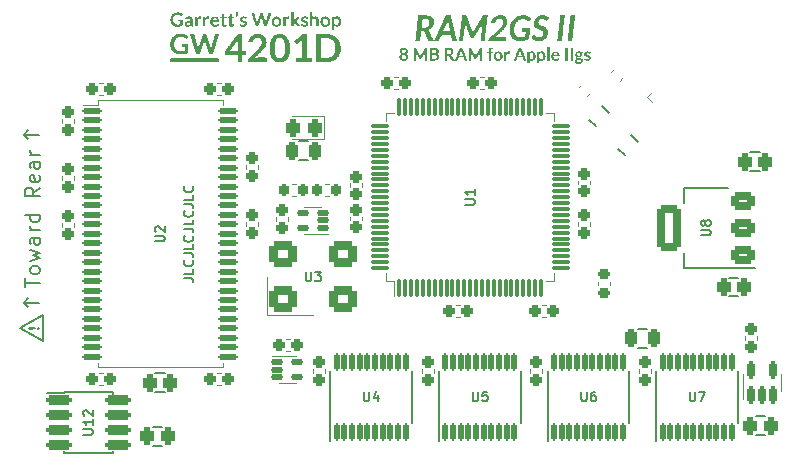
<source format=gto>
G04 #@! TF.GenerationSoftware,KiCad,Pcbnew,7.0.1-0*
G04 #@! TF.CreationDate,2023-11-03T04:24:25-04:00*
G04 #@! TF.ProjectId,RAM2GS,52414d32-4753-42e6-9b69-6361645f7063,2.1*
G04 #@! TF.SameCoordinates,Original*
G04 #@! TF.FileFunction,Legend,Top*
G04 #@! TF.FilePolarity,Positive*
%FSLAX46Y46*%
G04 Gerber Fmt 4.6, Leading zero omitted, Abs format (unit mm)*
G04 Created by KiCad (PCBNEW 7.0.1-0) date 2023-11-03 04:24:25*
%MOMM*%
%LPD*%
G01*
G04 APERTURE LIST*
G04 Aperture macros list*
%AMRoundRect*
0 Rectangle with rounded corners*
0 $1 Rounding radius*
0 $2 $3 $4 $5 $6 $7 $8 $9 X,Y pos of 4 corners*
0 Add a 4 corners polygon primitive as box body*
4,1,4,$2,$3,$4,$5,$6,$7,$8,$9,$2,$3,0*
0 Add four circle primitives for the rounded corners*
1,1,$1+$1,$2,$3*
1,1,$1+$1,$4,$5*
1,1,$1+$1,$6,$7*
1,1,$1+$1,$8,$9*
0 Add four rect primitives between the rounded corners*
20,1,$1+$1,$2,$3,$4,$5,0*
20,1,$1+$1,$4,$5,$6,$7,0*
20,1,$1+$1,$6,$7,$8,$9,0*
20,1,$1+$1,$8,$9,$2,$3,0*%
G04 Aperture macros list end*
%ADD10C,0.200000*%
%ADD11C,0.203200*%
%ADD12C,0.190500*%
%ADD13C,0.120000*%
%ADD14C,0.150000*%
%ADD15C,0.152400*%
%ADD16C,0.000000*%
%ADD17RoundRect,0.457200X-0.381000X-3.289000X0.381000X-3.289000X0.381000X3.289000X-0.381000X3.289000X0*%
%ADD18RoundRect,0.262500X0.262500X-0.212500X0.262500X0.212500X-0.262500X0.212500X-0.262500X-0.212500X0*%
%ADD19RoundRect,0.262500X-0.212500X-0.262500X0.212500X-0.262500X0.212500X0.262500X-0.212500X0.262500X0*%
%ADD20RoundRect,0.262500X-0.262500X0.212500X-0.262500X-0.212500X0.262500X-0.212500X0.262500X0.212500X0*%
%ADD21C,2.152400*%
%ADD22RoundRect,0.136500X0.112500X-0.612500X0.112500X0.612500X-0.112500X0.612500X-0.112500X-0.612500X0*%
%ADD23RoundRect,0.312500X0.262500X0.437500X-0.262500X0.437500X-0.262500X-0.437500X0.262500X-0.437500X0*%
%ADD24RoundRect,0.312500X-0.262500X-0.437500X0.262500X-0.437500X0.262500X0.437500X-0.262500X0.437500X0*%
%ADD25C,2.000000*%
%ADD26RoundRect,0.350000X0.700000X0.450000X-0.700000X0.450000X-0.700000X-0.450000X0.700000X-0.450000X0*%
%ADD27RoundRect,0.350000X0.700000X1.600000X-0.700000X1.600000X-0.700000X-1.600000X0.700000X-1.600000X0*%
%ADD28RoundRect,0.262500X-0.494975X-0.194454X-0.194454X-0.494975X0.494975X0.194454X0.194454X0.494975X0*%
%ADD29RoundRect,0.262500X0.494975X0.194454X0.194454X0.494975X-0.494975X-0.194454X-0.194454X-0.494975X0*%
%ADD30RoundRect,0.140000X-0.400000X-0.100000X0.400000X-0.100000X0.400000X0.100000X-0.400000X0.100000X0*%
%ADD31C,2.527300*%
%ADD32C,1.143000*%
%ADD33C,0.939800*%
%ADD34RoundRect,0.164500X-0.640500X-0.114500X0.640500X-0.114500X0.640500X0.114500X-0.640500X0.114500X0*%
%ADD35RoundRect,0.376200X-0.800000X-0.700000X0.800000X-0.700000X0.800000X0.700000X-0.800000X0.700000X0*%
%ADD36RoundRect,0.140000X0.400000X0.100000X-0.400000X0.100000X-0.400000X-0.100000X0.400000X-0.100000X0*%
%ADD37C,1.448000*%
%ADD38RoundRect,0.262500X0.212500X0.262500X-0.212500X0.262500X-0.212500X-0.262500X0.212500X-0.262500X0*%
%ADD39RoundRect,0.099000X0.075000X-0.662500X0.075000X0.662500X-0.075000X0.662500X-0.075000X-0.662500X0*%
%ADD40RoundRect,0.099000X0.662500X-0.075000X0.662500X0.075000X-0.662500X0.075000X-0.662500X-0.075000X0*%
%ADD41RoundRect,0.225000X-0.875000X-0.175000X0.875000X-0.175000X0.875000X0.175000X-0.875000X0.175000X0*%
%ADD42RoundRect,0.212500X0.162500X-0.512500X0.162500X0.512500X-0.162500X0.512500X-0.162500X-0.512500X0*%
%ADD43RoundRect,0.262500X0.212500X0.487500X-0.212500X0.487500X-0.212500X-0.487500X0.212500X-0.487500X0*%
%ADD44RoundRect,0.225000X-0.175000X-0.300000X0.175000X-0.300000X0.175000X0.300000X-0.175000X0.300000X0*%
%ADD45RoundRect,0.225000X0.175000X0.300000X-0.175000X0.300000X-0.175000X-0.300000X0.175000X-0.300000X0*%
%ADD46RoundRect,0.319950X0.243750X0.456250X-0.243750X0.456250X-0.243750X-0.456250X0.243750X-0.456250X0*%
%ADD47RoundRect,0.262500X-0.212500X-0.487500X0.212500X-0.487500X0.212500X0.487500X-0.212500X0.487500X0*%
%ADD48RoundRect,0.225000X-0.300000X0.175000X-0.300000X-0.175000X0.300000X-0.175000X0.300000X0.175000X0*%
%ADD49RoundRect,0.225000X0.088388X-0.335876X0.335876X-0.088388X-0.088388X0.335876X-0.335876X0.088388X0*%
%ADD50RoundRect,0.262500X0.035355X-0.335876X0.335876X-0.035355X-0.035355X0.335876X-0.335876X0.035355X0*%
G04 APERTURE END LIST*
D10*
X47625000Y-117475000D02*
X48006000Y-117094000D01*
X47625000Y-117475000D02*
X48006000Y-117856000D01*
X48895000Y-117475000D02*
X47625000Y-117475000D01*
X48895000Y-103251000D02*
X47625000Y-103251000D01*
X47625000Y-103251000D02*
X48006000Y-103632000D01*
X47625000Y-103251000D02*
X48006000Y-102870000D01*
X49212500Y-118554500D02*
X49212500Y-120713500D01*
X49212500Y-120713500D02*
X47307500Y-119634000D01*
X47307500Y-119634000D02*
X49212500Y-118554500D01*
X47704526Y-116138475D02*
X47704526Y-115412761D01*
X48974526Y-115775618D02*
X47704526Y-115775618D01*
X48974526Y-114807999D02*
X48914050Y-114928951D01*
X48914050Y-114928951D02*
X48853573Y-114989428D01*
X48853573Y-114989428D02*
X48732621Y-115049904D01*
X48732621Y-115049904D02*
X48369764Y-115049904D01*
X48369764Y-115049904D02*
X48248811Y-114989428D01*
X48248811Y-114989428D02*
X48188335Y-114928951D01*
X48188335Y-114928951D02*
X48127859Y-114807999D01*
X48127859Y-114807999D02*
X48127859Y-114626570D01*
X48127859Y-114626570D02*
X48188335Y-114505618D01*
X48188335Y-114505618D02*
X48248811Y-114445142D01*
X48248811Y-114445142D02*
X48369764Y-114384666D01*
X48369764Y-114384666D02*
X48732621Y-114384666D01*
X48732621Y-114384666D02*
X48853573Y-114445142D01*
X48853573Y-114445142D02*
X48914050Y-114505618D01*
X48914050Y-114505618D02*
X48974526Y-114626570D01*
X48974526Y-114626570D02*
X48974526Y-114807999D01*
X48127859Y-113961332D02*
X48974526Y-113719427D01*
X48974526Y-113719427D02*
X48369764Y-113477522D01*
X48369764Y-113477522D02*
X48974526Y-113235618D01*
X48974526Y-113235618D02*
X48127859Y-112993713D01*
X48974526Y-111965618D02*
X48309288Y-111965618D01*
X48309288Y-111965618D02*
X48188335Y-112026094D01*
X48188335Y-112026094D02*
X48127859Y-112147046D01*
X48127859Y-112147046D02*
X48127859Y-112388951D01*
X48127859Y-112388951D02*
X48188335Y-112509904D01*
X48914050Y-111965618D02*
X48974526Y-112086570D01*
X48974526Y-112086570D02*
X48974526Y-112388951D01*
X48974526Y-112388951D02*
X48914050Y-112509904D01*
X48914050Y-112509904D02*
X48793097Y-112570380D01*
X48793097Y-112570380D02*
X48672145Y-112570380D01*
X48672145Y-112570380D02*
X48551192Y-112509904D01*
X48551192Y-112509904D02*
X48490716Y-112388951D01*
X48490716Y-112388951D02*
X48490716Y-112086570D01*
X48490716Y-112086570D02*
X48430240Y-111965618D01*
X48974526Y-111360856D02*
X48127859Y-111360856D01*
X48369764Y-111360856D02*
X48248811Y-111300379D01*
X48248811Y-111300379D02*
X48188335Y-111239903D01*
X48188335Y-111239903D02*
X48127859Y-111118951D01*
X48127859Y-111118951D02*
X48127859Y-110997998D01*
X48974526Y-110030380D02*
X47704526Y-110030380D01*
X48914050Y-110030380D02*
X48974526Y-110151332D01*
X48974526Y-110151332D02*
X48974526Y-110393237D01*
X48974526Y-110393237D02*
X48914050Y-110514189D01*
X48914050Y-110514189D02*
X48853573Y-110574666D01*
X48853573Y-110574666D02*
X48732621Y-110635142D01*
X48732621Y-110635142D02*
X48369764Y-110635142D01*
X48369764Y-110635142D02*
X48248811Y-110574666D01*
X48248811Y-110574666D02*
X48188335Y-110514189D01*
X48188335Y-110514189D02*
X48127859Y-110393237D01*
X48127859Y-110393237D02*
X48127859Y-110151332D01*
X48127859Y-110151332D02*
X48188335Y-110030380D01*
X48974526Y-107732284D02*
X48369764Y-108155618D01*
X48974526Y-108457999D02*
X47704526Y-108457999D01*
X47704526Y-108457999D02*
X47704526Y-107974189D01*
X47704526Y-107974189D02*
X47765002Y-107853237D01*
X47765002Y-107853237D02*
X47825478Y-107792760D01*
X47825478Y-107792760D02*
X47946430Y-107732284D01*
X47946430Y-107732284D02*
X48127859Y-107732284D01*
X48127859Y-107732284D02*
X48248811Y-107792760D01*
X48248811Y-107792760D02*
X48309288Y-107853237D01*
X48309288Y-107853237D02*
X48369764Y-107974189D01*
X48369764Y-107974189D02*
X48369764Y-108457999D01*
X48914050Y-106704189D02*
X48974526Y-106825141D01*
X48974526Y-106825141D02*
X48974526Y-107067046D01*
X48974526Y-107067046D02*
X48914050Y-107187999D01*
X48914050Y-107187999D02*
X48793097Y-107248475D01*
X48793097Y-107248475D02*
X48309288Y-107248475D01*
X48309288Y-107248475D02*
X48188335Y-107187999D01*
X48188335Y-107187999D02*
X48127859Y-107067046D01*
X48127859Y-107067046D02*
X48127859Y-106825141D01*
X48127859Y-106825141D02*
X48188335Y-106704189D01*
X48188335Y-106704189D02*
X48309288Y-106643713D01*
X48309288Y-106643713D02*
X48430240Y-106643713D01*
X48430240Y-106643713D02*
X48551192Y-107248475D01*
X48974526Y-105555142D02*
X48309288Y-105555142D01*
X48309288Y-105555142D02*
X48188335Y-105615618D01*
X48188335Y-105615618D02*
X48127859Y-105736570D01*
X48127859Y-105736570D02*
X48127859Y-105978475D01*
X48127859Y-105978475D02*
X48188335Y-106099428D01*
X48914050Y-105555142D02*
X48974526Y-105676094D01*
X48974526Y-105676094D02*
X48974526Y-105978475D01*
X48974526Y-105978475D02*
X48914050Y-106099428D01*
X48914050Y-106099428D02*
X48793097Y-106159904D01*
X48793097Y-106159904D02*
X48672145Y-106159904D01*
X48672145Y-106159904D02*
X48551192Y-106099428D01*
X48551192Y-106099428D02*
X48490716Y-105978475D01*
X48490716Y-105978475D02*
X48490716Y-105676094D01*
X48490716Y-105676094D02*
X48430240Y-105555142D01*
X48974526Y-104950380D02*
X48127859Y-104950380D01*
X48369764Y-104950380D02*
X48248811Y-104889903D01*
X48248811Y-104889903D02*
X48188335Y-104829427D01*
X48188335Y-104829427D02*
X48127859Y-104708475D01*
X48127859Y-104708475D02*
X48127859Y-104587522D01*
D11*
X61163216Y-115404361D02*
X61743788Y-115404361D01*
X61743788Y-115404361D02*
X61859902Y-115443066D01*
X61859902Y-115443066D02*
X61937312Y-115520475D01*
X61937312Y-115520475D02*
X61976016Y-115636590D01*
X61976016Y-115636590D02*
X61976016Y-115713999D01*
X61976016Y-114630266D02*
X61976016Y-115017314D01*
X61976016Y-115017314D02*
X61163216Y-115017314D01*
X61898607Y-113894876D02*
X61937312Y-113933580D01*
X61937312Y-113933580D02*
X61976016Y-114049695D01*
X61976016Y-114049695D02*
X61976016Y-114127104D01*
X61976016Y-114127104D02*
X61937312Y-114243218D01*
X61937312Y-114243218D02*
X61859902Y-114320628D01*
X61859902Y-114320628D02*
X61782492Y-114359333D01*
X61782492Y-114359333D02*
X61627673Y-114398037D01*
X61627673Y-114398037D02*
X61511559Y-114398037D01*
X61511559Y-114398037D02*
X61356740Y-114359333D01*
X61356740Y-114359333D02*
X61279331Y-114320628D01*
X61279331Y-114320628D02*
X61201921Y-114243218D01*
X61201921Y-114243218D02*
X61163216Y-114127104D01*
X61163216Y-114127104D02*
X61163216Y-114049695D01*
X61163216Y-114049695D02*
X61201921Y-113933580D01*
X61201921Y-113933580D02*
X61240626Y-113894876D01*
X61163216Y-113314304D02*
X61743788Y-113314304D01*
X61743788Y-113314304D02*
X61859902Y-113353009D01*
X61859902Y-113353009D02*
X61937312Y-113430418D01*
X61937312Y-113430418D02*
X61976016Y-113546533D01*
X61976016Y-113546533D02*
X61976016Y-113623942D01*
X61976016Y-112540209D02*
X61976016Y-112927257D01*
X61976016Y-112927257D02*
X61163216Y-112927257D01*
X61898607Y-111804819D02*
X61937312Y-111843523D01*
X61937312Y-111843523D02*
X61976016Y-111959638D01*
X61976016Y-111959638D02*
X61976016Y-112037047D01*
X61976016Y-112037047D02*
X61937312Y-112153161D01*
X61937312Y-112153161D02*
X61859902Y-112230571D01*
X61859902Y-112230571D02*
X61782492Y-112269276D01*
X61782492Y-112269276D02*
X61627673Y-112307980D01*
X61627673Y-112307980D02*
X61511559Y-112307980D01*
X61511559Y-112307980D02*
X61356740Y-112269276D01*
X61356740Y-112269276D02*
X61279331Y-112230571D01*
X61279331Y-112230571D02*
X61201921Y-112153161D01*
X61201921Y-112153161D02*
X61163216Y-112037047D01*
X61163216Y-112037047D02*
X61163216Y-111959638D01*
X61163216Y-111959638D02*
X61201921Y-111843523D01*
X61201921Y-111843523D02*
X61240626Y-111804819D01*
X61163216Y-111224247D02*
X61743788Y-111224247D01*
X61743788Y-111224247D02*
X61859902Y-111262952D01*
X61859902Y-111262952D02*
X61937312Y-111340361D01*
X61937312Y-111340361D02*
X61976016Y-111456476D01*
X61976016Y-111456476D02*
X61976016Y-111533885D01*
X61976016Y-110450152D02*
X61976016Y-110837200D01*
X61976016Y-110837200D02*
X61163216Y-110837200D01*
X61898607Y-109714762D02*
X61937312Y-109753466D01*
X61937312Y-109753466D02*
X61976016Y-109869581D01*
X61976016Y-109869581D02*
X61976016Y-109946990D01*
X61976016Y-109946990D02*
X61937312Y-110063104D01*
X61937312Y-110063104D02*
X61859902Y-110140514D01*
X61859902Y-110140514D02*
X61782492Y-110179219D01*
X61782492Y-110179219D02*
X61627673Y-110217923D01*
X61627673Y-110217923D02*
X61511559Y-110217923D01*
X61511559Y-110217923D02*
X61356740Y-110179219D01*
X61356740Y-110179219D02*
X61279331Y-110140514D01*
X61279331Y-110140514D02*
X61201921Y-110063104D01*
X61201921Y-110063104D02*
X61163216Y-109946990D01*
X61163216Y-109946990D02*
X61163216Y-109869581D01*
X61163216Y-109869581D02*
X61201921Y-109753466D01*
X61201921Y-109753466D02*
X61240626Y-109714762D01*
X61163216Y-109134190D02*
X61743788Y-109134190D01*
X61743788Y-109134190D02*
X61859902Y-109172895D01*
X61859902Y-109172895D02*
X61937312Y-109250304D01*
X61937312Y-109250304D02*
X61976016Y-109366419D01*
X61976016Y-109366419D02*
X61976016Y-109443828D01*
X61976016Y-108360095D02*
X61976016Y-108747143D01*
X61976016Y-108747143D02*
X61163216Y-108747143D01*
X61898607Y-107624705D02*
X61937312Y-107663409D01*
X61937312Y-107663409D02*
X61976016Y-107779524D01*
X61976016Y-107779524D02*
X61976016Y-107856933D01*
X61976016Y-107856933D02*
X61937312Y-107973047D01*
X61937312Y-107973047D02*
X61859902Y-108050457D01*
X61859902Y-108050457D02*
X61782492Y-108089162D01*
X61782492Y-108089162D02*
X61627673Y-108127866D01*
X61627673Y-108127866D02*
X61511559Y-108127866D01*
X61511559Y-108127866D02*
X61356740Y-108089162D01*
X61356740Y-108089162D02*
X61279331Y-108050457D01*
X61279331Y-108050457D02*
X61201921Y-107973047D01*
X61201921Y-107973047D02*
X61163216Y-107856933D01*
X61163216Y-107856933D02*
X61163216Y-107779524D01*
X61163216Y-107779524D02*
X61201921Y-107663409D01*
X61201921Y-107663409D02*
X61240626Y-107624705D01*
D12*
X48812607Y-119634000D02*
X48851312Y-119595295D01*
X48851312Y-119595295D02*
X48890016Y-119634000D01*
X48890016Y-119634000D02*
X48851312Y-119672704D01*
X48851312Y-119672704D02*
X48812607Y-119634000D01*
X48812607Y-119634000D02*
X48890016Y-119634000D01*
X48580378Y-119634000D02*
X48115921Y-119672704D01*
X48115921Y-119672704D02*
X48077216Y-119634000D01*
X48077216Y-119634000D02*
X48115921Y-119595295D01*
X48115921Y-119595295D02*
X48580378Y-119634000D01*
X48580378Y-119634000D02*
X48077216Y-119634000D01*
D11*
X94805723Y-125013216D02*
X94805723Y-125671197D01*
X94805723Y-125671197D02*
X94844428Y-125748607D01*
X94844428Y-125748607D02*
X94883133Y-125787312D01*
X94883133Y-125787312D02*
X94960542Y-125826016D01*
X94960542Y-125826016D02*
X95115361Y-125826016D01*
X95115361Y-125826016D02*
X95192771Y-125787312D01*
X95192771Y-125787312D02*
X95231476Y-125748607D01*
X95231476Y-125748607D02*
X95270180Y-125671197D01*
X95270180Y-125671197D02*
X95270180Y-125013216D01*
X96005571Y-125013216D02*
X95850752Y-125013216D01*
X95850752Y-125013216D02*
X95773343Y-125051921D01*
X95773343Y-125051921D02*
X95734638Y-125090626D01*
X95734638Y-125090626D02*
X95657228Y-125206740D01*
X95657228Y-125206740D02*
X95618524Y-125361559D01*
X95618524Y-125361559D02*
X95618524Y-125671197D01*
X95618524Y-125671197D02*
X95657228Y-125748607D01*
X95657228Y-125748607D02*
X95695933Y-125787312D01*
X95695933Y-125787312D02*
X95773343Y-125826016D01*
X95773343Y-125826016D02*
X95928162Y-125826016D01*
X95928162Y-125826016D02*
X96005571Y-125787312D01*
X96005571Y-125787312D02*
X96044276Y-125748607D01*
X96044276Y-125748607D02*
X96082981Y-125671197D01*
X96082981Y-125671197D02*
X96082981Y-125477673D01*
X96082981Y-125477673D02*
X96044276Y-125400264D01*
X96044276Y-125400264D02*
X96005571Y-125361559D01*
X96005571Y-125361559D02*
X95928162Y-125322854D01*
X95928162Y-125322854D02*
X95773343Y-125322854D01*
X95773343Y-125322854D02*
X95695933Y-125361559D01*
X95695933Y-125361559D02*
X95657228Y-125400264D01*
X95657228Y-125400264D02*
X95618524Y-125477673D01*
X104005723Y-125013216D02*
X104005723Y-125671197D01*
X104005723Y-125671197D02*
X104044428Y-125748607D01*
X104044428Y-125748607D02*
X104083133Y-125787312D01*
X104083133Y-125787312D02*
X104160542Y-125826016D01*
X104160542Y-125826016D02*
X104315361Y-125826016D01*
X104315361Y-125826016D02*
X104392771Y-125787312D01*
X104392771Y-125787312D02*
X104431476Y-125748607D01*
X104431476Y-125748607D02*
X104470180Y-125671197D01*
X104470180Y-125671197D02*
X104470180Y-125013216D01*
X104779819Y-125013216D02*
X105321685Y-125013216D01*
X105321685Y-125013216D02*
X104973343Y-125826016D01*
X85605723Y-125013216D02*
X85605723Y-125671197D01*
X85605723Y-125671197D02*
X85644428Y-125748607D01*
X85644428Y-125748607D02*
X85683133Y-125787312D01*
X85683133Y-125787312D02*
X85760542Y-125826016D01*
X85760542Y-125826016D02*
X85915361Y-125826016D01*
X85915361Y-125826016D02*
X85992771Y-125787312D01*
X85992771Y-125787312D02*
X86031476Y-125748607D01*
X86031476Y-125748607D02*
X86070180Y-125671197D01*
X86070180Y-125671197D02*
X86070180Y-125013216D01*
X86844276Y-125013216D02*
X86457228Y-125013216D01*
X86457228Y-125013216D02*
X86418524Y-125400264D01*
X86418524Y-125400264D02*
X86457228Y-125361559D01*
X86457228Y-125361559D02*
X86534638Y-125322854D01*
X86534638Y-125322854D02*
X86728162Y-125322854D01*
X86728162Y-125322854D02*
X86805571Y-125361559D01*
X86805571Y-125361559D02*
X86844276Y-125400264D01*
X86844276Y-125400264D02*
X86882981Y-125477673D01*
X86882981Y-125477673D02*
X86882981Y-125671197D01*
X86882981Y-125671197D02*
X86844276Y-125748607D01*
X86844276Y-125748607D02*
X86805571Y-125787312D01*
X86805571Y-125787312D02*
X86728162Y-125826016D01*
X86728162Y-125826016D02*
X86534638Y-125826016D01*
X86534638Y-125826016D02*
X86457228Y-125787312D01*
X86457228Y-125787312D02*
X86418524Y-125748607D01*
X104950216Y-111769276D02*
X105608197Y-111769276D01*
X105608197Y-111769276D02*
X105685607Y-111730571D01*
X105685607Y-111730571D02*
X105724312Y-111691866D01*
X105724312Y-111691866D02*
X105763016Y-111614457D01*
X105763016Y-111614457D02*
X105763016Y-111459638D01*
X105763016Y-111459638D02*
X105724312Y-111382228D01*
X105724312Y-111382228D02*
X105685607Y-111343523D01*
X105685607Y-111343523D02*
X105608197Y-111304819D01*
X105608197Y-111304819D02*
X104950216Y-111304819D01*
X105298559Y-110801656D02*
X105259854Y-110879066D01*
X105259854Y-110879066D02*
X105221150Y-110917771D01*
X105221150Y-110917771D02*
X105143740Y-110956475D01*
X105143740Y-110956475D02*
X105105035Y-110956475D01*
X105105035Y-110956475D02*
X105027626Y-110917771D01*
X105027626Y-110917771D02*
X104988921Y-110879066D01*
X104988921Y-110879066D02*
X104950216Y-110801656D01*
X104950216Y-110801656D02*
X104950216Y-110646837D01*
X104950216Y-110646837D02*
X104988921Y-110569428D01*
X104988921Y-110569428D02*
X105027626Y-110530723D01*
X105027626Y-110530723D02*
X105105035Y-110492018D01*
X105105035Y-110492018D02*
X105143740Y-110492018D01*
X105143740Y-110492018D02*
X105221150Y-110530723D01*
X105221150Y-110530723D02*
X105259854Y-110569428D01*
X105259854Y-110569428D02*
X105298559Y-110646837D01*
X105298559Y-110646837D02*
X105298559Y-110801656D01*
X105298559Y-110801656D02*
X105337264Y-110879066D01*
X105337264Y-110879066D02*
X105375969Y-110917771D01*
X105375969Y-110917771D02*
X105453378Y-110956475D01*
X105453378Y-110956475D02*
X105608197Y-110956475D01*
X105608197Y-110956475D02*
X105685607Y-110917771D01*
X105685607Y-110917771D02*
X105724312Y-110879066D01*
X105724312Y-110879066D02*
X105763016Y-110801656D01*
X105763016Y-110801656D02*
X105763016Y-110646837D01*
X105763016Y-110646837D02*
X105724312Y-110569428D01*
X105724312Y-110569428D02*
X105685607Y-110530723D01*
X105685607Y-110530723D02*
X105608197Y-110492018D01*
X105608197Y-110492018D02*
X105453378Y-110492018D01*
X105453378Y-110492018D02*
X105375969Y-110530723D01*
X105375969Y-110530723D02*
X105337264Y-110569428D01*
X105337264Y-110569428D02*
X105298559Y-110646837D01*
X76405723Y-125013216D02*
X76405723Y-125671197D01*
X76405723Y-125671197D02*
X76444428Y-125748607D01*
X76444428Y-125748607D02*
X76483133Y-125787312D01*
X76483133Y-125787312D02*
X76560542Y-125826016D01*
X76560542Y-125826016D02*
X76715361Y-125826016D01*
X76715361Y-125826016D02*
X76792771Y-125787312D01*
X76792771Y-125787312D02*
X76831476Y-125748607D01*
X76831476Y-125748607D02*
X76870180Y-125671197D01*
X76870180Y-125671197D02*
X76870180Y-125013216D01*
X77605571Y-125284150D02*
X77605571Y-125826016D01*
X77412047Y-124974512D02*
X77218524Y-125555083D01*
X77218524Y-125555083D02*
X77721685Y-125555083D01*
X58713216Y-112269276D02*
X59371197Y-112269276D01*
X59371197Y-112269276D02*
X59448607Y-112230571D01*
X59448607Y-112230571D02*
X59487312Y-112191866D01*
X59487312Y-112191866D02*
X59526016Y-112114457D01*
X59526016Y-112114457D02*
X59526016Y-111959638D01*
X59526016Y-111959638D02*
X59487312Y-111882228D01*
X59487312Y-111882228D02*
X59448607Y-111843523D01*
X59448607Y-111843523D02*
X59371197Y-111804819D01*
X59371197Y-111804819D02*
X58713216Y-111804819D01*
X58790626Y-111456475D02*
X58751921Y-111417771D01*
X58751921Y-111417771D02*
X58713216Y-111340361D01*
X58713216Y-111340361D02*
X58713216Y-111146837D01*
X58713216Y-111146837D02*
X58751921Y-111069428D01*
X58751921Y-111069428D02*
X58790626Y-111030723D01*
X58790626Y-111030723D02*
X58868035Y-110992018D01*
X58868035Y-110992018D02*
X58945445Y-110992018D01*
X58945445Y-110992018D02*
X59061559Y-111030723D01*
X59061559Y-111030723D02*
X59526016Y-111495180D01*
X59526016Y-111495180D02*
X59526016Y-110992018D01*
X71480723Y-114863216D02*
X71480723Y-115521197D01*
X71480723Y-115521197D02*
X71519428Y-115598607D01*
X71519428Y-115598607D02*
X71558133Y-115637312D01*
X71558133Y-115637312D02*
X71635542Y-115676016D01*
X71635542Y-115676016D02*
X71790361Y-115676016D01*
X71790361Y-115676016D02*
X71867771Y-115637312D01*
X71867771Y-115637312D02*
X71906476Y-115598607D01*
X71906476Y-115598607D02*
X71945180Y-115521197D01*
X71945180Y-115521197D02*
X71945180Y-114863216D01*
X72254819Y-114863216D02*
X72757981Y-114863216D01*
X72757981Y-114863216D02*
X72487047Y-115172854D01*
X72487047Y-115172854D02*
X72603162Y-115172854D01*
X72603162Y-115172854D02*
X72680571Y-115211559D01*
X72680571Y-115211559D02*
X72719276Y-115250264D01*
X72719276Y-115250264D02*
X72757981Y-115327673D01*
X72757981Y-115327673D02*
X72757981Y-115521197D01*
X72757981Y-115521197D02*
X72719276Y-115598607D01*
X72719276Y-115598607D02*
X72680571Y-115637312D01*
X72680571Y-115637312D02*
X72603162Y-115676016D01*
X72603162Y-115676016D02*
X72370933Y-115676016D01*
X72370933Y-115676016D02*
X72293524Y-115637312D01*
X72293524Y-115637312D02*
X72254819Y-115598607D01*
X84963216Y-109169276D02*
X85621197Y-109169276D01*
X85621197Y-109169276D02*
X85698607Y-109130571D01*
X85698607Y-109130571D02*
X85737312Y-109091866D01*
X85737312Y-109091866D02*
X85776016Y-109014457D01*
X85776016Y-109014457D02*
X85776016Y-108859638D01*
X85776016Y-108859638D02*
X85737312Y-108782228D01*
X85737312Y-108782228D02*
X85698607Y-108743523D01*
X85698607Y-108743523D02*
X85621197Y-108704819D01*
X85621197Y-108704819D02*
X84963216Y-108704819D01*
X85776016Y-107892018D02*
X85776016Y-108356475D01*
X85776016Y-108124247D02*
X84963216Y-108124247D01*
X84963216Y-108124247D02*
X85079331Y-108201656D01*
X85079331Y-108201656D02*
X85156740Y-108279066D01*
X85156740Y-108279066D02*
X85195445Y-108356475D01*
X52649216Y-128641323D02*
X53307197Y-128641323D01*
X53307197Y-128641323D02*
X53384607Y-128602618D01*
X53384607Y-128602618D02*
X53423312Y-128563913D01*
X53423312Y-128563913D02*
X53462016Y-128486504D01*
X53462016Y-128486504D02*
X53462016Y-128331685D01*
X53462016Y-128331685D02*
X53423312Y-128254275D01*
X53423312Y-128254275D02*
X53384607Y-128215570D01*
X53384607Y-128215570D02*
X53307197Y-128176866D01*
X53307197Y-128176866D02*
X52649216Y-128176866D01*
X53462016Y-127364065D02*
X53462016Y-127828522D01*
X53462016Y-127596294D02*
X52649216Y-127596294D01*
X52649216Y-127596294D02*
X52765331Y-127673703D01*
X52765331Y-127673703D02*
X52842740Y-127751113D01*
X52842740Y-127751113D02*
X52881445Y-127828522D01*
X52726626Y-127054427D02*
X52687921Y-127015723D01*
X52687921Y-127015723D02*
X52649216Y-126938313D01*
X52649216Y-126938313D02*
X52649216Y-126744789D01*
X52649216Y-126744789D02*
X52687921Y-126667380D01*
X52687921Y-126667380D02*
X52726626Y-126628675D01*
X52726626Y-126628675D02*
X52804035Y-126589970D01*
X52804035Y-126589970D02*
X52881445Y-126589970D01*
X52881445Y-126589970D02*
X52997559Y-126628675D01*
X52997559Y-126628675D02*
X53462016Y-127093132D01*
X53462016Y-127093132D02*
X53462016Y-126589970D01*
D13*
X50840000Y-107062779D02*
X50840000Y-106737221D01*
X51860000Y-107062779D02*
X51860000Y-106737221D01*
X50840000Y-102262779D02*
X50840000Y-101937221D01*
X51860000Y-102262779D02*
X51860000Y-101937221D01*
X53987221Y-98840000D02*
X54312779Y-98840000D01*
X53987221Y-99860000D02*
X54312779Y-99860000D01*
X63987221Y-123440000D02*
X64312779Y-123440000D01*
X63987221Y-124460000D02*
X64312779Y-124460000D01*
X63987221Y-98840000D02*
X64312779Y-98840000D01*
X63987221Y-99860000D02*
X64312779Y-99860000D01*
X67460000Y-110637221D02*
X67460000Y-110962779D01*
X66440000Y-110637221D02*
X66440000Y-110962779D01*
X67460000Y-105837221D02*
X67460000Y-106162779D01*
X66440000Y-105837221D02*
X66440000Y-106162779D01*
X50840000Y-111062779D02*
X50840000Y-110737221D01*
X51860000Y-111062779D02*
X51860000Y-110737221D01*
X53987221Y-123440000D02*
X54312779Y-123440000D01*
X53987221Y-124460000D02*
X54312779Y-124460000D01*
X100710000Y-123087221D02*
X100710000Y-123412779D01*
X99690000Y-123087221D02*
X99690000Y-123412779D01*
D14*
X91975000Y-129200000D02*
X91975000Y-123225000D01*
X98875000Y-127675000D02*
X98875000Y-123225000D01*
D13*
X91510000Y-123087221D02*
X91510000Y-123412779D01*
X90490000Y-123087221D02*
X90490000Y-123412779D01*
X82310000Y-123087221D02*
X82310000Y-123412779D01*
X81290000Y-123087221D02*
X81290000Y-123412779D01*
D14*
X101175000Y-129200000D02*
X101175000Y-123225000D01*
X108075000Y-127675000D02*
X108075000Y-123225000D01*
D13*
X73110000Y-123087221D02*
X73110000Y-123412779D01*
X72090000Y-123087221D02*
X72090000Y-123412779D01*
D14*
X82775000Y-129200000D02*
X82775000Y-123225000D01*
X89675000Y-127675000D02*
X89675000Y-123225000D01*
D15*
X59334400Y-129578000D02*
X58521600Y-129578000D01*
X59334400Y-127978000D02*
X58521600Y-127978000D01*
X109575600Y-127089000D02*
X110388400Y-127089000D01*
X109575600Y-128689000D02*
X110388400Y-128689000D01*
X103477000Y-107740000D02*
X103477000Y-109000000D01*
X103477000Y-114560000D02*
X103477000Y-113300000D01*
X107237000Y-107740000D02*
X103477000Y-107740000D01*
X109487000Y-114560000D02*
X103477000Y-114560000D01*
X109093600Y-104750000D02*
X109906400Y-104750000D01*
X109093600Y-106350000D02*
X109906400Y-106350000D01*
X107293600Y-115350000D02*
X108106400Y-115350000D01*
X107293600Y-116950000D02*
X108106400Y-116950000D01*
X96578317Y-100846946D02*
X97153054Y-101421683D01*
X95446946Y-101978317D02*
X96021683Y-102553054D01*
X98471683Y-105003054D02*
X97896946Y-104428317D01*
X99603054Y-103871683D02*
X99028317Y-103296946D01*
D13*
X70630000Y-121990000D02*
X68600000Y-121990000D01*
X69220000Y-124310000D02*
X70630000Y-124310000D01*
X100330910Y-100067962D02*
X100779923Y-99618949D01*
X100779923Y-100516974D02*
X100330910Y-100067962D01*
D14*
X73575000Y-129200000D02*
X73575000Y-123225000D01*
X80475000Y-127675000D02*
X80475000Y-123225000D01*
D13*
X64450000Y-100350000D02*
X64450000Y-100750000D01*
X53850000Y-100350000D02*
X64450000Y-100350000D01*
X53850000Y-100750000D02*
X53850000Y-100350000D01*
X52650000Y-100750000D02*
X53850000Y-100750000D01*
X64450000Y-122550000D02*
X64450000Y-122950000D01*
X53850000Y-122550000D02*
X53850000Y-122950000D01*
X53850000Y-122950000D02*
X64450000Y-122950000D01*
X68200000Y-118500000D02*
X68200000Y-115300000D01*
X68200000Y-118500000D02*
X72100000Y-118500000D01*
X71370000Y-111660000D02*
X73400000Y-111660000D01*
X72780000Y-109340000D02*
X71370000Y-109340000D01*
X68990000Y-110562779D02*
X68990000Y-110237221D01*
X70010000Y-110562779D02*
X70010000Y-110237221D01*
D15*
X58743600Y-123450000D02*
X59556400Y-123450000D01*
X58743600Y-125050000D02*
X59556400Y-125050000D01*
D13*
X70162779Y-121560000D02*
X69837221Y-121560000D01*
X70162779Y-120540000D02*
X69837221Y-120540000D01*
X79312779Y-99410000D02*
X78987221Y-99410000D01*
X79312779Y-98390000D02*
X78987221Y-98390000D01*
X86562779Y-99410000D02*
X86237221Y-99410000D01*
X86562779Y-98390000D02*
X86237221Y-98390000D01*
X95560000Y-107137221D02*
X95560000Y-107462779D01*
X94540000Y-107137221D02*
X94540000Y-107462779D01*
X95560000Y-110637221D02*
X95560000Y-110962779D01*
X94540000Y-110637221D02*
X94540000Y-110962779D01*
X84237221Y-117690000D02*
X84562779Y-117690000D01*
X84237221Y-118710000D02*
X84562779Y-118710000D01*
X76210000Y-110187221D02*
X76210000Y-110512779D01*
X75190000Y-110187221D02*
X75190000Y-110512779D01*
X91487221Y-117690000D02*
X91812779Y-117690000D01*
X91487221Y-118710000D02*
X91812779Y-118710000D01*
X75190000Y-107712779D02*
X75190000Y-107387221D01*
X76210000Y-107712779D02*
X76210000Y-107387221D01*
X78290000Y-101440000D02*
X78990000Y-101440000D01*
X78290000Y-102140000D02*
X78290000Y-101440000D01*
X78290000Y-114960000D02*
X78290000Y-115660000D01*
X78290000Y-115660000D02*
X78990000Y-115660000D01*
X78990000Y-115660000D02*
X78990000Y-116950000D01*
X92510000Y-101440000D02*
X91810000Y-101440000D01*
X92510000Y-102140000D02*
X92510000Y-101440000D01*
X92510000Y-114960000D02*
X92510000Y-115660000D01*
X92510000Y-115660000D02*
X91810000Y-115660000D01*
D14*
X55161000Y-125060000D02*
X55161000Y-125205000D01*
X51011000Y-125060000D02*
X55161000Y-125060000D01*
X51011000Y-125060000D02*
X51011000Y-125110000D01*
X51011000Y-125110000D02*
X49611000Y-125110000D01*
X55161000Y-130210000D02*
X55161000Y-130065000D01*
X51011000Y-130210000D02*
X51011000Y-130065000D01*
X51011000Y-130210000D02*
X55161000Y-130210000D01*
D13*
X108520000Y-123490000D02*
X108520000Y-125650000D01*
X111680000Y-123490000D02*
X111680000Y-124950000D01*
X108640000Y-120662779D02*
X108640000Y-120337221D01*
X109660000Y-120662779D02*
X109660000Y-120337221D01*
D15*
X100406400Y-121300000D02*
X99593600Y-121300000D01*
X100406400Y-119700000D02*
X99593600Y-119700000D01*
D13*
X73087221Y-107440000D02*
X73412779Y-107440000D01*
X73087221Y-108460000D02*
X73412779Y-108460000D01*
X70612779Y-108460000D02*
X70287221Y-108460000D01*
X70612779Y-107440000D02*
X70287221Y-107440000D01*
X72985000Y-103610000D02*
X72985000Y-101690000D01*
X72985000Y-101690000D02*
X70300000Y-101690000D01*
X70300000Y-103610000D02*
X72985000Y-103610000D01*
D15*
X70893600Y-103800000D02*
X71706400Y-103800000D01*
X70893600Y-105400000D02*
X71706400Y-105400000D01*
D13*
X97260000Y-115687221D02*
X97260000Y-116012779D01*
X96240000Y-115687221D02*
X96240000Y-116012779D01*
X97324273Y-97954478D02*
X97554478Y-97724273D01*
X98045522Y-98675727D02*
X98275727Y-98445522D01*
X94574273Y-99254478D02*
X94804478Y-99024273D01*
X95295522Y-99975727D02*
X95525727Y-99745522D01*
G36*
X64063129Y-96797551D02*
G01*
X64087310Y-96813729D01*
X64101047Y-96829411D01*
X64113849Y-96848756D01*
X64113849Y-96964409D01*
X64113849Y-97080061D01*
X64099534Y-97100385D01*
X64086379Y-97115130D01*
X64070225Y-97128175D01*
X64064188Y-97131813D01*
X64043158Y-97142916D01*
X62057227Y-97142916D01*
X60071296Y-97142916D01*
X60050266Y-97131813D01*
X60034416Y-97120768D01*
X60019428Y-97106123D01*
X60014920Y-97100385D01*
X60000605Y-97080061D01*
X60000605Y-96964409D01*
X60000605Y-96848756D01*
X60013407Y-96829411D01*
X60031652Y-96809941D01*
X60051325Y-96797551D01*
X60076441Y-96785035D01*
X62057227Y-96785035D01*
X64038013Y-96785035D01*
X64063129Y-96797551D01*
G37*
G36*
X65725185Y-92846498D02*
G01*
X65729424Y-92851855D01*
X65736124Y-92863067D01*
X65741736Y-92873627D01*
X65763824Y-92927031D01*
X65776464Y-92981043D01*
X65779685Y-93035163D01*
X65773516Y-93088890D01*
X65757987Y-93141722D01*
X65733128Y-93193160D01*
X65721618Y-93211670D01*
X65711453Y-93225659D01*
X65697823Y-93242508D01*
X65682102Y-93260736D01*
X65665662Y-93278861D01*
X65649879Y-93295403D01*
X65636125Y-93308881D01*
X65625775Y-93317814D01*
X65620441Y-93320745D01*
X65614959Y-93318406D01*
X65603680Y-93312229D01*
X65588878Y-93303469D01*
X65586392Y-93301947D01*
X65570445Y-93291777D01*
X65557075Y-93282604D01*
X65548980Y-93276284D01*
X65548615Y-93275932D01*
X65542039Y-93264476D01*
X65542778Y-93249922D01*
X65551029Y-93231485D01*
X65564985Y-93210997D01*
X65591228Y-93170555D01*
X65608050Y-93130505D01*
X65615519Y-93090227D01*
X65613701Y-93049104D01*
X65602667Y-93006515D01*
X65590662Y-92977917D01*
X65579322Y-92952126D01*
X65573347Y-92932761D01*
X65572553Y-92918480D01*
X65576758Y-92907942D01*
X65580541Y-92903780D01*
X65588034Y-92899164D01*
X65601999Y-92892389D01*
X65620577Y-92884189D01*
X65641908Y-92875304D01*
X65664131Y-92866468D01*
X65685386Y-92858419D01*
X65703814Y-92851894D01*
X65717553Y-92847628D01*
X65724744Y-92846360D01*
X65725185Y-92846498D01*
G37*
G36*
X62586954Y-93244150D02*
G01*
X62618379Y-93253694D01*
X62643915Y-93268267D01*
X62644710Y-93268893D01*
X62646495Y-93273818D01*
X62646380Y-93284907D01*
X62644282Y-93303112D01*
X62640115Y-93329381D01*
X62638497Y-93338699D01*
X62633874Y-93364314D01*
X62629376Y-93388103D01*
X62625465Y-93407697D01*
X62622602Y-93420730D01*
X62622191Y-93422357D01*
X62617268Y-93435085D01*
X62609514Y-93443022D01*
X62597400Y-93446597D01*
X62579397Y-93446241D01*
X62553974Y-93442381D01*
X62552102Y-93442032D01*
X62506013Y-93437196D01*
X62464149Y-93440856D01*
X62426266Y-93453125D01*
X62392119Y-93474116D01*
X62361465Y-93503940D01*
X62334273Y-93542353D01*
X62317287Y-93570703D01*
X62317287Y-93832237D01*
X62317287Y-94093770D01*
X62214695Y-94093770D01*
X62112102Y-94093770D01*
X62112102Y-93676243D01*
X62112102Y-93258715D01*
X62188667Y-93258715D01*
X62217347Y-93258769D01*
X62238074Y-93259071D01*
X62252438Y-93259828D01*
X62262031Y-93261249D01*
X62268443Y-93263541D01*
X62273263Y-93266913D01*
X62276750Y-93270233D01*
X62282648Y-93276683D01*
X62287041Y-93283594D01*
X62290416Y-93292747D01*
X62293259Y-93305923D01*
X62296055Y-93324902D01*
X62299293Y-93351465D01*
X62299561Y-93353767D01*
X62305358Y-93403487D01*
X62322510Y-93377625D01*
X62355024Y-93334992D01*
X62391097Y-93299323D01*
X62429762Y-93271407D01*
X62470054Y-93252035D01*
X62480485Y-93248553D01*
X62515693Y-93241293D01*
X62551954Y-93239921D01*
X62586954Y-93244150D01*
G37*
G36*
X63250226Y-93244150D02*
G01*
X63281652Y-93253694D01*
X63307187Y-93268267D01*
X63307982Y-93268893D01*
X63309767Y-93273818D01*
X63309653Y-93284907D01*
X63307554Y-93303112D01*
X63303387Y-93329381D01*
X63301770Y-93338699D01*
X63297147Y-93364314D01*
X63292649Y-93388103D01*
X63288737Y-93407697D01*
X63285874Y-93420730D01*
X63285464Y-93422357D01*
X63280540Y-93435085D01*
X63272786Y-93443022D01*
X63260672Y-93446597D01*
X63242669Y-93446241D01*
X63217247Y-93442381D01*
X63215375Y-93442032D01*
X63169286Y-93437196D01*
X63127422Y-93440856D01*
X63089538Y-93453125D01*
X63055391Y-93474116D01*
X63024737Y-93503940D01*
X62997546Y-93542353D01*
X62980560Y-93570703D01*
X62980560Y-93832237D01*
X62980560Y-94093770D01*
X62877967Y-94093770D01*
X62775375Y-94093770D01*
X62775375Y-93676243D01*
X62775375Y-93258715D01*
X62851939Y-93258715D01*
X62880619Y-93258769D01*
X62901346Y-93259071D01*
X62915711Y-93259828D01*
X62925304Y-93261249D01*
X62931715Y-93263541D01*
X62936536Y-93266913D01*
X62940023Y-93270233D01*
X62945920Y-93276683D01*
X62950314Y-93283594D01*
X62953689Y-93292747D01*
X62956531Y-93305923D01*
X62959328Y-93324902D01*
X62962565Y-93351465D01*
X62962834Y-93353767D01*
X62968630Y-93403487D01*
X62985783Y-93377625D01*
X63018297Y-93334992D01*
X63054369Y-93299323D01*
X63093035Y-93271407D01*
X63133327Y-93252035D01*
X63143757Y-93248553D01*
X63178965Y-93241293D01*
X63215226Y-93239921D01*
X63250226Y-93244150D01*
G37*
G36*
X70045192Y-93244150D02*
G01*
X70076617Y-93253694D01*
X70102153Y-93268267D01*
X70102947Y-93268893D01*
X70104732Y-93273818D01*
X70104618Y-93284907D01*
X70102519Y-93303112D01*
X70098353Y-93329381D01*
X70096735Y-93338699D01*
X70092112Y-93364314D01*
X70087614Y-93388103D01*
X70083703Y-93407697D01*
X70080839Y-93420730D01*
X70080429Y-93422357D01*
X70075505Y-93435085D01*
X70067752Y-93443022D01*
X70055638Y-93446597D01*
X70037634Y-93446241D01*
X70012212Y-93442381D01*
X70010340Y-93442032D01*
X69964251Y-93437196D01*
X69922387Y-93440856D01*
X69884504Y-93453125D01*
X69850357Y-93474116D01*
X69819702Y-93503940D01*
X69792511Y-93542353D01*
X69775525Y-93570703D01*
X69775525Y-93832237D01*
X69775525Y-94093770D01*
X69672932Y-94093770D01*
X69570340Y-94093770D01*
X69570340Y-93676243D01*
X69570340Y-93258715D01*
X69646905Y-93258715D01*
X69675585Y-93258769D01*
X69696312Y-93259071D01*
X69710676Y-93259828D01*
X69720269Y-93261249D01*
X69726680Y-93263541D01*
X69731501Y-93266913D01*
X69734988Y-93270233D01*
X69740886Y-93276683D01*
X69745279Y-93283594D01*
X69748654Y-93292747D01*
X69751497Y-93305923D01*
X69754293Y-93324902D01*
X69757530Y-93351465D01*
X69757799Y-93353767D01*
X69763596Y-93403487D01*
X69780748Y-93377625D01*
X69813262Y-93334992D01*
X69849334Y-93299323D01*
X69888000Y-93271407D01*
X69928292Y-93252035D01*
X69938723Y-93248553D01*
X69973930Y-93241293D01*
X70010192Y-93239921D01*
X70045192Y-93244150D01*
G37*
G36*
X72051647Y-93110791D02*
G01*
X72051702Y-93156524D01*
X72051860Y-93199215D01*
X72052109Y-93237941D01*
X72052438Y-93271780D01*
X72052837Y-93299809D01*
X72053295Y-93321108D01*
X72053800Y-93334753D01*
X72054342Y-93339823D01*
X72054370Y-93339835D01*
X72059216Y-93337038D01*
X72069048Y-93329774D01*
X72079422Y-93321496D01*
X72122006Y-93290666D01*
X72165181Y-93268187D01*
X72210599Y-93253531D01*
X72259913Y-93246167D01*
X72314774Y-93245567D01*
X72316091Y-93245627D01*
X72368705Y-93251842D01*
X72415254Y-93265362D01*
X72456027Y-93286370D01*
X72491311Y-93315047D01*
X72521393Y-93351575D01*
X72543456Y-93389681D01*
X72550111Y-93403279D01*
X72555854Y-93415648D01*
X72560757Y-93427585D01*
X72564892Y-93439884D01*
X72568331Y-93453339D01*
X72571145Y-93468746D01*
X72573407Y-93486899D01*
X72575189Y-93508593D01*
X72576561Y-93534624D01*
X72577597Y-93565786D01*
X72578368Y-93602873D01*
X72578945Y-93646681D01*
X72579401Y-93698005D01*
X72579808Y-93757639D01*
X72580037Y-93794343D01*
X72581894Y-94093770D01*
X72479215Y-94093770D01*
X72376535Y-94093770D01*
X72375138Y-93799006D01*
X72373740Y-93504242D01*
X72357945Y-93472165D01*
X72341455Y-93444712D01*
X72322047Y-93424785D01*
X72298303Y-93411575D01*
X72268803Y-93404273D01*
X72234914Y-93402077D01*
X72191689Y-93406122D01*
X72150302Y-93418917D01*
X72110122Y-93440727D01*
X72071006Y-93471380D01*
X72051647Y-93488869D01*
X72051647Y-93791320D01*
X72051647Y-94093770D01*
X71949055Y-94093770D01*
X71846462Y-94093770D01*
X71846462Y-93487759D01*
X71846462Y-92881747D01*
X71949055Y-92881747D01*
X72051647Y-92881747D01*
X72051647Y-93110791D01*
G37*
G36*
X71382622Y-94734316D02*
G01*
X71548228Y-94735570D01*
X71549432Y-95765074D01*
X71550636Y-96794578D01*
X71760582Y-96794578D01*
X71970528Y-96794578D01*
X71970528Y-96944888D01*
X71970528Y-97095198D01*
X71319185Y-97095198D01*
X70667841Y-97095198D01*
X70667841Y-96944888D01*
X70667841Y-96794578D01*
X70906429Y-96794578D01*
X71145016Y-96794578D01*
X71145016Y-96036261D01*
X71145035Y-95951831D01*
X71145092Y-95869937D01*
X71145185Y-95791094D01*
X71145311Y-95715816D01*
X71145468Y-95644617D01*
X71145654Y-95578010D01*
X71145868Y-95516511D01*
X71146106Y-95460633D01*
X71146367Y-95410890D01*
X71146649Y-95367796D01*
X71146949Y-95331866D01*
X71147266Y-95303613D01*
X71147597Y-95283552D01*
X71147941Y-95272197D01*
X71148162Y-95269745D01*
X71148711Y-95263664D01*
X71146049Y-95263390D01*
X71141397Y-95266717D01*
X71130147Y-95275519D01*
X71113051Y-95289186D01*
X71090863Y-95307107D01*
X71064335Y-95328673D01*
X71034220Y-95353274D01*
X71001272Y-95380299D01*
X70970470Y-95405653D01*
X70935198Y-95434624D01*
X70901693Y-95461936D01*
X70870771Y-95486939D01*
X70843247Y-95508981D01*
X70819938Y-95527414D01*
X70801658Y-95541587D01*
X70789223Y-95550850D01*
X70783920Y-95554347D01*
X70755941Y-95563811D01*
X70724587Y-95566577D01*
X70692894Y-95562872D01*
X70663899Y-95552924D01*
X70649377Y-95544284D01*
X70640490Y-95536068D01*
X70627304Y-95521572D01*
X70611069Y-95502279D01*
X70593035Y-95479674D01*
X70574449Y-95455243D01*
X70574328Y-95455079D01*
X70556241Y-95430719D01*
X70539360Y-95408013D01*
X70524795Y-95388453D01*
X70513655Y-95373529D01*
X70507051Y-95364731D01*
X70506921Y-95364560D01*
X70495402Y-95349364D01*
X70625760Y-95237888D01*
X70654044Y-95213708D01*
X70688419Y-95184331D01*
X70727719Y-95150756D01*
X70770773Y-95113979D01*
X70816415Y-95074999D01*
X70863476Y-95034813D01*
X70910788Y-94994419D01*
X70957183Y-94954815D01*
X70986567Y-94929736D01*
X71217015Y-94733061D01*
X71382622Y-94734316D01*
G37*
G36*
X64569551Y-93134650D02*
G01*
X64569551Y-93268258D01*
X64679301Y-93268258D01*
X64789051Y-93268258D01*
X64789051Y-93339835D01*
X64789051Y-93411411D01*
X64679133Y-93411411D01*
X64569215Y-93411411D01*
X64570576Y-93651191D01*
X64570897Y-93705289D01*
X64571216Y-93750675D01*
X64571568Y-93788179D01*
X64571989Y-93818634D01*
X64572515Y-93842870D01*
X64573181Y-93861717D01*
X64574022Y-93876009D01*
X64575074Y-93886575D01*
X64576372Y-93894246D01*
X64577951Y-93899854D01*
X64579847Y-93904231D01*
X64581480Y-93907173D01*
X64598408Y-93927951D01*
X64619477Y-93940261D01*
X64644263Y-93944017D01*
X64672337Y-93939130D01*
X64694092Y-93930338D01*
X64709866Y-93922775D01*
X64722068Y-93918280D01*
X64732016Y-93917629D01*
X64741027Y-93921597D01*
X64750416Y-93930960D01*
X64761502Y-93946492D01*
X64775601Y-93968971D01*
X64784508Y-93983576D01*
X64814756Y-94033234D01*
X64799268Y-94046164D01*
X64780601Y-94059077D01*
X64755846Y-94072491D01*
X64728231Y-94084847D01*
X64700988Y-94094587D01*
X64695682Y-94096135D01*
X64670359Y-94101296D01*
X64639422Y-94104733D01*
X64605814Y-94106388D01*
X64572475Y-94106204D01*
X64542347Y-94104122D01*
X64518372Y-94100084D01*
X64516819Y-94099678D01*
X64477665Y-94084582D01*
X64442995Y-94062215D01*
X64414218Y-94033710D01*
X64392745Y-94000200D01*
X64392580Y-93999861D01*
X64387693Y-93989525D01*
X64383541Y-93979742D01*
X64380064Y-93969667D01*
X64377201Y-93958454D01*
X64374892Y-93945259D01*
X64373078Y-93929237D01*
X64371699Y-93909543D01*
X64370695Y-93885331D01*
X64370005Y-93855756D01*
X64369570Y-93819975D01*
X64369329Y-93777140D01*
X64369224Y-93726408D01*
X64369194Y-93670278D01*
X64369138Y-93411411D01*
X64317548Y-93411411D01*
X64294028Y-93411201D01*
X64278017Y-93410363D01*
X64267488Y-93408585D01*
X64260413Y-93405554D01*
X64255735Y-93401886D01*
X64248014Y-93391734D01*
X64243207Y-93377463D01*
X64240996Y-93357404D01*
X64241063Y-93329884D01*
X64241224Y-93325651D01*
X64242686Y-93289994D01*
X64278474Y-93284072D01*
X64301855Y-93280197D01*
X64326951Y-93276027D01*
X64345640Y-93272914D01*
X64377017Y-93267677D01*
X64397672Y-93154639D01*
X64403679Y-93122234D01*
X64409387Y-93092330D01*
X64414496Y-93066420D01*
X64418709Y-93045992D01*
X64421730Y-93032538D01*
X64422880Y-93028333D01*
X64428236Y-93017852D01*
X64436922Y-93010316D01*
X64450317Y-93005303D01*
X64469802Y-93002392D01*
X64496756Y-93001160D01*
X64512053Y-93001041D01*
X64569551Y-93001041D01*
X64569551Y-93134650D01*
G37*
G36*
X65199421Y-93134650D02*
G01*
X65199421Y-93268258D01*
X65309171Y-93268258D01*
X65418922Y-93268258D01*
X65418922Y-93339835D01*
X65418922Y-93411411D01*
X65309004Y-93411411D01*
X65199086Y-93411411D01*
X65200446Y-93651191D01*
X65200767Y-93705289D01*
X65201086Y-93750675D01*
X65201438Y-93788179D01*
X65201860Y-93818634D01*
X65202386Y-93842870D01*
X65203052Y-93861717D01*
X65203893Y-93876009D01*
X65204944Y-93886575D01*
X65206242Y-93894246D01*
X65207821Y-93899854D01*
X65209717Y-93904231D01*
X65211351Y-93907173D01*
X65228278Y-93927951D01*
X65249348Y-93940261D01*
X65274133Y-93944017D01*
X65302208Y-93939130D01*
X65323962Y-93930338D01*
X65339736Y-93922775D01*
X65351939Y-93918280D01*
X65361887Y-93917629D01*
X65370897Y-93921597D01*
X65380287Y-93930960D01*
X65391372Y-93946492D01*
X65405472Y-93968971D01*
X65414378Y-93983576D01*
X65444626Y-94033234D01*
X65429139Y-94046164D01*
X65410472Y-94059077D01*
X65385716Y-94072491D01*
X65358101Y-94084847D01*
X65330858Y-94094587D01*
X65325553Y-94096135D01*
X65300229Y-94101296D01*
X65269292Y-94104733D01*
X65235684Y-94106388D01*
X65202345Y-94106204D01*
X65172218Y-94104122D01*
X65148243Y-94100084D01*
X65146689Y-94099678D01*
X65107536Y-94084582D01*
X65072865Y-94062215D01*
X65044088Y-94033710D01*
X65022615Y-94000200D01*
X65022450Y-93999861D01*
X65017564Y-93989525D01*
X65013412Y-93979742D01*
X65009934Y-93969667D01*
X65007071Y-93958454D01*
X65004762Y-93945259D01*
X65002949Y-93929237D01*
X65001569Y-93909543D01*
X65000565Y-93885331D01*
X64999875Y-93855756D01*
X64999440Y-93819975D01*
X64999200Y-93777140D01*
X64999094Y-93726408D01*
X64999065Y-93670278D01*
X64999008Y-93411411D01*
X64947419Y-93411411D01*
X64923898Y-93411201D01*
X64907887Y-93410363D01*
X64897358Y-93408585D01*
X64890283Y-93405554D01*
X64885606Y-93401886D01*
X64877884Y-93391734D01*
X64873077Y-93377463D01*
X64870866Y-93357404D01*
X64870934Y-93329884D01*
X64871094Y-93325651D01*
X64872557Y-93289994D01*
X64908345Y-93284072D01*
X64931725Y-93280197D01*
X64956821Y-93276027D01*
X64975510Y-93272914D01*
X65006888Y-93267677D01*
X65027542Y-93154639D01*
X65033550Y-93122234D01*
X65039257Y-93092330D01*
X65044366Y-93066420D01*
X65048580Y-93045992D01*
X65051600Y-93032538D01*
X65052750Y-93028333D01*
X65058106Y-93017852D01*
X65066792Y-93010316D01*
X65080188Y-93005303D01*
X65099673Y-93002392D01*
X65126627Y-93001160D01*
X65141923Y-93001041D01*
X65199421Y-93001041D01*
X65199421Y-93134650D01*
G37*
G36*
X73702671Y-93875906D02*
G01*
X73702671Y-93809852D01*
X73702671Y-93687411D01*
X73907856Y-93687411D01*
X73907856Y-93875906D01*
X73929292Y-93896445D01*
X73944691Y-93909673D01*
X73961223Y-93921592D01*
X73970514Y-93927078D01*
X74007128Y-93940838D01*
X74047578Y-93947561D01*
X74089102Y-93947110D01*
X74128940Y-93939346D01*
X74140118Y-93935582D01*
X74172002Y-93918656D01*
X74200023Y-93893553D01*
X74223248Y-93861181D01*
X74229993Y-93848457D01*
X74241790Y-93822307D01*
X74250521Y-93797570D01*
X74256695Y-93771837D01*
X74260818Y-93742699D01*
X74263401Y-93707748D01*
X74264327Y-93685786D01*
X74264202Y-93623837D01*
X74259211Y-93569786D01*
X74249277Y-93523277D01*
X74234322Y-93483953D01*
X74214269Y-93451458D01*
X74213267Y-93450177D01*
X74188772Y-93426680D01*
X74158429Y-93410037D01*
X74123414Y-93400641D01*
X74084902Y-93398885D01*
X74065691Y-93400846D01*
X74030738Y-93408571D01*
X73999854Y-93421397D01*
X73970497Y-93440651D01*
X73943197Y-93464647D01*
X73907856Y-93498915D01*
X73907856Y-93687411D01*
X73702671Y-93687411D01*
X73702671Y-93253943D01*
X73774484Y-93253943D01*
X73807707Y-93254116D01*
X73832780Y-93255232D01*
X73851097Y-93258189D01*
X73864051Y-93263886D01*
X73873035Y-93273220D01*
X73879443Y-93287090D01*
X73884669Y-93306394D01*
X73889255Y-93327905D01*
X73892545Y-93343211D01*
X73895163Y-93354222D01*
X73896384Y-93358171D01*
X73900273Y-93355992D01*
X73909760Y-93348806D01*
X73923237Y-93337864D01*
X73933130Y-93329540D01*
X73972085Y-93298805D01*
X74008690Y-93275603D01*
X74045082Y-93259049D01*
X74083401Y-93248254D01*
X74125785Y-93242332D01*
X74146444Y-93241034D01*
X74195567Y-93241362D01*
X74238370Y-93247404D01*
X74276626Y-93259817D01*
X74312109Y-93279254D01*
X74346589Y-93306373D01*
X74361578Y-93320587D01*
X74392105Y-93354704D01*
X74416400Y-93390948D01*
X74436063Y-93431994D01*
X74447914Y-93464976D01*
X74462863Y-93523279D01*
X74472182Y-93586158D01*
X74475859Y-93651261D01*
X74473886Y-93716231D01*
X74466250Y-93778716D01*
X74452943Y-93836361D01*
X74449594Y-93847120D01*
X74426736Y-93903751D01*
X74397264Y-93954648D01*
X74361756Y-93999230D01*
X74320790Y-94036919D01*
X74274942Y-94067134D01*
X74224790Y-94089296D01*
X74201319Y-94096397D01*
X74177962Y-94100594D01*
X74148443Y-94103115D01*
X74115852Y-94103960D01*
X74083281Y-94103133D01*
X74053820Y-94100633D01*
X74030561Y-94096464D01*
X74029925Y-94096295D01*
X73996280Y-94084339D01*
X73962409Y-94067243D01*
X73932711Y-94047300D01*
X73927161Y-94042746D01*
X73907856Y-94026222D01*
X73907856Y-94195991D01*
X73907856Y-94365760D01*
X73805264Y-94365760D01*
X73702671Y-94365760D01*
X73702671Y-93875906D01*
G37*
G36*
X68590122Y-93678629D02*
G01*
X68800528Y-93678629D01*
X68803054Y-93738411D01*
X68810728Y-93790345D01*
X68823693Y-93834708D01*
X68842090Y-93871775D01*
X68866063Y-93901826D01*
X68895754Y-93925135D01*
X68931305Y-93941981D01*
X68937063Y-93943939D01*
X68956414Y-93947674D01*
X68985062Y-93949337D01*
X69012046Y-93949237D01*
X69037401Y-93948401D01*
X69055874Y-93946927D01*
X69070126Y-93944367D01*
X69082815Y-93940275D01*
X69093871Y-93935484D01*
X69124986Y-93916499D01*
X69151114Y-93890540D01*
X69172640Y-93857076D01*
X69189946Y-93815578D01*
X69196731Y-93793150D01*
X69200787Y-93771749D01*
X69203649Y-93743319D01*
X69205316Y-93710285D01*
X69205789Y-93675073D01*
X69205068Y-93640108D01*
X69203154Y-93607814D01*
X69200048Y-93580617D01*
X69196690Y-93564107D01*
X69181834Y-93519694D01*
X69163669Y-93483631D01*
X69141669Y-93455141D01*
X69115310Y-93433445D01*
X69103993Y-93426795D01*
X69067662Y-93412064D01*
X69028744Y-93404437D01*
X68989018Y-93403689D01*
X68950261Y-93409594D01*
X68914255Y-93421926D01*
X68882777Y-93440460D01*
X68864225Y-93457183D01*
X68841452Y-93487079D01*
X68823944Y-93522022D01*
X68811464Y-93562840D01*
X68803772Y-93610360D01*
X68800632Y-93665410D01*
X68800528Y-93678629D01*
X68590122Y-93678629D01*
X68590083Y-93676243D01*
X68591754Y-93622801D01*
X68597068Y-93575901D01*
X68606575Y-93533054D01*
X68620829Y-93491771D01*
X68640371Y-93449585D01*
X68670871Y-93400370D01*
X68708175Y-93357494D01*
X68751719Y-93321235D01*
X68800936Y-93291868D01*
X68855262Y-93269668D01*
X68914132Y-93254912D01*
X68976981Y-93247876D01*
X69043243Y-93248835D01*
X69050329Y-93249406D01*
X69114351Y-93259207D01*
X69173229Y-93276885D01*
X69226646Y-93302180D01*
X69274282Y-93334834D01*
X69315821Y-93374586D01*
X69350945Y-93421177D01*
X69379335Y-93474347D01*
X69400675Y-93533837D01*
X69401320Y-93536137D01*
X69408889Y-93571556D01*
X69414138Y-93613213D01*
X69416939Y-93658061D01*
X69417168Y-93703049D01*
X69414699Y-93745129D01*
X69411060Y-93772608D01*
X69395785Y-93836001D01*
X69373208Y-93893610D01*
X69343633Y-93945115D01*
X69307362Y-93990201D01*
X69264698Y-94028548D01*
X69215942Y-94059841D01*
X69161399Y-94083760D01*
X69101370Y-94099989D01*
X69098603Y-94100522D01*
X69062388Y-94105332D01*
X69020887Y-94107515D01*
X68977753Y-94107103D01*
X68936636Y-94104127D01*
X68902172Y-94098828D01*
X68842296Y-94081684D01*
X68787779Y-94056810D01*
X68738996Y-94024518D01*
X68696324Y-93985117D01*
X68660138Y-93938919D01*
X68630815Y-93886234D01*
X68622962Y-93868103D01*
X68609425Y-93830715D01*
X68599836Y-93794001D01*
X68593738Y-93755289D01*
X68590671Y-93711902D01*
X68590122Y-93678629D01*
G37*
G36*
X72722453Y-93678629D02*
G01*
X72932859Y-93678629D01*
X72935386Y-93738411D01*
X72943060Y-93790345D01*
X72956024Y-93834708D01*
X72974422Y-93871775D01*
X72998395Y-93901826D01*
X73028085Y-93925135D01*
X73063637Y-93941981D01*
X73069394Y-93943939D01*
X73088745Y-93947674D01*
X73117393Y-93949337D01*
X73144377Y-93949237D01*
X73169732Y-93948401D01*
X73188206Y-93946927D01*
X73202457Y-93944367D01*
X73215146Y-93940275D01*
X73226203Y-93935484D01*
X73257317Y-93916499D01*
X73283446Y-93890540D01*
X73304971Y-93857076D01*
X73322277Y-93815578D01*
X73329062Y-93793150D01*
X73333119Y-93771749D01*
X73335980Y-93743319D01*
X73337647Y-93710285D01*
X73338120Y-93675073D01*
X73337400Y-93640108D01*
X73335486Y-93607814D01*
X73332379Y-93580617D01*
X73329021Y-93564107D01*
X73314165Y-93519694D01*
X73296000Y-93483631D01*
X73274001Y-93455141D01*
X73247641Y-93433445D01*
X73236324Y-93426795D01*
X73199994Y-93412064D01*
X73161076Y-93404437D01*
X73121349Y-93403689D01*
X73082593Y-93409594D01*
X73046586Y-93421926D01*
X73015109Y-93440460D01*
X72996556Y-93457183D01*
X72973783Y-93487079D01*
X72956276Y-93522022D01*
X72943795Y-93562840D01*
X72936103Y-93610360D01*
X72932963Y-93665410D01*
X72932859Y-93678629D01*
X72722453Y-93678629D01*
X72722414Y-93676243D01*
X72724086Y-93622801D01*
X72729399Y-93575901D01*
X72738907Y-93533054D01*
X72753161Y-93491771D01*
X72772703Y-93449585D01*
X72803203Y-93400370D01*
X72840507Y-93357494D01*
X72884050Y-93321235D01*
X72933267Y-93291868D01*
X72987593Y-93269668D01*
X73046463Y-93254912D01*
X73109312Y-93247876D01*
X73175575Y-93248835D01*
X73182660Y-93249406D01*
X73246683Y-93259207D01*
X73305561Y-93276885D01*
X73358977Y-93302180D01*
X73406613Y-93334834D01*
X73448152Y-93374586D01*
X73483276Y-93421177D01*
X73511666Y-93474347D01*
X73533006Y-93533837D01*
X73533651Y-93536137D01*
X73541221Y-93571556D01*
X73546469Y-93613213D01*
X73549271Y-93658061D01*
X73549500Y-93703049D01*
X73547031Y-93745129D01*
X73543392Y-93772608D01*
X73528116Y-93836001D01*
X73505540Y-93893610D01*
X73475965Y-93945115D01*
X73439693Y-93990201D01*
X73397029Y-94028548D01*
X73348274Y-94059841D01*
X73293730Y-94083760D01*
X73233701Y-94099989D01*
X73230934Y-94100522D01*
X73194720Y-94105332D01*
X73153219Y-94107515D01*
X73110084Y-94107103D01*
X73068968Y-94104127D01*
X73034504Y-94098828D01*
X72974628Y-94081684D01*
X72920110Y-94056810D01*
X72871327Y-94024518D01*
X72828655Y-93985117D01*
X72792470Y-93938919D01*
X72763147Y-93886234D01*
X72755294Y-93868103D01*
X72741756Y-93830715D01*
X72732168Y-93794001D01*
X72726069Y-93755289D01*
X72723002Y-93711902D01*
X72722453Y-93678629D01*
G37*
G36*
X70448341Y-93230738D02*
G01*
X70448341Y-93579728D01*
X70479971Y-93577190D01*
X70489181Y-93576449D01*
X70497145Y-93575408D01*
X70504532Y-93573412D01*
X70512013Y-93569809D01*
X70520256Y-93563947D01*
X70529932Y-93555172D01*
X70541710Y-93542832D01*
X70556259Y-93526273D01*
X70574250Y-93504844D01*
X70596351Y-93477891D01*
X70623233Y-93444761D01*
X70650964Y-93410486D01*
X70676167Y-93379596D01*
X70700138Y-93350702D01*
X70722062Y-93324749D01*
X70741127Y-93302682D01*
X70756518Y-93285444D01*
X70767421Y-93273980D01*
X70772332Y-93269623D01*
X70777934Y-93266096D01*
X70783760Y-93263424D01*
X70791154Y-93261489D01*
X70801462Y-93260172D01*
X70816029Y-93259355D01*
X70836198Y-93258919D01*
X70863316Y-93258745D01*
X70895944Y-93258715D01*
X70930544Y-93258751D01*
X70956674Y-93258920D01*
X70975404Y-93259309D01*
X70987808Y-93260010D01*
X70994959Y-93261110D01*
X70997928Y-93262700D01*
X70997789Y-93264869D01*
X70996173Y-93267065D01*
X70991669Y-93272419D01*
X70981728Y-93284305D01*
X70967022Y-93301919D01*
X70948220Y-93324458D01*
X70925992Y-93351119D01*
X70901007Y-93381098D01*
X70873936Y-93413593D01*
X70857870Y-93432884D01*
X70829360Y-93466976D01*
X70802022Y-93499396D01*
X70776611Y-93529267D01*
X70753880Y-93555715D01*
X70734583Y-93577866D01*
X70719475Y-93594844D01*
X70709310Y-93605775D01*
X70706312Y-93608704D01*
X70685886Y-93627056D01*
X70702732Y-93644492D01*
X70708605Y-93651677D01*
X70719311Y-93665941D01*
X70734287Y-93686491D01*
X70752969Y-93712533D01*
X70774792Y-93743277D01*
X70799194Y-93777928D01*
X70825610Y-93815694D01*
X70853476Y-93855784D01*
X70867917Y-93876656D01*
X71016257Y-94091384D01*
X70912907Y-94092672D01*
X70878282Y-94093030D01*
X70851811Y-94093069D01*
X70832106Y-94092704D01*
X70817782Y-94091848D01*
X70807452Y-94090417D01*
X70799728Y-94088324D01*
X70793224Y-94085483D01*
X70792740Y-94085233D01*
X70787575Y-94081630D01*
X70780940Y-94075148D01*
X70772356Y-94065136D01*
X70761344Y-94050940D01*
X70747426Y-94031908D01*
X70730120Y-94007387D01*
X70708949Y-93976725D01*
X70683432Y-93939267D01*
X70658657Y-93902619D01*
X70629189Y-93858942D01*
X70604461Y-93822505D01*
X70583850Y-93792653D01*
X70566736Y-93768729D01*
X70552497Y-93750077D01*
X70540512Y-93736041D01*
X70530159Y-93725966D01*
X70520819Y-93719195D01*
X70511868Y-93715072D01*
X70502686Y-93712943D01*
X70492652Y-93712149D01*
X70481145Y-93712037D01*
X70478164Y-93712038D01*
X70448341Y-93712031D01*
X70448341Y-93902901D01*
X70448341Y-94093770D01*
X70345749Y-94093770D01*
X70243156Y-94093770D01*
X70243156Y-93487759D01*
X70243156Y-92881747D01*
X70345749Y-92881747D01*
X70448341Y-92881747D01*
X70448341Y-93230738D01*
G37*
G36*
X64619268Y-96192178D02*
G01*
X64637751Y-96166881D01*
X64660855Y-96135435D01*
X64688303Y-96098213D01*
X64719818Y-96055588D01*
X64755126Y-96007930D01*
X64793949Y-95955612D01*
X64836013Y-95899006D01*
X64881041Y-95838484D01*
X64928757Y-95774418D01*
X64978885Y-95707181D01*
X65031150Y-95637144D01*
X65085275Y-95564679D01*
X65140985Y-95490159D01*
X65151510Y-95476087D01*
X65707225Y-94733184D01*
X65899482Y-94733184D01*
X66091738Y-94733184D01*
X66091738Y-95468033D01*
X66091738Y-96202882D01*
X66239874Y-96202882D01*
X66388011Y-96202882D01*
X66386606Y-96336151D01*
X66386159Y-96375434D01*
X66385683Y-96406327D01*
X66385090Y-96429981D01*
X66384290Y-96447549D01*
X66383193Y-96460183D01*
X66381709Y-96469036D01*
X66379751Y-96475261D01*
X66377227Y-96480010D01*
X66375218Y-96482882D01*
X66364209Y-96494906D01*
X66350740Y-96506189D01*
X66349460Y-96507081D01*
X66344297Y-96510374D01*
X66338858Y-96512914D01*
X66331899Y-96514799D01*
X66322179Y-96516127D01*
X66308455Y-96516994D01*
X66289484Y-96517500D01*
X66264024Y-96517740D01*
X66230832Y-96517813D01*
X66212711Y-96517817D01*
X66091738Y-96517817D01*
X66091738Y-96806508D01*
X66091738Y-97095198D01*
X65915183Y-97095198D01*
X65738628Y-97095198D01*
X65738628Y-96806508D01*
X65738628Y-96517817D01*
X65227898Y-96517817D01*
X65144798Y-96517800D01*
X65070735Y-96517743D01*
X65005205Y-96517642D01*
X64947701Y-96517489D01*
X64897717Y-96517278D01*
X64854749Y-96517003D01*
X64818291Y-96516658D01*
X64787837Y-96516236D01*
X64762880Y-96515731D01*
X64742917Y-96515137D01*
X64727440Y-96514447D01*
X64715945Y-96513655D01*
X64707925Y-96512755D01*
X64702876Y-96511740D01*
X64701467Y-96511256D01*
X64680592Y-96499107D01*
X64660834Y-96481742D01*
X64645475Y-96462288D01*
X64640746Y-96453398D01*
X64637390Y-96443222D01*
X64632823Y-96425889D01*
X64627391Y-96403091D01*
X64621444Y-96376517D01*
X64615327Y-96347860D01*
X64609389Y-96318808D01*
X64603978Y-96291054D01*
X64599441Y-96266287D01*
X64596125Y-96246198D01*
X64594379Y-96232479D01*
X64594294Y-96227458D01*
X64597263Y-96222838D01*
X64605679Y-96210954D01*
X64611521Y-96202882D01*
X65023038Y-96202882D01*
X65380833Y-96202882D01*
X65738628Y-96202882D01*
X65738628Y-95773053D01*
X65738691Y-95690431D01*
X65738878Y-95614296D01*
X65739183Y-95545007D01*
X65739605Y-95482925D01*
X65740138Y-95428407D01*
X65740779Y-95381816D01*
X65741525Y-95343509D01*
X65742370Y-95313847D01*
X65743312Y-95293190D01*
X65743815Y-95286387D01*
X65745707Y-95263924D01*
X65747012Y-95244923D01*
X65747611Y-95231405D01*
X65747394Y-95225410D01*
X65744406Y-95228581D01*
X65736157Y-95238937D01*
X65723030Y-95255966D01*
X65705407Y-95279156D01*
X65683672Y-95307997D01*
X65658207Y-95341976D01*
X65629394Y-95380583D01*
X65597618Y-95423306D01*
X65563259Y-95469634D01*
X65526702Y-95519054D01*
X65488329Y-95571057D01*
X65466639Y-95600504D01*
X65425233Y-95656754D01*
X65383936Y-95712854D01*
X65343293Y-95768063D01*
X65303851Y-95821637D01*
X65266156Y-95872836D01*
X65230754Y-95920918D01*
X65198192Y-95965141D01*
X65169015Y-96004762D01*
X65143770Y-96039040D01*
X65123004Y-96067234D01*
X65107261Y-96088601D01*
X65105265Y-96091310D01*
X65023038Y-96202882D01*
X64611521Y-96202882D01*
X64619268Y-96192178D01*
G37*
G36*
X66274033Y-93248135D02*
G01*
X66332355Y-93259464D01*
X66386090Y-93278570D01*
X66427068Y-93300069D01*
X66446904Y-93312931D01*
X66464477Y-93325811D01*
X66478145Y-93337362D01*
X66486265Y-93346240D01*
X66487792Y-93349824D01*
X66485283Y-93355928D01*
X66478680Y-93367680D01*
X66469367Y-93382912D01*
X66458729Y-93399458D01*
X66448151Y-93415153D01*
X66439019Y-93427828D01*
X66433929Y-93434077D01*
X66422390Y-93442188D01*
X66406991Y-93444734D01*
X66386710Y-93441615D01*
X66360528Y-93432732D01*
X66343031Y-93425258D01*
X66298874Y-93407683D01*
X66259257Y-93397099D01*
X66222510Y-93393249D01*
X66186966Y-93395878D01*
X66171615Y-93398941D01*
X66140208Y-93409857D01*
X66116292Y-93425853D01*
X66100248Y-93446530D01*
X66092458Y-93471489D01*
X66091738Y-93482752D01*
X66093064Y-93499392D01*
X66097598Y-93513964D01*
X66106176Y-93527053D01*
X66119632Y-93539242D01*
X66138800Y-93551117D01*
X66164516Y-93563261D01*
X66197614Y-93576259D01*
X66238929Y-93590695D01*
X66252314Y-93595150D01*
X66299182Y-93611226D01*
X66337927Y-93625964D01*
X66369771Y-93639966D01*
X66395934Y-93653836D01*
X66417636Y-93668179D01*
X66436100Y-93683597D01*
X66441244Y-93688577D01*
X66463612Y-93713576D01*
X66479272Y-93738144D01*
X66489302Y-93764884D01*
X66494781Y-93796399D01*
X66496454Y-93821781D01*
X66495707Y-93866488D01*
X66489659Y-93905398D01*
X66477851Y-93940938D01*
X66471121Y-93955331D01*
X66445960Y-93994572D01*
X66413064Y-94028816D01*
X66373071Y-94057641D01*
X66326621Y-94080626D01*
X66274354Y-94097349D01*
X66247136Y-94103072D01*
X66227071Y-94105416D01*
X66200488Y-94106852D01*
X66170367Y-94107383D01*
X66139691Y-94107012D01*
X66111439Y-94105741D01*
X66088594Y-94103576D01*
X66084068Y-94102893D01*
X66059912Y-94097658D01*
X66031215Y-94089647D01*
X66001564Y-94080015D01*
X65974547Y-94069917D01*
X65955743Y-94061537D01*
X65940227Y-94053070D01*
X65922599Y-94042481D01*
X65905042Y-94031204D01*
X65889736Y-94020677D01*
X65878864Y-94012335D01*
X65874891Y-94008313D01*
X65875879Y-94002155D01*
X65881286Y-93990244D01*
X65889908Y-93974533D01*
X65900538Y-93956977D01*
X65911969Y-93939530D01*
X65922997Y-93924147D01*
X65932414Y-93912782D01*
X65935938Y-93909387D01*
X65952469Y-93900331D01*
X65972405Y-93898577D01*
X65996451Y-93904221D01*
X66025314Y-93917361D01*
X66035516Y-93923068D01*
X66068089Y-93940497D01*
X66096966Y-93952203D01*
X66125318Y-93959092D01*
X66156315Y-93962068D01*
X66173163Y-93962374D01*
X66195518Y-93962077D01*
X66211649Y-93960773D01*
X66224871Y-93957789D01*
X66238498Y-93952453D01*
X66250668Y-93946657D01*
X66269768Y-93936240D01*
X66282691Y-93926161D01*
X66292385Y-93913961D01*
X66295061Y-93909595D01*
X66302412Y-93895280D01*
X66305709Y-93882346D01*
X66305929Y-93866139D01*
X66305525Y-93859719D01*
X66302987Y-93842559D01*
X66297459Y-93827651D01*
X66288058Y-93814389D01*
X66273902Y-93802168D01*
X66254107Y-93790380D01*
X66227792Y-93778421D01*
X66194073Y-93765684D01*
X66152067Y-93751562D01*
X66144428Y-93749105D01*
X66097096Y-93733188D01*
X66057893Y-93718203D01*
X66025534Y-93703526D01*
X65998730Y-93688537D01*
X65976195Y-93672612D01*
X65963244Y-93661479D01*
X65934895Y-93629124D01*
X65914314Y-93592630D01*
X65901356Y-93553193D01*
X65895877Y-93512009D01*
X65897732Y-93470276D01*
X65906776Y-93429189D01*
X65922865Y-93389945D01*
X65945854Y-93353741D01*
X65975598Y-93321772D01*
X66007172Y-93298140D01*
X66048900Y-93275404D01*
X66091374Y-93259328D01*
X66136817Y-93249324D01*
X66187451Y-93244804D01*
X66210410Y-93244400D01*
X66274033Y-93248135D01*
G37*
G36*
X71465691Y-93248135D02*
G01*
X71524013Y-93259464D01*
X71577749Y-93278570D01*
X71618727Y-93300069D01*
X71638562Y-93312931D01*
X71656136Y-93325811D01*
X71669804Y-93337362D01*
X71677924Y-93346240D01*
X71679451Y-93349824D01*
X71676942Y-93355928D01*
X71670339Y-93367680D01*
X71661025Y-93382912D01*
X71650388Y-93399458D01*
X71639810Y-93415153D01*
X71630678Y-93427828D01*
X71625587Y-93434077D01*
X71614049Y-93442188D01*
X71598649Y-93444734D01*
X71578368Y-93441615D01*
X71552187Y-93432732D01*
X71534690Y-93425258D01*
X71490533Y-93407683D01*
X71450915Y-93397099D01*
X71414169Y-93393249D01*
X71378624Y-93395878D01*
X71363274Y-93398941D01*
X71331867Y-93409857D01*
X71307951Y-93425853D01*
X71291907Y-93446530D01*
X71284117Y-93471489D01*
X71283396Y-93482752D01*
X71284723Y-93499392D01*
X71289257Y-93513964D01*
X71297835Y-93527053D01*
X71311291Y-93539242D01*
X71330459Y-93551117D01*
X71356175Y-93563261D01*
X71389273Y-93576259D01*
X71430588Y-93590695D01*
X71443973Y-93595150D01*
X71490841Y-93611226D01*
X71529586Y-93625964D01*
X71561430Y-93639966D01*
X71587592Y-93653836D01*
X71609295Y-93668179D01*
X71627758Y-93683597D01*
X71632903Y-93688577D01*
X71655271Y-93713576D01*
X71670931Y-93738144D01*
X71680960Y-93764884D01*
X71686439Y-93796399D01*
X71688112Y-93821781D01*
X71687365Y-93866488D01*
X71681318Y-93905398D01*
X71669510Y-93940938D01*
X71662780Y-93955331D01*
X71637619Y-93994572D01*
X71604723Y-94028816D01*
X71564730Y-94057641D01*
X71518280Y-94080626D01*
X71466013Y-94097349D01*
X71438795Y-94103072D01*
X71418730Y-94105416D01*
X71392147Y-94106852D01*
X71362026Y-94107383D01*
X71331350Y-94107012D01*
X71303098Y-94105741D01*
X71280253Y-94103576D01*
X71275727Y-94102893D01*
X71251570Y-94097658D01*
X71222874Y-94089647D01*
X71193223Y-94080015D01*
X71166206Y-94069917D01*
X71147402Y-94061537D01*
X71131886Y-94053070D01*
X71114258Y-94042481D01*
X71096701Y-94031204D01*
X71081395Y-94020677D01*
X71070523Y-94012335D01*
X71066550Y-94008313D01*
X71067538Y-94002155D01*
X71072945Y-93990244D01*
X71081567Y-93974533D01*
X71092197Y-93956977D01*
X71103628Y-93939530D01*
X71114656Y-93924147D01*
X71124072Y-93912782D01*
X71127597Y-93909387D01*
X71144127Y-93900331D01*
X71164063Y-93898577D01*
X71188110Y-93904221D01*
X71216972Y-93917361D01*
X71227175Y-93923068D01*
X71259748Y-93940497D01*
X71288625Y-93952203D01*
X71316977Y-93959092D01*
X71347974Y-93962068D01*
X71364822Y-93962374D01*
X71387177Y-93962077D01*
X71403308Y-93960773D01*
X71416530Y-93957789D01*
X71430157Y-93952453D01*
X71442327Y-93946657D01*
X71461426Y-93936240D01*
X71474350Y-93926161D01*
X71484044Y-93913961D01*
X71486720Y-93909595D01*
X71494071Y-93895280D01*
X71497368Y-93882346D01*
X71497588Y-93866139D01*
X71497184Y-93859719D01*
X71494646Y-93842559D01*
X71489118Y-93827651D01*
X71479717Y-93814389D01*
X71465561Y-93802168D01*
X71445766Y-93790380D01*
X71419451Y-93778421D01*
X71385732Y-93765684D01*
X71343726Y-93751562D01*
X71336087Y-93749105D01*
X71288755Y-93733188D01*
X71249552Y-93718203D01*
X71217193Y-93703526D01*
X71190389Y-93688537D01*
X71167854Y-93672612D01*
X71154903Y-93661479D01*
X71126554Y-93629124D01*
X71105972Y-93592630D01*
X71093015Y-93553193D01*
X71087536Y-93512009D01*
X71089390Y-93470276D01*
X71098435Y-93429189D01*
X71114524Y-93389945D01*
X71137513Y-93353741D01*
X71167257Y-93321772D01*
X71198831Y-93298140D01*
X71240559Y-93275404D01*
X71283032Y-93259328D01*
X71328475Y-93249324D01*
X71379110Y-93244804D01*
X71402069Y-93244400D01*
X71465691Y-93248135D01*
G37*
G36*
X63396117Y-93580304D02*
G01*
X63596115Y-93580304D01*
X63600717Y-93580937D01*
X63613848Y-93581522D01*
X63634492Y-93582044D01*
X63661633Y-93582487D01*
X63694256Y-93582836D01*
X63731347Y-93583074D01*
X63771890Y-93583187D01*
X63785047Y-93583194D01*
X63973978Y-93583194D01*
X63970822Y-93558142D01*
X63961608Y-93513970D01*
X63945995Y-93476719D01*
X63926320Y-93449001D01*
X63897168Y-93423514D01*
X63862854Y-93405625D01*
X63824388Y-93395649D01*
X63782779Y-93393905D01*
X63759262Y-93396514D01*
X63717663Y-93407530D01*
X63681991Y-93426011D01*
X63652297Y-93451918D01*
X63628635Y-93485215D01*
X63624624Y-93492771D01*
X63617883Y-93507965D01*
X63610731Y-93526963D01*
X63604119Y-93546851D01*
X63598994Y-93564716D01*
X63596306Y-93577644D01*
X63596115Y-93580304D01*
X63396117Y-93580304D01*
X63397046Y-93572036D01*
X63400254Y-93554605D01*
X63404761Y-93537009D01*
X63407039Y-93529237D01*
X63428928Y-93470795D01*
X63457613Y-93418912D01*
X63493448Y-93373105D01*
X63536790Y-93332890D01*
X63568032Y-93310261D01*
X63615164Y-93284018D01*
X63665938Y-93265332D01*
X63721221Y-93253991D01*
X63781880Y-93249784D01*
X63814576Y-93250293D01*
X63843146Y-93251807D01*
X63865471Y-93254034D01*
X63884848Y-93257523D01*
X63904575Y-93262822D01*
X63920335Y-93267896D01*
X63963918Y-93284941D01*
X64000824Y-93305092D01*
X64033811Y-93330029D01*
X64054202Y-93349339D01*
X64090029Y-93392311D01*
X64117887Y-93440149D01*
X64137850Y-93493055D01*
X64149993Y-93551228D01*
X64154389Y-93614871D01*
X64154409Y-93619638D01*
X64153423Y-93650704D01*
X64150287Y-93673402D01*
X64144732Y-93688721D01*
X64136490Y-93697648D01*
X64132722Y-93699523D01*
X64126627Y-93700074D01*
X64111876Y-93700592D01*
X64089356Y-93701067D01*
X64059956Y-93701490D01*
X64024562Y-93701851D01*
X63984064Y-93702140D01*
X63939347Y-93702347D01*
X63891300Y-93702464D01*
X63858171Y-93702487D01*
X63808164Y-93702559D01*
X63761316Y-93702767D01*
X63718461Y-93703096D01*
X63680433Y-93703535D01*
X63648069Y-93704071D01*
X63622203Y-93704690D01*
X63603670Y-93705379D01*
X63593305Y-93706126D01*
X63591343Y-93706634D01*
X63592490Y-93718431D01*
X63595525Y-93736588D01*
X63599838Y-93758256D01*
X63604820Y-93780583D01*
X63609862Y-93800719D01*
X63614352Y-93815814D01*
X63615184Y-93818117D01*
X63634757Y-93857188D01*
X63661219Y-93890666D01*
X63693537Y-93917555D01*
X63730671Y-93936856D01*
X63743051Y-93941159D01*
X63765560Y-93946632D01*
X63791050Y-93949661D01*
X63822683Y-93950617D01*
X63823627Y-93950618D01*
X63855467Y-93949364D01*
X63884710Y-93945145D01*
X63913739Y-93937278D01*
X63944940Y-93925080D01*
X63980697Y-93907866D01*
X63990473Y-93902781D01*
X64017626Y-93889530D01*
X64038739Y-93881828D01*
X64055281Y-93879337D01*
X64068723Y-93881720D01*
X64073198Y-93883765D01*
X64079625Y-93889302D01*
X64090258Y-93900676D01*
X64103521Y-93916130D01*
X64115434Y-93930843D01*
X64148845Y-93973199D01*
X64124190Y-93997032D01*
X64086034Y-94029186D01*
X64043745Y-94055403D01*
X63995690Y-94076552D01*
X63944507Y-94092400D01*
X63916115Y-94098150D01*
X63881725Y-94102558D01*
X63843910Y-94105527D01*
X63805243Y-94106960D01*
X63768298Y-94106759D01*
X63735647Y-94104828D01*
X63710637Y-94101235D01*
X63654793Y-94086094D01*
X63605595Y-94065452D01*
X63561329Y-94038411D01*
X63520281Y-94004072D01*
X63514524Y-93998463D01*
X63476427Y-93955757D01*
X63445791Y-93910213D01*
X63422315Y-93860969D01*
X63405697Y-93807164D01*
X63395637Y-93747935D01*
X63391835Y-93682420D01*
X63392169Y-93647612D01*
X63393308Y-93616113D01*
X63394832Y-93591730D01*
X63396117Y-93580304D01*
G37*
G36*
X61220246Y-93875200D02*
G01*
X61414175Y-93875200D01*
X61418358Y-93905244D01*
X61430069Y-93929709D01*
X61448945Y-93948383D01*
X61474623Y-93961055D01*
X61506740Y-93967514D01*
X61544933Y-93967549D01*
X61568123Y-93964796D01*
X61603061Y-93955677D01*
X61639305Y-93939739D01*
X61673645Y-93918572D01*
X61693509Y-93902687D01*
X61721075Y-93878050D01*
X61719754Y-93810549D01*
X61718433Y-93743047D01*
X61665944Y-93744540D01*
X61617377Y-93747761D01*
X61571434Y-93754364D01*
X61529567Y-93763967D01*
X61493230Y-93776191D01*
X61463876Y-93790654D01*
X61448859Y-93801390D01*
X61429873Y-93820850D01*
X61418841Y-93841066D01*
X61414411Y-93864913D01*
X61414175Y-93875200D01*
X61220246Y-93875200D01*
X61220729Y-93863798D01*
X61223211Y-93841617D01*
X61226711Y-93824080D01*
X61226985Y-93823128D01*
X61242950Y-93785899D01*
X61267546Y-93751753D01*
X61300294Y-93720920D01*
X61340720Y-93693631D01*
X61388345Y-93670117D01*
X61442694Y-93650608D01*
X61503288Y-93635335D01*
X61569651Y-93624528D01*
X61641307Y-93618419D01*
X61651115Y-93617977D01*
X61722177Y-93615095D01*
X61719220Y-93566935D01*
X61714730Y-93523383D01*
X61706773Y-93488040D01*
X61694791Y-93460025D01*
X61678224Y-93438455D01*
X61656513Y-93422449D01*
X61629098Y-93411127D01*
X61618477Y-93408212D01*
X61600233Y-93404282D01*
X61584438Y-93402664D01*
X61567130Y-93403226D01*
X61544977Y-93405751D01*
X61527770Y-93408406D01*
X61512520Y-93411867D01*
X61497046Y-93416926D01*
X61479165Y-93424375D01*
X61456695Y-93435007D01*
X61435854Y-93445377D01*
X61409507Y-93458463D01*
X61389975Y-93467634D01*
X61375657Y-93473473D01*
X61364950Y-93476561D01*
X61356253Y-93477482D01*
X61348994Y-93476961D01*
X61330939Y-93472346D01*
X61315171Y-93462907D01*
X61300197Y-93447327D01*
X61284522Y-93424290D01*
X61279427Y-93415672D01*
X61257168Y-93377081D01*
X61268300Y-93365167D01*
X61281966Y-93353029D01*
X61302012Y-93338356D01*
X61326140Y-93322588D01*
X61352055Y-93307164D01*
X61377459Y-93293526D01*
X61397542Y-93284155D01*
X61431906Y-93270603D01*
X61463277Y-93260636D01*
X61494274Y-93253772D01*
X61527517Y-93249527D01*
X61565624Y-93247418D01*
X61599139Y-93246946D01*
X61629297Y-93246971D01*
X61651945Y-93247335D01*
X61669117Y-93248263D01*
X61682848Y-93249983D01*
X61695170Y-93252721D01*
X61708118Y-93256703D01*
X61718251Y-93260214D01*
X61767383Y-93282107D01*
X61809814Y-93310741D01*
X61845655Y-93346231D01*
X61875019Y-93388693D01*
X61898017Y-93438241D01*
X61902858Y-93451971D01*
X61905089Y-93458800D01*
X61907002Y-93465362D01*
X61908626Y-93472417D01*
X61909989Y-93480729D01*
X61911119Y-93491059D01*
X61912044Y-93504171D01*
X61912793Y-93520826D01*
X61913393Y-93541788D01*
X61913872Y-93567818D01*
X61914259Y-93599678D01*
X61914582Y-93638132D01*
X61914870Y-93683941D01*
X61915149Y-93737869D01*
X61915407Y-93791957D01*
X61916855Y-94098542D01*
X61872519Y-94098258D01*
X61836889Y-94097229D01*
X61809592Y-94094524D01*
X61789530Y-94089946D01*
X61775609Y-94083296D01*
X61771448Y-94079949D01*
X61763986Y-94069366D01*
X61756046Y-94052239D01*
X61749604Y-94033603D01*
X61744094Y-94015807D01*
X61740072Y-94005723D01*
X61736571Y-94001845D01*
X61732623Y-94002664D01*
X61730622Y-94004028D01*
X61722938Y-94009829D01*
X61710173Y-94019526D01*
X61694828Y-94031218D01*
X61691722Y-94033590D01*
X61655809Y-94057461D01*
X61615893Y-94077982D01*
X61575473Y-94093520D01*
X61548044Y-94100700D01*
X61511418Y-94105829D01*
X61471280Y-94107719D01*
X61431176Y-94106420D01*
X61394656Y-94101982D01*
X61377730Y-94098313D01*
X61333829Y-94082544D01*
X61296739Y-94060166D01*
X61266673Y-94031462D01*
X61243840Y-93996716D01*
X61228451Y-93956211D01*
X61220717Y-93910229D01*
X61219786Y-93886063D01*
X61220246Y-93875200D01*
G37*
G36*
X72852108Y-94738007D02*
G01*
X72937318Y-94738030D01*
X73013619Y-94738096D01*
X73081645Y-94738229D01*
X73142029Y-94738453D01*
X73195406Y-94738792D01*
X73242410Y-94739270D01*
X73283674Y-94739911D01*
X73319833Y-94740738D01*
X73351521Y-94741776D01*
X73379372Y-94743049D01*
X73404020Y-94744580D01*
X73426098Y-94746393D01*
X73446242Y-94748513D01*
X73465084Y-94750963D01*
X73483260Y-94753767D01*
X73501403Y-94756948D01*
X73520146Y-94760532D01*
X73536615Y-94763829D01*
X73641194Y-94789574D01*
X73740603Y-94823218D01*
X73834592Y-94864487D01*
X73922912Y-94913105D01*
X74005315Y-94968795D01*
X74081552Y-95031282D01*
X74151374Y-95100289D01*
X74214533Y-95175542D01*
X74270779Y-95256764D01*
X74319865Y-95343680D01*
X74361540Y-95436012D01*
X74395557Y-95533487D01*
X74421667Y-95635827D01*
X74439621Y-95742757D01*
X74442644Y-95768653D01*
X74444576Y-95791881D01*
X74446241Y-95821812D01*
X74447526Y-95855608D01*
X74448319Y-95890431D01*
X74448523Y-95916577D01*
X74448195Y-95950221D01*
X74447286Y-95985061D01*
X74445908Y-96018260D01*
X74444175Y-96046979D01*
X74442644Y-96064501D01*
X74426659Y-96172416D01*
X74402461Y-96275841D01*
X74370304Y-96374494D01*
X74330443Y-96468093D01*
X74283130Y-96556358D01*
X74228622Y-96639007D01*
X74167173Y-96715760D01*
X74099036Y-96786334D01*
X74024467Y-96850449D01*
X73943719Y-96907824D01*
X73857048Y-96958177D01*
X73764707Y-97001227D01*
X73666951Y-97036693D01*
X73564034Y-97064294D01*
X73531985Y-97071039D01*
X73512854Y-97074737D01*
X73494578Y-97078038D01*
X73476528Y-97080965D01*
X73458072Y-97083540D01*
X73438580Y-97085786D01*
X73417421Y-97087725D01*
X73393965Y-97089379D01*
X73367581Y-97090771D01*
X73337640Y-97091924D01*
X73303509Y-97092859D01*
X73264559Y-97093599D01*
X73220160Y-97094166D01*
X73169680Y-97094583D01*
X73112490Y-97094872D01*
X73047958Y-97095055D01*
X72975454Y-97095155D01*
X72894348Y-97095194D01*
X72851050Y-97095198D01*
X72357039Y-97095198D01*
X72357039Y-95916577D01*
X72357039Y-95085446D01*
X72800811Y-95085446D01*
X72800811Y-95916577D01*
X72800811Y-96747709D01*
X73078766Y-96745490D01*
X73137938Y-96745000D01*
X73188444Y-96744524D01*
X73231158Y-96744030D01*
X73266956Y-96743486D01*
X73296715Y-96742859D01*
X73321310Y-96742116D01*
X73341617Y-96741225D01*
X73358513Y-96740153D01*
X73372872Y-96738868D01*
X73385572Y-96737336D01*
X73397487Y-96735526D01*
X73409494Y-96733404D01*
X73411072Y-96733110D01*
X73487327Y-96714809D01*
X73560972Y-96689172D01*
X73630117Y-96656951D01*
X73684130Y-96624819D01*
X73711664Y-96604427D01*
X73742259Y-96578278D01*
X73773667Y-96548541D01*
X73803638Y-96517389D01*
X73829922Y-96486991D01*
X73839191Y-96475145D01*
X73857837Y-96447873D01*
X73877975Y-96414067D01*
X73898273Y-96376307D01*
X73917400Y-96337175D01*
X73934023Y-96299253D01*
X73945392Y-96269311D01*
X73967374Y-96193557D01*
X73983498Y-96112041D01*
X73993763Y-96026536D01*
X73998168Y-95938813D01*
X73996714Y-95850644D01*
X73989401Y-95763800D01*
X73976229Y-95680053D01*
X73957198Y-95601175D01*
X73945392Y-95563843D01*
X73932022Y-95529064D01*
X73914993Y-95490834D01*
X73895636Y-95451736D01*
X73875282Y-95414349D01*
X73855265Y-95381257D01*
X73839191Y-95358010D01*
X73815090Y-95328560D01*
X73786372Y-95297457D01*
X73755286Y-95266871D01*
X73724082Y-95238973D01*
X73695008Y-95215936D01*
X73684130Y-95208335D01*
X73620320Y-95171089D01*
X73550396Y-95139787D01*
X73476249Y-95115181D01*
X73411072Y-95100044D01*
X73398990Y-95097880D01*
X73387112Y-95096032D01*
X73374560Y-95094467D01*
X73360460Y-95093152D01*
X73343936Y-95092054D01*
X73324111Y-95091142D01*
X73300110Y-95090382D01*
X73271056Y-95089742D01*
X73236074Y-95089190D01*
X73194288Y-95088691D01*
X73144822Y-95088215D01*
X73086799Y-95087728D01*
X73078766Y-95087664D01*
X72800811Y-95085446D01*
X72357039Y-95085446D01*
X72357039Y-94737956D01*
X72852108Y-94738007D01*
G37*
G36*
X68419776Y-95917218D02*
G01*
X68837689Y-95917218D01*
X68839137Y-96006064D01*
X68843298Y-96093005D01*
X68850172Y-96176199D01*
X68859758Y-96253803D01*
X68871136Y-96319485D01*
X68890963Y-96403661D01*
X68914589Y-96479150D01*
X68942076Y-96546043D01*
X68973484Y-96604435D01*
X69008875Y-96654416D01*
X69048309Y-96696082D01*
X69091847Y-96729523D01*
X69139550Y-96754833D01*
X69162356Y-96763582D01*
X69216683Y-96777316D01*
X69273742Y-96782737D01*
X69331412Y-96779749D01*
X69369927Y-96772859D01*
X69388308Y-96767401D01*
X69411293Y-96758924D01*
X69435058Y-96748883D01*
X69445130Y-96744175D01*
X69491730Y-96716270D01*
X69534277Y-96679731D01*
X69572765Y-96634567D01*
X69607188Y-96580789D01*
X69637540Y-96518405D01*
X69663815Y-96447425D01*
X69684351Y-96374665D01*
X69695814Y-96325221D01*
X69705309Y-96277357D01*
X69712983Y-96229559D01*
X69718984Y-96180314D01*
X69723460Y-96128109D01*
X69726558Y-96071428D01*
X69728425Y-96008760D01*
X69729210Y-95938589D01*
X69729257Y-95914191D01*
X69728789Y-95841288D01*
X69727285Y-95776373D01*
X69724599Y-95717933D01*
X69720582Y-95664454D01*
X69715088Y-95614422D01*
X69707967Y-95566325D01*
X69699074Y-95518647D01*
X69688259Y-95469876D01*
X69684351Y-95453718D01*
X69661823Y-95374841D01*
X69635212Y-95304555D01*
X69604523Y-95242867D01*
X69569761Y-95189787D01*
X69530932Y-95145323D01*
X69488042Y-95109484D01*
X69445130Y-95084199D01*
X69405174Y-95066784D01*
X69367936Y-95055276D01*
X69329641Y-95048801D01*
X69286519Y-95046491D01*
X69281649Y-95046454D01*
X69241225Y-95047853D01*
X69205377Y-95052924D01*
X69170641Y-95062471D01*
X69133551Y-95077298D01*
X69118573Y-95084265D01*
X69074257Y-95110765D01*
X69033451Y-95146057D01*
X68996218Y-95190035D01*
X68962620Y-95242592D01*
X68932718Y-95303621D01*
X68906576Y-95373015D01*
X68884255Y-95450669D01*
X68871136Y-95508898D01*
X68859022Y-95579632D01*
X68849620Y-95657674D01*
X68842930Y-95741180D01*
X68838953Y-95828309D01*
X68837689Y-95917218D01*
X68419776Y-95917218D01*
X68419561Y-95905769D01*
X68422523Y-95791822D01*
X68430583Y-95679872D01*
X68443741Y-95571933D01*
X68458520Y-95486903D01*
X68482949Y-95383380D01*
X68513339Y-95286664D01*
X68549540Y-95196900D01*
X68591398Y-95114231D01*
X68638761Y-95038801D01*
X68691477Y-94970754D01*
X68749394Y-94910233D01*
X68812360Y-94857384D01*
X68880222Y-94812348D01*
X68952828Y-94775272D01*
X69030027Y-94746297D01*
X69111665Y-94725569D01*
X69197590Y-94713231D01*
X69281037Y-94709413D01*
X69371034Y-94713700D01*
X69457228Y-94726681D01*
X69539379Y-94748196D01*
X69617244Y-94778085D01*
X69690583Y-94816187D01*
X69759155Y-94862344D01*
X69822719Y-94916394D01*
X69881034Y-94978178D01*
X69933858Y-95047536D01*
X69980951Y-95124307D01*
X70017710Y-95198429D01*
X70050929Y-95279479D01*
X70078926Y-95362548D01*
X70101883Y-95448640D01*
X70119981Y-95538757D01*
X70133402Y-95633902D01*
X70142330Y-95735079D01*
X70146945Y-95843289D01*
X70147721Y-95914191D01*
X70145394Y-96032341D01*
X70138311Y-96142933D01*
X70126317Y-96246772D01*
X70109260Y-96344659D01*
X70086983Y-96437399D01*
X70059335Y-96525795D01*
X70026160Y-96610649D01*
X70005455Y-96656198D01*
X69962219Y-96736723D01*
X69912921Y-96810155D01*
X69857816Y-96876301D01*
X69797163Y-96934966D01*
X69731219Y-96985956D01*
X69660239Y-97029076D01*
X69584480Y-97064132D01*
X69504201Y-97090930D01*
X69419656Y-97109275D01*
X69403185Y-97111782D01*
X69370104Y-97115237D01*
X69330623Y-97117392D01*
X69287690Y-97118247D01*
X69244250Y-97117807D01*
X69203251Y-97116074D01*
X69167638Y-97113050D01*
X69156098Y-97111558D01*
X69071580Y-97094713D01*
X68991608Y-97069549D01*
X68916308Y-97036205D01*
X68845805Y-96994819D01*
X68780226Y-96945531D01*
X68719697Y-96888481D01*
X68664342Y-96823806D01*
X68614289Y-96751646D01*
X68569663Y-96672140D01*
X68530589Y-96585427D01*
X68497195Y-96491646D01*
X68469605Y-96390936D01*
X68458681Y-96341262D01*
X68441257Y-96239460D01*
X68428928Y-96131601D01*
X68421696Y-96019700D01*
X68419776Y-95917218D01*
G37*
G36*
X60733840Y-92910158D02*
G01*
X60788810Y-92918181D01*
X60840484Y-92930983D01*
X60890688Y-92948903D01*
X60931095Y-92967188D01*
X60953645Y-92979001D01*
X60977496Y-92992710D01*
X61001195Y-93007335D01*
X61023288Y-93021898D01*
X61042324Y-93035418D01*
X61056849Y-93046917D01*
X61065411Y-93055416D01*
X61067090Y-93058852D01*
X61064526Y-93064825D01*
X61057622Y-93076801D01*
X61047557Y-93092997D01*
X61035511Y-93111634D01*
X61022665Y-93130929D01*
X61010197Y-93149100D01*
X60999289Y-93164365D01*
X60991119Y-93174944D01*
X60987928Y-93178384D01*
X60976920Y-93184744D01*
X60962672Y-93189318D01*
X60961845Y-93189478D01*
X60951804Y-93190335D01*
X60941371Y-93188406D01*
X60927992Y-93182898D01*
X60909356Y-93173148D01*
X60873472Y-93153886D01*
X60843576Y-93138889D01*
X60817626Y-93127266D01*
X60793576Y-93118128D01*
X60769382Y-93110587D01*
X60759272Y-93107835D01*
X60738856Y-93102783D01*
X60720859Y-93099276D01*
X60702644Y-93097042D01*
X60681575Y-93095806D01*
X60655014Y-93095296D01*
X60637633Y-93095226D01*
X60595105Y-93096070D01*
X60559324Y-93099073D01*
X60527627Y-93104800D01*
X60497351Y-93113817D01*
X60465833Y-93126688D01*
X60446763Y-93135733D01*
X60425017Y-93147365D01*
X60406090Y-93159953D01*
X60387068Y-93175671D01*
X60365039Y-93196690D01*
X60364985Y-93196744D01*
X60345537Y-93216729D01*
X60331083Y-93233563D01*
X60319400Y-93250335D01*
X60308261Y-93270134D01*
X60299514Y-93287616D01*
X60280433Y-93331345D01*
X60266867Y-93373854D01*
X60258032Y-93418348D01*
X60253143Y-93468028D01*
X60252547Y-93479363D01*
X60253221Y-93552237D01*
X60262156Y-93620353D01*
X60279350Y-93683700D01*
X60304801Y-93742269D01*
X60309089Y-93750205D01*
X60326529Y-93776724D01*
X60349796Y-93805107D01*
X60376449Y-93832843D01*
X60404051Y-93857422D01*
X60430163Y-93876332D01*
X60433587Y-93878399D01*
X60483039Y-93902084D01*
X60537589Y-93918577D01*
X60595995Y-93927817D01*
X60657012Y-93929745D01*
X60719400Y-93924301D01*
X60781914Y-93911425D01*
X60826779Y-93897348D01*
X60866677Y-93882911D01*
X60866677Y-93775998D01*
X60866677Y-93669085D01*
X60782954Y-93669085D01*
X60752817Y-93669044D01*
X60730719Y-93668800D01*
X60715158Y-93668166D01*
X60704629Y-93666960D01*
X60697629Y-93664995D01*
X60692656Y-93662088D01*
X60688203Y-93658055D01*
X60687519Y-93657373D01*
X60682952Y-93652410D01*
X60679758Y-93647061D01*
X60677693Y-93639627D01*
X60676511Y-93628408D01*
X60675966Y-93611703D01*
X60675813Y-93587814D01*
X60675807Y-93576253D01*
X60675807Y-93506846D01*
X60873834Y-93506846D01*
X61071862Y-93506846D01*
X61071862Y-93743001D01*
X61071862Y-93979156D01*
X61049196Y-93995870D01*
X61028228Y-94009549D01*
X61000935Y-94024788D01*
X60970084Y-94040243D01*
X60938439Y-94054570D01*
X60908767Y-94066424D01*
X60892921Y-94071834D01*
X60835199Y-94087445D01*
X60776162Y-94098391D01*
X60713538Y-94104970D01*
X60645052Y-94107484D01*
X60623318Y-94107493D01*
X60597266Y-94107228D01*
X60574276Y-94106836D01*
X60556188Y-94106361D01*
X60544839Y-94105847D01*
X60542198Y-94105576D01*
X60534202Y-94104168D01*
X60519723Y-94101751D01*
X60501702Y-94098813D01*
X60499252Y-94098418D01*
X60434589Y-94083466D01*
X60370584Y-94059922D01*
X60308963Y-94028677D01*
X60251455Y-93990622D01*
X60199787Y-93946649D01*
X60193990Y-93940945D01*
X60147660Y-93887994D01*
X60107845Y-93828665D01*
X60075089Y-93764022D01*
X60049935Y-93695132D01*
X60033435Y-93625953D01*
X60028840Y-93590823D01*
X60026131Y-93549423D01*
X60025307Y-93504833D01*
X60026362Y-93460138D01*
X60029296Y-93418419D01*
X60033676Y-93385166D01*
X60050623Y-93312828D01*
X60075439Y-93244573D01*
X60107698Y-93181070D01*
X60146976Y-93122987D01*
X60192850Y-93070995D01*
X60244895Y-93025762D01*
X60274980Y-93004664D01*
X60301597Y-92987783D01*
X60323551Y-92974965D01*
X60343914Y-92964678D01*
X60365755Y-92955391D01*
X60392144Y-92945573D01*
X60396660Y-92943969D01*
X60436840Y-92930886D01*
X60474893Y-92921167D01*
X60513689Y-92914309D01*
X60556100Y-92909808D01*
X60604997Y-92907158D01*
X60606715Y-92907098D01*
X60673750Y-92906577D01*
X60733840Y-92910158D01*
G37*
G36*
X60986561Y-94701784D02*
G01*
X61060558Y-94707989D01*
X61129215Y-94718783D01*
X61194218Y-94734516D01*
X61257255Y-94755536D01*
X61320013Y-94782191D01*
X61331922Y-94787862D01*
X61362212Y-94803343D01*
X61393022Y-94820565D01*
X61423273Y-94838773D01*
X61451886Y-94857213D01*
X61477782Y-94875129D01*
X61499880Y-94891767D01*
X61517103Y-94906373D01*
X61528369Y-94918191D01*
X61532601Y-94926467D01*
X61532385Y-94928031D01*
X61527339Y-94938072D01*
X61517993Y-94953897D01*
X61505412Y-94973931D01*
X61490656Y-94996601D01*
X61474789Y-95020335D01*
X61458872Y-95043558D01*
X61443969Y-95064698D01*
X61431142Y-95082181D01*
X61421453Y-95094434D01*
X61416611Y-95099463D01*
X61395989Y-95109849D01*
X61371439Y-95114120D01*
X61346792Y-95111720D01*
X61341988Y-95110325D01*
X61331238Y-95105726D01*
X61314553Y-95097355D01*
X61294162Y-95086376D01*
X61272296Y-95073957D01*
X61271039Y-95073223D01*
X61222208Y-95046214D01*
X61176996Y-95024890D01*
X61132350Y-95008112D01*
X61085215Y-94994742D01*
X61032538Y-94983642D01*
X61028916Y-94982984D01*
X60997884Y-94978807D01*
X60960775Y-94976046D01*
X60920240Y-94974703D01*
X60878929Y-94974781D01*
X60839491Y-94976279D01*
X60804576Y-94979202D01*
X60780336Y-94982825D01*
X60712669Y-94999725D01*
X60651642Y-95022736D01*
X60596136Y-95052412D01*
X60545030Y-95089310D01*
X60518757Y-95112538D01*
X60471408Y-95163463D01*
X60431415Y-95219993D01*
X60398649Y-95282383D01*
X60372981Y-95350888D01*
X60354282Y-95425763D01*
X60350770Y-95444990D01*
X60347312Y-95466535D01*
X60344828Y-95485885D01*
X60343220Y-95505127D01*
X60342391Y-95526352D01*
X60342242Y-95551647D01*
X60342674Y-95583103D01*
X60343187Y-95606414D01*
X60344419Y-95647384D01*
X60346042Y-95680524D01*
X60348196Y-95707542D01*
X60351021Y-95730147D01*
X60354655Y-95750048D01*
X60355068Y-95751952D01*
X60375440Y-95826551D01*
X60402553Y-95896339D01*
X60435885Y-95960034D01*
X60447574Y-95978610D01*
X60465098Y-96002166D01*
X60488137Y-96028726D01*
X60514327Y-96055904D01*
X60541305Y-96081315D01*
X60566709Y-96102573D01*
X60579787Y-96112059D01*
X60638571Y-96145938D01*
X60702803Y-96172634D01*
X60771327Y-96191852D01*
X60842988Y-96203298D01*
X60916631Y-96206679D01*
X60947796Y-96205628D01*
X61007548Y-96200609D01*
X61062133Y-96192345D01*
X61115023Y-96180082D01*
X61169690Y-96163069D01*
X61206663Y-96149551D01*
X61243644Y-96135384D01*
X61243644Y-95978263D01*
X61243644Y-95821142D01*
X61123894Y-95821142D01*
X61080353Y-95821176D01*
X61045406Y-95820725D01*
X61018110Y-95818956D01*
X60997523Y-95815038D01*
X60982702Y-95808139D01*
X60972703Y-95797428D01*
X60966585Y-95782073D01*
X60963403Y-95761243D01*
X60962216Y-95734105D01*
X60962080Y-95699828D01*
X60962111Y-95678446D01*
X60962111Y-95577783D01*
X61248416Y-95577783D01*
X61534721Y-95577783D01*
X61534721Y-95930433D01*
X61534721Y-96283082D01*
X61495477Y-96308256D01*
X61416339Y-96353901D01*
X61333684Y-96391415D01*
X61246731Y-96421079D01*
X61154698Y-96443175D01*
X61090949Y-96453726D01*
X61061582Y-96456942D01*
X61025588Y-96459550D01*
X60984899Y-96461526D01*
X60941450Y-96462848D01*
X60897172Y-96463493D01*
X60854000Y-96463438D01*
X60813867Y-96462660D01*
X60778706Y-96461136D01*
X60750451Y-96458843D01*
X60742611Y-96457863D01*
X60652920Y-96440607D01*
X60566982Y-96414797D01*
X60485213Y-96380638D01*
X60408034Y-96338337D01*
X60335860Y-96288098D01*
X60269111Y-96230128D01*
X60258279Y-96219464D01*
X60210896Y-96168238D01*
X60170111Y-96115624D01*
X60133704Y-96058570D01*
X60110884Y-96016784D01*
X60073354Y-95933699D01*
X60044295Y-95846622D01*
X60023831Y-95756181D01*
X60012083Y-95663007D01*
X60009175Y-95567729D01*
X60011871Y-95507785D01*
X60023066Y-95411912D01*
X60042077Y-95320968D01*
X60068762Y-95235176D01*
X60102982Y-95154761D01*
X60144596Y-95079946D01*
X60193463Y-95010954D01*
X60249442Y-94948009D01*
X60312393Y-94891334D01*
X60382176Y-94841153D01*
X60458648Y-94797689D01*
X60458692Y-94797667D01*
X60533172Y-94764266D01*
X60609475Y-94738122D01*
X60688849Y-94718962D01*
X60772541Y-94706512D01*
X60861796Y-94700500D01*
X60905538Y-94699821D01*
X60986561Y-94701784D01*
G37*
G36*
X67518643Y-94718219D02*
G01*
X67603997Y-94729903D01*
X67684566Y-94748990D01*
X67760019Y-94775229D01*
X67830031Y-94808368D01*
X67894271Y-94848157D01*
X67952413Y-94894344D01*
X68004127Y-94946678D01*
X68049086Y-95004906D01*
X68086962Y-95068778D01*
X68117425Y-95138043D01*
X68140149Y-95212448D01*
X68151292Y-95267563D01*
X68154797Y-95296838D01*
X68157167Y-95332556D01*
X68158378Y-95371818D01*
X68158404Y-95411722D01*
X68157223Y-95449369D01*
X68154809Y-95481859D01*
X68153194Y-95494847D01*
X68137195Y-95573371D01*
X68112312Y-95651920D01*
X68078393Y-95730859D01*
X68035288Y-95810557D01*
X67999915Y-95866474D01*
X67985209Y-95888102D01*
X67970377Y-95909113D01*
X67954941Y-95930038D01*
X67938425Y-95951407D01*
X67920352Y-95973752D01*
X67900245Y-95997603D01*
X67877626Y-96023491D01*
X67852020Y-96051948D01*
X67822948Y-96083503D01*
X67789935Y-96118689D01*
X67752502Y-96158035D01*
X67710174Y-96202073D01*
X67662473Y-96251333D01*
X67608922Y-96306347D01*
X67556663Y-96359854D01*
X67517421Y-96399989D01*
X67477041Y-96441290D01*
X67436589Y-96482667D01*
X67397132Y-96523028D01*
X67359737Y-96561283D01*
X67325471Y-96596339D01*
X67295401Y-96627105D01*
X67270593Y-96652491D01*
X67263903Y-96659337D01*
X67239028Y-96684880D01*
X67216598Y-96708077D01*
X67197403Y-96728096D01*
X67182237Y-96744103D01*
X67171894Y-96755266D01*
X67167165Y-96760751D01*
X67166986Y-96761176D01*
X67172352Y-96760106D01*
X67185129Y-96757184D01*
X67203464Y-96752843D01*
X67225503Y-96747518D01*
X67227848Y-96746946D01*
X67249228Y-96741787D01*
X67268829Y-96737285D01*
X67287447Y-96733396D01*
X67305881Y-96730076D01*
X67324927Y-96727278D01*
X67345384Y-96724960D01*
X67368048Y-96723076D01*
X67393718Y-96721580D01*
X67423190Y-96720430D01*
X67457263Y-96719579D01*
X67496733Y-96718983D01*
X67542398Y-96718598D01*
X67595056Y-96718378D01*
X67655504Y-96718279D01*
X67724540Y-96718256D01*
X67739347Y-96718257D01*
X67812329Y-96718331D01*
X67877928Y-96718539D01*
X67935865Y-96718878D01*
X67985859Y-96719343D01*
X68027633Y-96719932D01*
X68060907Y-96720639D01*
X68085402Y-96721462D01*
X68100839Y-96722397D01*
X68106260Y-96723157D01*
X68136444Y-96736301D01*
X68162472Y-96757065D01*
X68182288Y-96783762D01*
X68184041Y-96787066D01*
X68198463Y-96815341D01*
X68199979Y-96955270D01*
X68201495Y-97095198D01*
X67389976Y-97095198D01*
X66578456Y-97095198D01*
X66578492Y-97027201D01*
X66579068Y-96986332D01*
X66580960Y-96953004D01*
X66584485Y-96925266D01*
X66589958Y-96901167D01*
X66597698Y-96878759D01*
X66605423Y-96861383D01*
X66608216Y-96855777D01*
X66611337Y-96850140D01*
X66615162Y-96844077D01*
X66620064Y-96837197D01*
X66626419Y-96829108D01*
X66634600Y-96819417D01*
X66644982Y-96807730D01*
X66657939Y-96793657D01*
X66673846Y-96776803D01*
X66693077Y-96756778D01*
X66716006Y-96733188D01*
X66743008Y-96705640D01*
X66774456Y-96673743D01*
X66810727Y-96637103D01*
X66852193Y-96595329D01*
X66899230Y-96548028D01*
X66952211Y-96494806D01*
X67011511Y-96435273D01*
X67019600Y-96427154D01*
X67089675Y-96356781D01*
X67153355Y-96292739D01*
X67211013Y-96234628D01*
X67263019Y-96182049D01*
X67309747Y-96134602D01*
X67351567Y-96091889D01*
X67388851Y-96053510D01*
X67421972Y-96019065D01*
X67451301Y-95988155D01*
X67477211Y-95960381D01*
X67500072Y-95935344D01*
X67520257Y-95912644D01*
X67538137Y-95891881D01*
X67554085Y-95872657D01*
X67568472Y-95854573D01*
X67581670Y-95837228D01*
X67594052Y-95820223D01*
X67605988Y-95803159D01*
X67617851Y-95785638D01*
X67620155Y-95782182D01*
X67639680Y-95750691D01*
X67660026Y-95714168D01*
X67679615Y-95675724D01*
X67696867Y-95638468D01*
X67710205Y-95605510D01*
X67711197Y-95602757D01*
X67726628Y-95550452D01*
X67737439Y-95494591D01*
X67743455Y-95437572D01*
X67744499Y-95381794D01*
X67740394Y-95329656D01*
X67733864Y-95294519D01*
X67717063Y-95242999D01*
X67693140Y-95196352D01*
X67662748Y-95155520D01*
X67626539Y-95121441D01*
X67601680Y-95104253D01*
X67556327Y-95081904D01*
X67505637Y-95066084D01*
X67451312Y-95056878D01*
X67395057Y-95054371D01*
X67338574Y-95058649D01*
X67283565Y-95069797D01*
X67236300Y-95085953D01*
X67189755Y-95110493D01*
X67147108Y-95143157D01*
X67109128Y-95183054D01*
X67076582Y-95229290D01*
X67050239Y-95280976D01*
X67036598Y-95317723D01*
X67020583Y-95358111D01*
X67000880Y-95389900D01*
X66977008Y-95413478D01*
X66948488Y-95429235D01*
X66914838Y-95437559D01*
X66886560Y-95439165D01*
X66873676Y-95438273D01*
X66853116Y-95435896D01*
X66826590Y-95432276D01*
X66795808Y-95427654D01*
X66762478Y-95422273D01*
X66740695Y-95418558D01*
X66623787Y-95398188D01*
X66625342Y-95374657D01*
X66627686Y-95356953D01*
X66632523Y-95332547D01*
X66639247Y-95303766D01*
X66647251Y-95272934D01*
X66655930Y-95242377D01*
X66664678Y-95214420D01*
X66672890Y-95191389D01*
X66673446Y-95189979D01*
X66708668Y-95113262D01*
X66750970Y-95042066D01*
X66799884Y-94976909D01*
X66854941Y-94918309D01*
X66915672Y-94866784D01*
X66981607Y-94822849D01*
X67028756Y-94797777D01*
X67102362Y-94766655D01*
X67178761Y-94742958D01*
X67259004Y-94726465D01*
X67344145Y-94716957D01*
X67428831Y-94714190D01*
X67518643Y-94718219D01*
G37*
G36*
X68503844Y-92914913D02*
G01*
X68526803Y-92915691D01*
X68545303Y-92916927D01*
X68557721Y-92918629D01*
X68562437Y-92920803D01*
X68562402Y-92921114D01*
X68560751Y-92926330D01*
X68556443Y-92940115D01*
X68549649Y-92961922D01*
X68540538Y-92991204D01*
X68529280Y-93027414D01*
X68516045Y-93070006D01*
X68501003Y-93118432D01*
X68484323Y-93172147D01*
X68466176Y-93230603D01*
X68446731Y-93293254D01*
X68426158Y-93359552D01*
X68404627Y-93428952D01*
X68382307Y-93500906D01*
X68379372Y-93510369D01*
X68198463Y-94093659D01*
X68097303Y-94093715D01*
X67996142Y-94093770D01*
X67978864Y-94040088D01*
X67974624Y-94026957D01*
X67967703Y-94005577D01*
X67958370Y-93976776D01*
X67946894Y-93941383D01*
X67933543Y-93900224D01*
X67918585Y-93854129D01*
X67902290Y-93803924D01*
X67884926Y-93750438D01*
X67866761Y-93694499D01*
X67848064Y-93636933D01*
X67845333Y-93628525D01*
X67826965Y-93571934D01*
X67809386Y-93517685D01*
X67792831Y-93466504D01*
X67777532Y-93419118D01*
X67763724Y-93376253D01*
X67751640Y-93338637D01*
X67741514Y-93306996D01*
X67733579Y-93282056D01*
X67728070Y-93264544D01*
X67725219Y-93255187D01*
X67724938Y-93254164D01*
X67722990Y-93247311D01*
X67721087Y-93244823D01*
X67718594Y-93247747D01*
X67714874Y-93257130D01*
X67709292Y-93274020D01*
X67705338Y-93286446D01*
X67701449Y-93298551D01*
X67694835Y-93318938D01*
X67685755Y-93346820D01*
X67674464Y-93381414D01*
X67661219Y-93421934D01*
X67646278Y-93467596D01*
X67629896Y-93517614D01*
X67612332Y-93571203D01*
X67593840Y-93627578D01*
X67574680Y-93685955D01*
X67566011Y-93712353D01*
X67547082Y-93770012D01*
X67529034Y-93825035D01*
X67512086Y-93876751D01*
X67496458Y-93924491D01*
X67482368Y-93967583D01*
X67470036Y-94005358D01*
X67459679Y-94037145D01*
X67451518Y-94062273D01*
X67445770Y-94080073D01*
X67442656Y-94089874D01*
X67442142Y-94091634D01*
X67437601Y-94092265D01*
X67424902Y-94092822D01*
X67405432Y-94093276D01*
X67380575Y-94093598D01*
X67351718Y-94093758D01*
X67340724Y-94093770D01*
X67239307Y-94093770D01*
X67057998Y-93511019D01*
X67035536Y-93438808D01*
X67013850Y-93369072D01*
X66993112Y-93302359D01*
X66973491Y-93239215D01*
X66955157Y-93180188D01*
X66938279Y-93125825D01*
X66923028Y-93076675D01*
X66909573Y-93033284D01*
X66898085Y-92996199D01*
X66888733Y-92965969D01*
X66881687Y-92943141D01*
X66877117Y-92928262D01*
X66875193Y-92921880D01*
X66875147Y-92921708D01*
X66876085Y-92919535D01*
X66880744Y-92917883D01*
X66890160Y-92916688D01*
X66905371Y-92915885D01*
X66927413Y-92915409D01*
X66957321Y-92915196D01*
X66980125Y-92915167D01*
X67015111Y-92915235D01*
X67041896Y-92915494D01*
X67061823Y-92916047D01*
X67076234Y-92916997D01*
X67086472Y-92918446D01*
X67093878Y-92920497D01*
X67099795Y-92923252D01*
X67101895Y-92924483D01*
X67114293Y-92933848D01*
X67123806Y-92944038D01*
X67124284Y-92944745D01*
X67126755Y-92951106D01*
X67131535Y-92965836D01*
X67138389Y-92988104D01*
X67147081Y-93017080D01*
X67157376Y-93051935D01*
X67169038Y-93091840D01*
X67181832Y-93135963D01*
X67195522Y-93183476D01*
X67209873Y-93233548D01*
X67224649Y-93285350D01*
X67239615Y-93338052D01*
X67254535Y-93390824D01*
X67269174Y-93442836D01*
X67283297Y-93493259D01*
X67296667Y-93541262D01*
X67309050Y-93586017D01*
X67320209Y-93626692D01*
X67329910Y-93662459D01*
X67337917Y-93692487D01*
X67343994Y-93715947D01*
X67347906Y-93732009D01*
X67348605Y-93735180D01*
X67359049Y-93784574D01*
X67367713Y-93747110D01*
X67370678Y-93736156D01*
X67376277Y-93717318D01*
X67384241Y-93691416D01*
X67394304Y-93659274D01*
X67406195Y-93621713D01*
X67419646Y-93579554D01*
X67434390Y-93533621D01*
X67450157Y-93484735D01*
X67466680Y-93433718D01*
X67483689Y-93381392D01*
X67500917Y-93328579D01*
X67518094Y-93276102D01*
X67534953Y-93224782D01*
X67551225Y-93175441D01*
X67566641Y-93128901D01*
X67580934Y-93085984D01*
X67593834Y-93047513D01*
X67605073Y-93014309D01*
X67614383Y-92987194D01*
X67621495Y-92966991D01*
X67626141Y-92954521D01*
X67627711Y-92950954D01*
X67637396Y-92938530D01*
X67650242Y-92927042D01*
X67651869Y-92925902D01*
X67659653Y-92921263D01*
X67668027Y-92918179D01*
X67679095Y-92916341D01*
X67694962Y-92915437D01*
X67717731Y-92915158D01*
X67724852Y-92915149D01*
X67756382Y-92915826D01*
X67780044Y-92918186D01*
X67797438Y-92922722D01*
X67810164Y-92929928D01*
X67819824Y-92940298D01*
X67823211Y-92945481D01*
X67825938Y-92952083D01*
X67831306Y-92966962D01*
X67839049Y-92989304D01*
X67848902Y-93018296D01*
X67860601Y-93053124D01*
X67873879Y-93092974D01*
X67888473Y-93137033D01*
X67904117Y-93184487D01*
X67920546Y-93234523D01*
X67937495Y-93286326D01*
X67954699Y-93339083D01*
X67971893Y-93391981D01*
X67988812Y-93444205D01*
X68005191Y-93494943D01*
X68020765Y-93543380D01*
X68035268Y-93588703D01*
X68048437Y-93630099D01*
X68060006Y-93666753D01*
X68069709Y-93697852D01*
X68077283Y-93722583D01*
X68082461Y-93740131D01*
X68084524Y-93747728D01*
X68092813Y-93781039D01*
X68103371Y-93730667D01*
X68106352Y-93718065D01*
X68111730Y-93697108D01*
X68119277Y-93668618D01*
X68128769Y-93633418D01*
X68139980Y-93592329D01*
X68152685Y-93546173D01*
X68166659Y-93495772D01*
X68181674Y-93441948D01*
X68197508Y-93385523D01*
X68213932Y-93327319D01*
X68217212Y-93315736D01*
X68236391Y-93248060D01*
X68253178Y-93188957D01*
X68267785Y-93137820D01*
X68280424Y-93094039D01*
X68291308Y-93057008D01*
X68300647Y-93026118D01*
X68308655Y-93000761D01*
X68315543Y-92980329D01*
X68321523Y-92964213D01*
X68326806Y-92951807D01*
X68331605Y-92942501D01*
X68336132Y-92935687D01*
X68340599Y-92930758D01*
X68345218Y-92927106D01*
X68350200Y-92924122D01*
X68354501Y-92921854D01*
X68363265Y-92919576D01*
X68378922Y-92917717D01*
X68399851Y-92916284D01*
X68424429Y-92915281D01*
X68451035Y-92914714D01*
X68478048Y-92914590D01*
X68503844Y-92914913D01*
G37*
G36*
X64137878Y-94731991D02*
G01*
X64136176Y-94737840D01*
X64131786Y-94752346D01*
X64124848Y-94775055D01*
X64115502Y-94805509D01*
X64103890Y-94843253D01*
X64090153Y-94887831D01*
X64074431Y-94938785D01*
X64056866Y-94995662D01*
X64037598Y-95058003D01*
X64016769Y-95125353D01*
X63994519Y-95197256D01*
X63970989Y-95273255D01*
X63946320Y-95352895D01*
X63920654Y-95435720D01*
X63894130Y-95521272D01*
X63871423Y-95594484D01*
X63607943Y-96443855D01*
X63460672Y-96443855D01*
X63313400Y-96443855D01*
X63118693Y-95843428D01*
X63094863Y-95769905D01*
X63071780Y-95698615D01*
X63049622Y-95630114D01*
X63028570Y-95564958D01*
X63008801Y-95503703D01*
X62990495Y-95446905D01*
X62973830Y-95395120D01*
X62958986Y-95348905D01*
X62946142Y-95308816D01*
X62935475Y-95275408D01*
X62927166Y-95249239D01*
X62921393Y-95230863D01*
X62918334Y-95220837D01*
X62917968Y-95219522D01*
X62914072Y-95206184D01*
X62910670Y-95197686D01*
X62909274Y-95196061D01*
X62906911Y-95200344D01*
X62902662Y-95211883D01*
X62897201Y-95228745D01*
X62893046Y-95242586D01*
X62889869Y-95252925D01*
X62883907Y-95271734D01*
X62875354Y-95298415D01*
X62864406Y-95332372D01*
X62851255Y-95373007D01*
X62836096Y-95419724D01*
X62819124Y-95471925D01*
X62800531Y-95529013D01*
X62780514Y-95590391D01*
X62759264Y-95655463D01*
X62736978Y-95723630D01*
X62713848Y-95794297D01*
X62690198Y-95866474D01*
X62500900Y-96443855D01*
X62354095Y-96445117D01*
X62310893Y-96445407D01*
X62276399Y-96445437D01*
X62249780Y-96445180D01*
X62230205Y-96444609D01*
X62216840Y-96443698D01*
X62208853Y-96442420D01*
X62205412Y-96440749D01*
X62205189Y-96440345D01*
X62203281Y-96434369D01*
X62198748Y-96419901D01*
X62191758Y-96397484D01*
X62182479Y-96367662D01*
X62171080Y-96330978D01*
X62157728Y-96287974D01*
X62142592Y-96239193D01*
X62125839Y-96185180D01*
X62107638Y-96126476D01*
X62088157Y-96063624D01*
X62067563Y-95997168D01*
X62046026Y-95927651D01*
X62023712Y-95855615D01*
X62000791Y-95781605D01*
X61977430Y-95706161D01*
X61953797Y-95629829D01*
X61930061Y-95553151D01*
X61906389Y-95476669D01*
X61882950Y-95400927D01*
X61859912Y-95326468D01*
X61837442Y-95253834D01*
X61815709Y-95183570D01*
X61794881Y-95116217D01*
X61775126Y-95052320D01*
X61756612Y-94992420D01*
X61739508Y-94937061D01*
X61723981Y-94886787D01*
X61710199Y-94842139D01*
X61698331Y-94803661D01*
X61688544Y-94771897D01*
X61681007Y-94747388D01*
X61675888Y-94730678D01*
X61673354Y-94722311D01*
X61673102Y-94721414D01*
X61677684Y-94720797D01*
X61690677Y-94720240D01*
X61710945Y-94719762D01*
X61737355Y-94719381D01*
X61768774Y-94719115D01*
X61804068Y-94718983D01*
X61824604Y-94718974D01*
X61870130Y-94719062D01*
X61907190Y-94719377D01*
X61936859Y-94720104D01*
X61960215Y-94721426D01*
X61978335Y-94723524D01*
X61992295Y-94726582D01*
X62003172Y-94730784D01*
X62012042Y-94736311D01*
X62019983Y-94743348D01*
X62028071Y-94752076D01*
X62029599Y-94753811D01*
X62031995Y-94756339D01*
X62034055Y-94758298D01*
X62035926Y-94760178D01*
X62037757Y-94762471D01*
X62039697Y-94765668D01*
X62041895Y-94770260D01*
X62044498Y-94776738D01*
X62047655Y-94785594D01*
X62051514Y-94797318D01*
X62056224Y-94812401D01*
X62061933Y-94831336D01*
X62068790Y-94854613D01*
X62076943Y-94882722D01*
X62086541Y-94916157D01*
X62097731Y-94955406D01*
X62110663Y-95000962D01*
X62125485Y-95053316D01*
X62142344Y-95112959D01*
X62161391Y-95180383D01*
X62182772Y-95256077D01*
X62202887Y-95327266D01*
X62226399Y-95410477D01*
X62247457Y-95485061D01*
X62266213Y-95551571D01*
X62282817Y-95610562D01*
X62297417Y-95662587D01*
X62310165Y-95708203D01*
X62321211Y-95747961D01*
X62330704Y-95782417D01*
X62338794Y-95812125D01*
X62345632Y-95837639D01*
X62351367Y-95859513D01*
X62356151Y-95878301D01*
X62360131Y-95894557D01*
X62363460Y-95908837D01*
X62366287Y-95921693D01*
X62368761Y-95933680D01*
X62371034Y-95945352D01*
X62372792Y-95954751D01*
X62376454Y-95972828D01*
X62379674Y-95985519D01*
X62382027Y-95991326D01*
X62382924Y-95990539D01*
X62385776Y-95976554D01*
X62389741Y-95959691D01*
X62394958Y-95939491D01*
X62401573Y-95915493D01*
X62409725Y-95887238D01*
X62419559Y-95854267D01*
X62431215Y-95816118D01*
X62444838Y-95772334D01*
X62460568Y-95722453D01*
X62478549Y-95666017D01*
X62498923Y-95602565D01*
X62521832Y-95531638D01*
X62547418Y-95452776D01*
X62575825Y-95365519D01*
X62588922Y-95325363D01*
X62616417Y-95241269D01*
X62642137Y-95162926D01*
X62665974Y-95090654D01*
X62687824Y-95024766D01*
X62707577Y-94965581D01*
X62725129Y-94913414D01*
X62740371Y-94868581D01*
X62753198Y-94831400D01*
X62763503Y-94802186D01*
X62771179Y-94781256D01*
X62776119Y-94768927D01*
X62777637Y-94765917D01*
X62789525Y-94751636D01*
X62804633Y-94738024D01*
X62809641Y-94734418D01*
X62817222Y-94729609D01*
X62824342Y-94726108D01*
X62832677Y-94723674D01*
X62843902Y-94722061D01*
X62859692Y-94721026D01*
X62881723Y-94720326D01*
X62910654Y-94719737D01*
X62946713Y-94719395D01*
X62974808Y-94720143D01*
X62996492Y-94722365D01*
X63013319Y-94726446D01*
X63026841Y-94732770D01*
X63038613Y-94741721D01*
X63050187Y-94753686D01*
X63050855Y-94754447D01*
X63053651Y-94757875D01*
X63056510Y-94762044D01*
X63059602Y-94767445D01*
X63063093Y-94774566D01*
X63067151Y-94783898D01*
X63071945Y-94795929D01*
X63077642Y-94811150D01*
X63084410Y-94830049D01*
X63092417Y-94853118D01*
X63101831Y-94880844D01*
X63112819Y-94913719D01*
X63125550Y-94952230D01*
X63140191Y-94996869D01*
X63156910Y-95048124D01*
X63175875Y-95106486D01*
X63197254Y-95172443D01*
X63221214Y-95246485D01*
X63247924Y-95329103D01*
X63249073Y-95332660D01*
X63272119Y-95404052D01*
X63294503Y-95473562D01*
X63316031Y-95540578D01*
X63336509Y-95604488D01*
X63355742Y-95664680D01*
X63373536Y-95720542D01*
X63389698Y-95771463D01*
X63404031Y-95816829D01*
X63416343Y-95856030D01*
X63426438Y-95888453D01*
X63434123Y-95913486D01*
X63439203Y-95930517D01*
X63441198Y-95937715D01*
X63447640Y-95962607D01*
X63452310Y-95978670D01*
X63455416Y-95986407D01*
X63457164Y-95986326D01*
X63457761Y-95978930D01*
X63457765Y-95978212D01*
X63458447Y-95969776D01*
X63460525Y-95956981D01*
X63464093Y-95939466D01*
X63469249Y-95916867D01*
X63476088Y-95888823D01*
X63484708Y-95854972D01*
X63495204Y-95814951D01*
X63507673Y-95768399D01*
X63522211Y-95714952D01*
X63538915Y-95654250D01*
X63557880Y-95585929D01*
X63579204Y-95509627D01*
X63602982Y-95424982D01*
X63629311Y-95331633D01*
X63636614Y-95305794D01*
X63656007Y-95237293D01*
X63674779Y-95171169D01*
X63692754Y-95108025D01*
X63709760Y-95048463D01*
X63725622Y-94993087D01*
X63740167Y-94942499D01*
X63753220Y-94897302D01*
X63764608Y-94858100D01*
X63774156Y-94825496D01*
X63781692Y-94800092D01*
X63787041Y-94782491D01*
X63790030Y-94773297D01*
X63790434Y-94772282D01*
X63799519Y-94758491D01*
X63811723Y-94745972D01*
X63812965Y-94744992D01*
X63822749Y-94737792D01*
X63831962Y-94732052D01*
X63841798Y-94727607D01*
X63853450Y-94724291D01*
X63868114Y-94721940D01*
X63886983Y-94720388D01*
X63911252Y-94719471D01*
X63942115Y-94719023D01*
X63980767Y-94718879D01*
X64001939Y-94718869D01*
X64140852Y-94718869D01*
X64137878Y-94731991D01*
G37*
G36*
X92120392Y-96426680D02*
G01*
X92120392Y-96978949D01*
X92026913Y-96978949D01*
X91933435Y-96978949D01*
X91933435Y-96426680D01*
X91933435Y-95874412D01*
X92026913Y-95874412D01*
X92120392Y-95874412D01*
X92120392Y-96426680D01*
G37*
G36*
X93642131Y-96441900D02*
G01*
X93642131Y-96978949D01*
X93539957Y-96978949D01*
X93437783Y-96978949D01*
X93437783Y-96441900D01*
X93437783Y-95904852D01*
X93539957Y-95904852D01*
X93642131Y-95904852D01*
X93642131Y-96441900D01*
G37*
G36*
X94107348Y-96441900D02*
G01*
X94107348Y-96978949D01*
X94005174Y-96978949D01*
X93903000Y-96978949D01*
X93903000Y-96441900D01*
X93903000Y-95904852D01*
X94005174Y-95904852D01*
X94107348Y-95904852D01*
X94107348Y-96441900D01*
G37*
G36*
X88722623Y-96204675D02*
G01*
X88751256Y-96213373D01*
X88774524Y-96226653D01*
X88775248Y-96227224D01*
X88776874Y-96231712D01*
X88776770Y-96241818D01*
X88774858Y-96258408D01*
X88771061Y-96282347D01*
X88769587Y-96290839D01*
X88765375Y-96314183D01*
X88761277Y-96335862D01*
X88757713Y-96353719D01*
X88755104Y-96365596D01*
X88754730Y-96367078D01*
X88750244Y-96378678D01*
X88743179Y-96385911D01*
X88732141Y-96389169D01*
X88715737Y-96388844D01*
X88692573Y-96385326D01*
X88690868Y-96385009D01*
X88648873Y-96380602D01*
X88610728Y-96383937D01*
X88576210Y-96395118D01*
X88545097Y-96414247D01*
X88517166Y-96441427D01*
X88492390Y-96476433D01*
X88476913Y-96502268D01*
X88476913Y-96740608D01*
X88476913Y-96978949D01*
X88383435Y-96978949D01*
X88289957Y-96978949D01*
X88289957Y-96598449D01*
X88289957Y-96217949D01*
X88359720Y-96217949D01*
X88385852Y-96217998D01*
X88404737Y-96218273D01*
X88417826Y-96218963D01*
X88426566Y-96220258D01*
X88432408Y-96222347D01*
X88436800Y-96225419D01*
X88439978Y-96228446D01*
X88445351Y-96234323D01*
X88449354Y-96240621D01*
X88452429Y-96248963D01*
X88455019Y-96260971D01*
X88457568Y-96278266D01*
X88460517Y-96302473D01*
X88460762Y-96304571D01*
X88466044Y-96349882D01*
X88481673Y-96326314D01*
X88511298Y-96287461D01*
X88544166Y-96254955D01*
X88579396Y-96229515D01*
X88616108Y-96211861D01*
X88625613Y-96208688D01*
X88657693Y-96202072D01*
X88690732Y-96200821D01*
X88722623Y-96204675D01*
G37*
G36*
X87281111Y-95884779D02*
G01*
X87306811Y-95887343D01*
X87316044Y-95888964D01*
X87339957Y-95893980D01*
X87341180Y-95942260D01*
X87341334Y-95969521D01*
X87340004Y-95989411D01*
X87336889Y-96003175D01*
X87331685Y-96012057D01*
X87324092Y-96017302D01*
X87322836Y-96017812D01*
X87314143Y-96019866D01*
X87299107Y-96022203D01*
X87280059Y-96024495D01*
X87264736Y-96025970D01*
X87237194Y-96029016D01*
X87216216Y-96033238D01*
X87199681Y-96039391D01*
X87185466Y-96048230D01*
X87173642Y-96058402D01*
X87160471Y-96074597D01*
X87150673Y-96095493D01*
X87143910Y-96122182D01*
X87139848Y-96155754D01*
X87138911Y-96171202D01*
X87136503Y-96222297D01*
X87237143Y-96222297D01*
X87337783Y-96222297D01*
X87337783Y-96287526D01*
X87337783Y-96352754D01*
X87242159Y-96352754D01*
X87146536Y-96352754D01*
X87145420Y-96664764D01*
X87144305Y-96976774D01*
X87051913Y-96977948D01*
X86959522Y-96979122D01*
X86959522Y-96671039D01*
X86959522Y-96362956D01*
X86923671Y-96357467D01*
X86896017Y-96352681D01*
X86875864Y-96347184D01*
X86862037Y-96339668D01*
X86853361Y-96328820D01*
X86848663Y-96313332D01*
X86846767Y-96291891D01*
X86846479Y-96271338D01*
X86846479Y-96222297D01*
X86903000Y-96222297D01*
X86959522Y-96222297D01*
X86959522Y-96174846D01*
X86962634Y-96119772D01*
X86972032Y-96070542D01*
X86987807Y-96026896D01*
X87010050Y-95988573D01*
X87035246Y-95958846D01*
X87063788Y-95935175D01*
X87098096Y-95914608D01*
X87135398Y-95898595D01*
X87167415Y-95889645D01*
X87191356Y-95886189D01*
X87220324Y-95884216D01*
X87251262Y-95883742D01*
X87281111Y-95884779D01*
G37*
G36*
X93170320Y-93157312D02*
G01*
X93208513Y-93157443D01*
X93238431Y-93157597D01*
X93431741Y-93158729D01*
X93300276Y-94232826D01*
X93288563Y-94328515D01*
X93277128Y-94421926D01*
X93266015Y-94512694D01*
X93255270Y-94600451D01*
X93244937Y-94684831D01*
X93235061Y-94765466D01*
X93225687Y-94841991D01*
X93216861Y-94914037D01*
X93208626Y-94981239D01*
X93201029Y-95043230D01*
X93194114Y-95099642D01*
X93187925Y-95150109D01*
X93182509Y-95194264D01*
X93177909Y-95231740D01*
X93174171Y-95262171D01*
X93171340Y-95285189D01*
X93169461Y-95300428D01*
X93168579Y-95307520D01*
X93168514Y-95308010D01*
X93164249Y-95308236D01*
X93152162Y-95308445D01*
X93133129Y-95308634D01*
X93108023Y-95308797D01*
X93077719Y-95308930D01*
X93043091Y-95309027D01*
X93005014Y-95309084D01*
X92974739Y-95309097D01*
X92781261Y-95309097D01*
X92781341Y-95299313D01*
X92781870Y-95293908D01*
X92783401Y-95280372D01*
X92785880Y-95259153D01*
X92789251Y-95230698D01*
X92793460Y-95195457D01*
X92798451Y-95153878D01*
X92804170Y-95106408D01*
X92810563Y-95053497D01*
X92817573Y-94995591D01*
X92825147Y-94933141D01*
X92833229Y-94866593D01*
X92841765Y-94796396D01*
X92850700Y-94722999D01*
X92859979Y-94646849D01*
X92869546Y-94568395D01*
X92879348Y-94488085D01*
X92889330Y-94406367D01*
X92899435Y-94323690D01*
X92909611Y-94240502D01*
X92919801Y-94157251D01*
X92929951Y-94074385D01*
X92940006Y-93992353D01*
X92949911Y-93911603D01*
X92959612Y-93832582D01*
X92969053Y-93755740D01*
X92978180Y-93681525D01*
X92986938Y-93610384D01*
X92995271Y-93542767D01*
X93003126Y-93479120D01*
X93010447Y-93419894D01*
X93017179Y-93365535D01*
X93023268Y-93316492D01*
X93028658Y-93273214D01*
X93033296Y-93236148D01*
X93037125Y-93205743D01*
X93040091Y-93182447D01*
X93042140Y-93166708D01*
X93043215Y-93158975D01*
X93043361Y-93158223D01*
X93047937Y-93157883D01*
X93060324Y-93157615D01*
X93079639Y-93157420D01*
X93104999Y-93157303D01*
X93135521Y-93157266D01*
X93170320Y-93157312D01*
G37*
G36*
X94031189Y-93157312D02*
G01*
X94069382Y-93157443D01*
X94099300Y-93157597D01*
X94292611Y-93158729D01*
X94161145Y-94232826D01*
X94149433Y-94328515D01*
X94137998Y-94421926D01*
X94126885Y-94512694D01*
X94116140Y-94600451D01*
X94105806Y-94684831D01*
X94095931Y-94765466D01*
X94086557Y-94841991D01*
X94077730Y-94914037D01*
X94069496Y-94981239D01*
X94061899Y-95043230D01*
X94054983Y-95099642D01*
X94048795Y-95150109D01*
X94043378Y-95194264D01*
X94038779Y-95231740D01*
X94035041Y-95262171D01*
X94032210Y-95285189D01*
X94030331Y-95300428D01*
X94029448Y-95307520D01*
X94029383Y-95308010D01*
X94025118Y-95308236D01*
X94013032Y-95308445D01*
X93993998Y-95308634D01*
X93968893Y-95308797D01*
X93938589Y-95308930D01*
X93903961Y-95309027D01*
X93865884Y-95309084D01*
X93835609Y-95309097D01*
X93642131Y-95309097D01*
X93642210Y-95299313D01*
X93642740Y-95293908D01*
X93644271Y-95280372D01*
X93646749Y-95259153D01*
X93650120Y-95230698D01*
X93654329Y-95195457D01*
X93659320Y-95153878D01*
X93665040Y-95106408D01*
X93671432Y-95053497D01*
X93678443Y-94995591D01*
X93686017Y-94933141D01*
X93694099Y-94866593D01*
X93702635Y-94796396D01*
X93711570Y-94722999D01*
X93720848Y-94646849D01*
X93730416Y-94568395D01*
X93740218Y-94488085D01*
X93750199Y-94406367D01*
X93760305Y-94323690D01*
X93770480Y-94240502D01*
X93780670Y-94157251D01*
X93790821Y-94074385D01*
X93800876Y-93992353D01*
X93810781Y-93911603D01*
X93820482Y-93832582D01*
X93829923Y-93755740D01*
X93839050Y-93681525D01*
X93847807Y-93610384D01*
X93856141Y-93542767D01*
X93863996Y-93479120D01*
X93871317Y-93419894D01*
X93878049Y-93365535D01*
X93884138Y-93316492D01*
X93889528Y-93273214D01*
X93894165Y-93236148D01*
X93897994Y-93205743D01*
X93900961Y-93182447D01*
X93903009Y-93166708D01*
X93904085Y-93158975D01*
X93904231Y-93158223D01*
X93908806Y-93157883D01*
X93921193Y-93157615D01*
X93940509Y-93157420D01*
X93965869Y-93157303D01*
X93996390Y-93157266D01*
X94031189Y-93157312D01*
G37*
G36*
X90237783Y-96780405D02*
G01*
X90237783Y-96720209D01*
X90237783Y-96608626D01*
X90424739Y-96608626D01*
X90424739Y-96780405D01*
X90444271Y-96799123D01*
X90458302Y-96811177D01*
X90473365Y-96822040D01*
X90481830Y-96827039D01*
X90515192Y-96839579D01*
X90552048Y-96845706D01*
X90589883Y-96845294D01*
X90626182Y-96838219D01*
X90636367Y-96834789D01*
X90665418Y-96819364D01*
X90690950Y-96796487D01*
X90712111Y-96766986D01*
X90718257Y-96755391D01*
X90729007Y-96731560D01*
X90736962Y-96709016D01*
X90742587Y-96685565D01*
X90746344Y-96659012D01*
X90748697Y-96627160D01*
X90749542Y-96607146D01*
X90749428Y-96550690D01*
X90744880Y-96501433D01*
X90735828Y-96459049D01*
X90722202Y-96423212D01*
X90703931Y-96393599D01*
X90703017Y-96392432D01*
X90680699Y-96371018D01*
X90653051Y-96355851D01*
X90621147Y-96347288D01*
X90586056Y-96345688D01*
X90568552Y-96347475D01*
X90536704Y-96354515D01*
X90508564Y-96366204D01*
X90481815Y-96383750D01*
X90456940Y-96405618D01*
X90424739Y-96436847D01*
X90424739Y-96608626D01*
X90237783Y-96608626D01*
X90237783Y-96213600D01*
X90303216Y-96213600D01*
X90333488Y-96213757D01*
X90356333Y-96214774D01*
X90373023Y-96217469D01*
X90384825Y-96222661D01*
X90393011Y-96231168D01*
X90398850Y-96243808D01*
X90403612Y-96261399D01*
X90407790Y-96281003D01*
X90410789Y-96294951D01*
X90413174Y-96304986D01*
X90414286Y-96308585D01*
X90417830Y-96306599D01*
X90426474Y-96300050D01*
X90438753Y-96290079D01*
X90447768Y-96282493D01*
X90483262Y-96254483D01*
X90516615Y-96233339D01*
X90549774Y-96218253D01*
X90584689Y-96208416D01*
X90623307Y-96203019D01*
X90642131Y-96201835D01*
X90686890Y-96202134D01*
X90725890Y-96207641D01*
X90760748Y-96218953D01*
X90793078Y-96236667D01*
X90824496Y-96261380D01*
X90838152Y-96274334D01*
X90865968Y-96305425D01*
X90888105Y-96338455D01*
X90906020Y-96375861D01*
X90916819Y-96405918D01*
X90930440Y-96459050D01*
X90938930Y-96516353D01*
X90942281Y-96575682D01*
X90940483Y-96634891D01*
X90933526Y-96691835D01*
X90921401Y-96744367D01*
X90918350Y-96754172D01*
X90897522Y-96805781D01*
X90870669Y-96852164D01*
X90838315Y-96892793D01*
X90800988Y-96927139D01*
X90759213Y-96954675D01*
X90713517Y-96974871D01*
X90692131Y-96981342D01*
X90670849Y-96985167D01*
X90643952Y-96987464D01*
X90614257Y-96988235D01*
X90584579Y-96987481D01*
X90557736Y-96985203D01*
X90536543Y-96981404D01*
X90535963Y-96981250D01*
X90505307Y-96970353D01*
X90474445Y-96954773D01*
X90447386Y-96936599D01*
X90442329Y-96932450D01*
X90424739Y-96917391D01*
X90424739Y-97072104D01*
X90424739Y-97226817D01*
X90331261Y-97226817D01*
X90237783Y-97226817D01*
X90237783Y-96780405D01*
G37*
G36*
X91076913Y-96780405D02*
G01*
X91076913Y-96720209D01*
X91076913Y-96608626D01*
X91263870Y-96608626D01*
X91263870Y-96780405D01*
X91283401Y-96799123D01*
X91297432Y-96811177D01*
X91312495Y-96822040D01*
X91320961Y-96827039D01*
X91354323Y-96839579D01*
X91391179Y-96845706D01*
X91429014Y-96845294D01*
X91465313Y-96838219D01*
X91475497Y-96834789D01*
X91504549Y-96819364D01*
X91530081Y-96796487D01*
X91551242Y-96766986D01*
X91557388Y-96755391D01*
X91568137Y-96731560D01*
X91576093Y-96709016D01*
X91581717Y-96685565D01*
X91585475Y-96659012D01*
X91587828Y-96627160D01*
X91588672Y-96607146D01*
X91588558Y-96550690D01*
X91584010Y-96501433D01*
X91574959Y-96459049D01*
X91561332Y-96423212D01*
X91543061Y-96393599D01*
X91542148Y-96392432D01*
X91519829Y-96371018D01*
X91492182Y-96355851D01*
X91460277Y-96347288D01*
X91425187Y-96345688D01*
X91407683Y-96347475D01*
X91375834Y-96354515D01*
X91347695Y-96366204D01*
X91320945Y-96383750D01*
X91296071Y-96405618D01*
X91263870Y-96436847D01*
X91263870Y-96608626D01*
X91076913Y-96608626D01*
X91076913Y-96213600D01*
X91142347Y-96213600D01*
X91172618Y-96213757D01*
X91195464Y-96214774D01*
X91212153Y-96217469D01*
X91223956Y-96222661D01*
X91232142Y-96231168D01*
X91237981Y-96243808D01*
X91242742Y-96261399D01*
X91246921Y-96281003D01*
X91249919Y-96294951D01*
X91252305Y-96304986D01*
X91253416Y-96308585D01*
X91256960Y-96306599D01*
X91265604Y-96300050D01*
X91277884Y-96290079D01*
X91286898Y-96282493D01*
X91322393Y-96254483D01*
X91355745Y-96233339D01*
X91388905Y-96218253D01*
X91423819Y-96208416D01*
X91462437Y-96203019D01*
X91481261Y-96201835D01*
X91526020Y-96202134D01*
X91565021Y-96207641D01*
X91599879Y-96218953D01*
X91632209Y-96236667D01*
X91663626Y-96261380D01*
X91677283Y-96274334D01*
X91705098Y-96305425D01*
X91727235Y-96338455D01*
X91745151Y-96375861D01*
X91755949Y-96405918D01*
X91769570Y-96459050D01*
X91778061Y-96516353D01*
X91781412Y-96575682D01*
X91779613Y-96634891D01*
X91772656Y-96691835D01*
X91760531Y-96744367D01*
X91757480Y-96754172D01*
X91736653Y-96805781D01*
X91709799Y-96852164D01*
X91677446Y-96892793D01*
X91640118Y-96927139D01*
X91598344Y-96954675D01*
X91552647Y-96974871D01*
X91531261Y-96981342D01*
X91509980Y-96985167D01*
X91483083Y-96987464D01*
X91453387Y-96988235D01*
X91423710Y-96987481D01*
X91396866Y-96985203D01*
X91375674Y-96981404D01*
X91375094Y-96981250D01*
X91344438Y-96970353D01*
X91313576Y-96954773D01*
X91286516Y-96936599D01*
X91281460Y-96932450D01*
X91263870Y-96917391D01*
X91263870Y-97072104D01*
X91263870Y-97226817D01*
X91170392Y-97226817D01*
X91076913Y-97226817D01*
X91076913Y-96780405D01*
G37*
G36*
X87396821Y-96600623D02*
G01*
X87588534Y-96600623D01*
X87590836Y-96655104D01*
X87597829Y-96702432D01*
X87609641Y-96742860D01*
X87626404Y-96776641D01*
X87648248Y-96804026D01*
X87675301Y-96825268D01*
X87707694Y-96840620D01*
X87712940Y-96842404D01*
X87730571Y-96845808D01*
X87756674Y-96847324D01*
X87781261Y-96847233D01*
X87804364Y-96846471D01*
X87821196Y-96845128D01*
X87834181Y-96842795D01*
X87845743Y-96839066D01*
X87855817Y-96834700D01*
X87884168Y-96817398D01*
X87907975Y-96793741D01*
X87927588Y-96763245D01*
X87943357Y-96725427D01*
X87949539Y-96704989D01*
X87953235Y-96685485D01*
X87955842Y-96659576D01*
X87957361Y-96629472D01*
X87957792Y-96597383D01*
X87957136Y-96565518D01*
X87955392Y-96536088D01*
X87952561Y-96511303D01*
X87949501Y-96496257D01*
X87935966Y-96455783D01*
X87919414Y-96422919D01*
X87899369Y-96396955D01*
X87875351Y-96377184D01*
X87865039Y-96371123D01*
X87831937Y-96357698D01*
X87796476Y-96350748D01*
X87760279Y-96350066D01*
X87724966Y-96355447D01*
X87692158Y-96366686D01*
X87663477Y-96383576D01*
X87646573Y-96398816D01*
X87625823Y-96426060D01*
X87609870Y-96457905D01*
X87598499Y-96495103D01*
X87591490Y-96538409D01*
X87588629Y-96588577D01*
X87588534Y-96600623D01*
X87396821Y-96600623D01*
X87396785Y-96598449D01*
X87398308Y-96549747D01*
X87403149Y-96507006D01*
X87411812Y-96467958D01*
X87424800Y-96430337D01*
X87442606Y-96391892D01*
X87470396Y-96347041D01*
X87504386Y-96307968D01*
X87544061Y-96274924D01*
X87588906Y-96248161D01*
X87638406Y-96227931D01*
X87692046Y-96214483D01*
X87749311Y-96208071D01*
X87809687Y-96208945D01*
X87816143Y-96209466D01*
X87874478Y-96218397D01*
X87928125Y-96234507D01*
X87976796Y-96257559D01*
X88020201Y-96287317D01*
X88058049Y-96323544D01*
X88090052Y-96366003D01*
X88115921Y-96414458D01*
X88135365Y-96468672D01*
X88135952Y-96470768D01*
X88142849Y-96503046D01*
X88147631Y-96541009D01*
X88150184Y-96581879D01*
X88150393Y-96622878D01*
X88148143Y-96661226D01*
X88144828Y-96686268D01*
X88130909Y-96744039D01*
X88110338Y-96796539D01*
X88083390Y-96843477D01*
X88050342Y-96884564D01*
X88011467Y-96919511D01*
X87967044Y-96948028D01*
X87917346Y-96969826D01*
X87862649Y-96984616D01*
X87860129Y-96985102D01*
X87827131Y-96989485D01*
X87789317Y-96991475D01*
X87750014Y-96991099D01*
X87712551Y-96988387D01*
X87681149Y-96983558D01*
X87626592Y-96967934D01*
X87576918Y-96945266D01*
X87532469Y-96915838D01*
X87493588Y-96879931D01*
X87460617Y-96837830D01*
X87433899Y-96789817D01*
X87426743Y-96773295D01*
X87414409Y-96739222D01*
X87405672Y-96705764D01*
X87400115Y-96670485D01*
X87397321Y-96630946D01*
X87396821Y-96600623D01*
G37*
G36*
X82228000Y-95906000D02*
G01*
X82280564Y-95906393D01*
X82325221Y-95906780D01*
X82362760Y-95907191D01*
X82393972Y-95907655D01*
X82419644Y-95908202D01*
X82440565Y-95908863D01*
X82457526Y-95909667D01*
X82471314Y-95910643D01*
X82482720Y-95911822D01*
X82492532Y-95913234D01*
X82501538Y-95914908D01*
X82509522Y-95916644D01*
X82565102Y-95932312D01*
X82613212Y-95952364D01*
X82653957Y-95976922D01*
X82687446Y-96006105D01*
X82713786Y-96040034D01*
X82733084Y-96078828D01*
X82745447Y-96122608D01*
X82750983Y-96171494D01*
X82751329Y-96187509D01*
X82750682Y-96215017D01*
X82748378Y-96236956D01*
X82744057Y-96256357D01*
X82742535Y-96261434D01*
X82726425Y-96298567D01*
X82702614Y-96333122D01*
X82671922Y-96364265D01*
X82635168Y-96391164D01*
X82593921Y-96412663D01*
X82568251Y-96423741D01*
X82604104Y-96435350D01*
X82651572Y-96454085D01*
X82691592Y-96477191D01*
X82724305Y-96504795D01*
X82749851Y-96537024D01*
X82768372Y-96574004D01*
X82772858Y-96586925D01*
X82778530Y-96612730D01*
X82781616Y-96643806D01*
X82782067Y-96677106D01*
X82779834Y-96709580D01*
X82775290Y-96736429D01*
X82759841Y-96783831D01*
X82737099Y-96826778D01*
X82707396Y-96864996D01*
X82671064Y-96898211D01*
X82628435Y-96926149D01*
X82579839Y-96948535D01*
X82525610Y-96965097D01*
X82489594Y-96972273D01*
X82478530Y-96973815D01*
X82465423Y-96975111D01*
X82449502Y-96976182D01*
X82429995Y-96977045D01*
X82406130Y-96977720D01*
X82377135Y-96978225D01*
X82342239Y-96978580D01*
X82300671Y-96978802D01*
X82251658Y-96978912D01*
X82217131Y-96978931D01*
X81985609Y-96978949D01*
X81985609Y-96508453D01*
X82185609Y-96508453D01*
X82185609Y-96665856D01*
X82185609Y-96823260D01*
X82314957Y-96821382D01*
X82352625Y-96820789D01*
X82382742Y-96820171D01*
X82406451Y-96819448D01*
X82424895Y-96818537D01*
X82439218Y-96817359D01*
X82450563Y-96815832D01*
X82460075Y-96813876D01*
X82468897Y-96811410D01*
X82472565Y-96810237D01*
X82508565Y-96795081D01*
X82537136Y-96775494D01*
X82558520Y-96751144D01*
X82572955Y-96721700D01*
X82580681Y-96686833D01*
X82582227Y-96659131D01*
X82578998Y-96622885D01*
X82569145Y-96591990D01*
X82552424Y-96566136D01*
X82528589Y-96545010D01*
X82497395Y-96528304D01*
X82471453Y-96519192D01*
X82462240Y-96517089D01*
X82449648Y-96515349D01*
X82432745Y-96513921D01*
X82410598Y-96512751D01*
X82382276Y-96511788D01*
X82346847Y-96510978D01*
X82317131Y-96510471D01*
X82185609Y-96508453D01*
X81985609Y-96508453D01*
X81985609Y-96441607D01*
X81985609Y-96060476D01*
X82185609Y-96060476D01*
X82185609Y-96213138D01*
X82185609Y-96365800D01*
X82293609Y-96365800D01*
X82328577Y-96365720D01*
X82356232Y-96365422D01*
X82377957Y-96364822D01*
X82395134Y-96363836D01*
X82409146Y-96362378D01*
X82421375Y-96360364D01*
X82433202Y-96357710D01*
X82435626Y-96357099D01*
X82472092Y-96344882D01*
X82501071Y-96328561D01*
X82522974Y-96307663D01*
X82538213Y-96281718D01*
X82547201Y-96250254D01*
X82549894Y-96226502D01*
X82549160Y-96186841D01*
X82541927Y-96152912D01*
X82528207Y-96124740D01*
X82508011Y-96102349D01*
X82490589Y-96090442D01*
X82477087Y-96083350D01*
X82463902Y-96077660D01*
X82449837Y-96073194D01*
X82433695Y-96069775D01*
X82414279Y-96067229D01*
X82390393Y-96065377D01*
X82360840Y-96064043D01*
X82324423Y-96063051D01*
X82301913Y-96062603D01*
X82185609Y-96060476D01*
X81985609Y-96060476D01*
X81985609Y-95904265D01*
X82228000Y-95906000D01*
G37*
G36*
X84273144Y-96564506D02*
G01*
X84469951Y-96564506D01*
X84471119Y-96566082D01*
X84474587Y-96567337D01*
X84481143Y-96568307D01*
X84491574Y-96569029D01*
X84506667Y-96569538D01*
X84527210Y-96569872D01*
X84553989Y-96570067D01*
X84587791Y-96570158D01*
X84629405Y-96570183D01*
X84635144Y-96570183D01*
X84672385Y-96570116D01*
X84706757Y-96569923D01*
X84737324Y-96569621D01*
X84763147Y-96569225D01*
X84783291Y-96568748D01*
X84796818Y-96568208D01*
X84802793Y-96567617D01*
X84803000Y-96567483D01*
X84801532Y-96562983D01*
X84797326Y-96551143D01*
X84790677Y-96532773D01*
X84781883Y-96508683D01*
X84771240Y-96479683D01*
X84759045Y-96446582D01*
X84745594Y-96410192D01*
X84731764Y-96372884D01*
X84716832Y-96332553D01*
X84702430Y-96293450D01*
X84688927Y-96256593D01*
X84676694Y-96223001D01*
X84666100Y-96193690D01*
X84657514Y-96169679D01*
X84651306Y-96151985D01*
X84648307Y-96143082D01*
X84636086Y-96105178D01*
X84615778Y-96166999D01*
X84610879Y-96181358D01*
X84603356Y-96202678D01*
X84593645Y-96229778D01*
X84582181Y-96261479D01*
X84569396Y-96296598D01*
X84555727Y-96333957D01*
X84541605Y-96372372D01*
X84527467Y-96410665D01*
X84513746Y-96447655D01*
X84500876Y-96482159D01*
X84489292Y-96512999D01*
X84479428Y-96538993D01*
X84471719Y-96558960D01*
X84470297Y-96562573D01*
X84469951Y-96564506D01*
X84273144Y-96564506D01*
X84292045Y-96516422D01*
X84317345Y-96452080D01*
X84323914Y-96435377D01*
X84531714Y-95907026D01*
X84635871Y-95905864D01*
X84740028Y-95904702D01*
X84949838Y-96438564D01*
X84975410Y-96503657D01*
X85000087Y-96566523D01*
X85023684Y-96626687D01*
X85046016Y-96683673D01*
X85066896Y-96737006D01*
X85086140Y-96786210D01*
X85103560Y-96830810D01*
X85118972Y-96870331D01*
X85132190Y-96904296D01*
X85143028Y-96932230D01*
X85151301Y-96953659D01*
X85156823Y-96968105D01*
X85159408Y-96975095D01*
X85159585Y-96975687D01*
X85155469Y-96977001D01*
X85144204Y-96977981D01*
X85127333Y-96978639D01*
X85106394Y-96978989D01*
X85082929Y-96979046D01*
X85058479Y-96978822D01*
X85034583Y-96978331D01*
X85012783Y-96977586D01*
X84994620Y-96976602D01*
X84981633Y-96975391D01*
X84975540Y-96974069D01*
X84967433Y-96969459D01*
X84960346Y-96964026D01*
X84953785Y-96956826D01*
X84947255Y-96946915D01*
X84940258Y-96933349D01*
X84932301Y-96915183D01*
X84922886Y-96891473D01*
X84911519Y-96861275D01*
X84900279Y-96830698D01*
X84857482Y-96713608D01*
X84635945Y-96714734D01*
X84414408Y-96715860D01*
X84376383Y-96820226D01*
X84362654Y-96857656D01*
X84351347Y-96887779D01*
X84342041Y-96911503D01*
X84334316Y-96929742D01*
X84327753Y-96943406D01*
X84321933Y-96953406D01*
X84316434Y-96960654D01*
X84310837Y-96966060D01*
X84308253Y-96968077D01*
X84303682Y-96970988D01*
X84298077Y-96973204D01*
X84290208Y-96974843D01*
X84278845Y-96976024D01*
X84262757Y-96976863D01*
X84240715Y-96977479D01*
X84211486Y-96977990D01*
X84203717Y-96978104D01*
X84173082Y-96978506D01*
X84150093Y-96978664D01*
X84133701Y-96978502D01*
X84122858Y-96977945D01*
X84116515Y-96976915D01*
X84113625Y-96975338D01*
X84113139Y-96973138D01*
X84113534Y-96971581D01*
X84115416Y-96966638D01*
X84120293Y-96954085D01*
X84127975Y-96934407D01*
X84138272Y-96908086D01*
X84150995Y-96875606D01*
X84165955Y-96837452D01*
X84182960Y-96794105D01*
X84201823Y-96746051D01*
X84222352Y-96693772D01*
X84244359Y-96637752D01*
X84267653Y-96578474D01*
X84273144Y-96564506D01*
G37*
G36*
X89255752Y-96564506D02*
G01*
X89452560Y-96564506D01*
X89453727Y-96566082D01*
X89457196Y-96567337D01*
X89463752Y-96568307D01*
X89474183Y-96569029D01*
X89489276Y-96569538D01*
X89509818Y-96569872D01*
X89536597Y-96570067D01*
X89570400Y-96570158D01*
X89612013Y-96570183D01*
X89617752Y-96570183D01*
X89654994Y-96570116D01*
X89689366Y-96569923D01*
X89719932Y-96569621D01*
X89745756Y-96569225D01*
X89765900Y-96568748D01*
X89779427Y-96568208D01*
X89785401Y-96567617D01*
X89785609Y-96567483D01*
X89784141Y-96562983D01*
X89779934Y-96551143D01*
X89773286Y-96532773D01*
X89764492Y-96508683D01*
X89753849Y-96479683D01*
X89741654Y-96446582D01*
X89728203Y-96410192D01*
X89714373Y-96372884D01*
X89699441Y-96332553D01*
X89685038Y-96293450D01*
X89671536Y-96256593D01*
X89659303Y-96223001D01*
X89648708Y-96193690D01*
X89640122Y-96169679D01*
X89633915Y-96151985D01*
X89630915Y-96143082D01*
X89618694Y-96105178D01*
X89598387Y-96166999D01*
X89593487Y-96181358D01*
X89585965Y-96202678D01*
X89576254Y-96229778D01*
X89564790Y-96261479D01*
X89552005Y-96296598D01*
X89538335Y-96333957D01*
X89524214Y-96372372D01*
X89510076Y-96410665D01*
X89496355Y-96447655D01*
X89483485Y-96482159D01*
X89471901Y-96512999D01*
X89462037Y-96538993D01*
X89454327Y-96558960D01*
X89452906Y-96562573D01*
X89452560Y-96564506D01*
X89255752Y-96564506D01*
X89274653Y-96516422D01*
X89299953Y-96452080D01*
X89306522Y-96435377D01*
X89514323Y-95907026D01*
X89618480Y-95905864D01*
X89722637Y-95904702D01*
X89932447Y-96438564D01*
X89958018Y-96503657D01*
X89982696Y-96566523D01*
X90006293Y-96626687D01*
X90028625Y-96683673D01*
X90049505Y-96737006D01*
X90068748Y-96786210D01*
X90086169Y-96830810D01*
X90101581Y-96870331D01*
X90114799Y-96904296D01*
X90125637Y-96932230D01*
X90133910Y-96953659D01*
X90139432Y-96968105D01*
X90142016Y-96975095D01*
X90142193Y-96975687D01*
X90138077Y-96977001D01*
X90126813Y-96977981D01*
X90109941Y-96978639D01*
X90089003Y-96978989D01*
X90065538Y-96979046D01*
X90041088Y-96978822D01*
X90017192Y-96978331D01*
X89995392Y-96977586D01*
X89977228Y-96976602D01*
X89964241Y-96975391D01*
X89958149Y-96974069D01*
X89950041Y-96969459D01*
X89942955Y-96964026D01*
X89936394Y-96956826D01*
X89929863Y-96946915D01*
X89922867Y-96933349D01*
X89914909Y-96915183D01*
X89905495Y-96891473D01*
X89894128Y-96861275D01*
X89882888Y-96830698D01*
X89840091Y-96713608D01*
X89618554Y-96714734D01*
X89397016Y-96715860D01*
X89358992Y-96820226D01*
X89345263Y-96857656D01*
X89333955Y-96887779D01*
X89324649Y-96911503D01*
X89316925Y-96929742D01*
X89310362Y-96943406D01*
X89304541Y-96953406D01*
X89299042Y-96960654D01*
X89293446Y-96966060D01*
X89290862Y-96968077D01*
X89286290Y-96970988D01*
X89280686Y-96973204D01*
X89272817Y-96974843D01*
X89261454Y-96976024D01*
X89245366Y-96976863D01*
X89223323Y-96977479D01*
X89194095Y-96977990D01*
X89186326Y-96978104D01*
X89155691Y-96978506D01*
X89132702Y-96978664D01*
X89116310Y-96978502D01*
X89105467Y-96977945D01*
X89099124Y-96976915D01*
X89096234Y-96975338D01*
X89095748Y-96973138D01*
X89096143Y-96971581D01*
X89098025Y-96966638D01*
X89102901Y-96954085D01*
X89110583Y-96934407D01*
X89120881Y-96908086D01*
X89133604Y-96875606D01*
X89148563Y-96837452D01*
X89165569Y-96794105D01*
X89184431Y-96746051D01*
X89204961Y-96693772D01*
X89226967Y-96637752D01*
X89250261Y-96578474D01*
X89255752Y-96564506D01*
G37*
G36*
X95403883Y-96208307D02*
G01*
X95457023Y-96218632D01*
X95505985Y-96236043D01*
X95543322Y-96255636D01*
X95561396Y-96267357D01*
X95577408Y-96279094D01*
X95589862Y-96289622D01*
X95597260Y-96297712D01*
X95598652Y-96300978D01*
X95596366Y-96306541D01*
X95590349Y-96317250D01*
X95581863Y-96331131D01*
X95572171Y-96346210D01*
X95562533Y-96360513D01*
X95554212Y-96372064D01*
X95549574Y-96377759D01*
X95539061Y-96385151D01*
X95525029Y-96387471D01*
X95506550Y-96384628D01*
X95482694Y-96376533D01*
X95466752Y-96369722D01*
X95426517Y-96353706D01*
X95390419Y-96344060D01*
X95356938Y-96340552D01*
X95324551Y-96342948D01*
X95310564Y-96345739D01*
X95281947Y-96355687D01*
X95260156Y-96370265D01*
X95245537Y-96389108D01*
X95238439Y-96411853D01*
X95237783Y-96422118D01*
X95238991Y-96437282D01*
X95243123Y-96450562D01*
X95250939Y-96462490D01*
X95263199Y-96473598D01*
X95280665Y-96484420D01*
X95304096Y-96495487D01*
X95334253Y-96507332D01*
X95371898Y-96520487D01*
X95384094Y-96524548D01*
X95426798Y-96539198D01*
X95462101Y-96552628D01*
X95491116Y-96565389D01*
X95514954Y-96578029D01*
X95534729Y-96591100D01*
X95551552Y-96605151D01*
X95556239Y-96609689D01*
X95576620Y-96632471D01*
X95590889Y-96654861D01*
X95600027Y-96679229D01*
X95605020Y-96707950D01*
X95606544Y-96731080D01*
X95605863Y-96771822D01*
X95600354Y-96807281D01*
X95589595Y-96839670D01*
X95583462Y-96852787D01*
X95560537Y-96888547D01*
X95530563Y-96919754D01*
X95494123Y-96946023D01*
X95451800Y-96966970D01*
X95404176Y-96982209D01*
X95379376Y-96987425D01*
X95361093Y-96989562D01*
X95336872Y-96990870D01*
X95309427Y-96991354D01*
X95281476Y-96991016D01*
X95255734Y-96989858D01*
X95234919Y-96987884D01*
X95230794Y-96987262D01*
X95208784Y-96982492D01*
X95182637Y-96975191D01*
X95155621Y-96966413D01*
X95131004Y-96957211D01*
X95113870Y-96949574D01*
X95099732Y-96941858D01*
X95083671Y-96932207D01*
X95067673Y-96921931D01*
X95053727Y-96912337D01*
X95043821Y-96904736D01*
X95040201Y-96901070D01*
X95041101Y-96895458D01*
X95046028Y-96884603D01*
X95053884Y-96870286D01*
X95063569Y-96854286D01*
X95073985Y-96838387D01*
X95084033Y-96824368D01*
X95092613Y-96814011D01*
X95095825Y-96810917D01*
X95110886Y-96802664D01*
X95129051Y-96801066D01*
X95150962Y-96806209D01*
X95177260Y-96818183D01*
X95186556Y-96823384D01*
X95216235Y-96839268D01*
X95242547Y-96849936D01*
X95268380Y-96856214D01*
X95296623Y-96858926D01*
X95311975Y-96859205D01*
X95332343Y-96858934D01*
X95347041Y-96857746D01*
X95359089Y-96855026D01*
X95371505Y-96850164D01*
X95382594Y-96844882D01*
X95399997Y-96835388D01*
X95411772Y-96826204D01*
X95420605Y-96815086D01*
X95423043Y-96811106D01*
X95429741Y-96798061D01*
X95432745Y-96786274D01*
X95432946Y-96771504D01*
X95432578Y-96765654D01*
X95430265Y-96750015D01*
X95425228Y-96736429D01*
X95416662Y-96724344D01*
X95403764Y-96713206D01*
X95385728Y-96702464D01*
X95361750Y-96691566D01*
X95331027Y-96679958D01*
X95292753Y-96667089D01*
X95285792Y-96664849D01*
X95242665Y-96650344D01*
X95206945Y-96636688D01*
X95177460Y-96623313D01*
X95153038Y-96609653D01*
X95132505Y-96595140D01*
X95120704Y-96584995D01*
X95094874Y-96555509D01*
X95076121Y-96522251D01*
X95064314Y-96486311D01*
X95059322Y-96448780D01*
X95061012Y-96410748D01*
X95069253Y-96373305D01*
X95083913Y-96337541D01*
X95104859Y-96304547D01*
X95131961Y-96275414D01*
X95160730Y-96253877D01*
X95198751Y-96233158D01*
X95237451Y-96218507D01*
X95278857Y-96209390D01*
X95324993Y-96205271D01*
X95345913Y-96204903D01*
X95403883Y-96208307D01*
G37*
G36*
X92277291Y-96511018D02*
G01*
X92459522Y-96511018D01*
X92463716Y-96511595D01*
X92475680Y-96512129D01*
X92494489Y-96512604D01*
X92519219Y-96513008D01*
X92548945Y-96513325D01*
X92582740Y-96513542D01*
X92619681Y-96513645D01*
X92631669Y-96513652D01*
X92803816Y-96513652D01*
X92800940Y-96490822D01*
X92792545Y-96450567D01*
X92778319Y-96416620D01*
X92760392Y-96391359D01*
X92733830Y-96368133D01*
X92702564Y-96351830D01*
X92667516Y-96342739D01*
X92629603Y-96341150D01*
X92608175Y-96343527D01*
X92570272Y-96353566D01*
X92537769Y-96370408D01*
X92510713Y-96394018D01*
X92489153Y-96424362D01*
X92485498Y-96431248D01*
X92479356Y-96445095D01*
X92472840Y-96462408D01*
X92466815Y-96480532D01*
X92462145Y-96496813D01*
X92459696Y-96508594D01*
X92459522Y-96511018D01*
X92277291Y-96511018D01*
X92278138Y-96503483D01*
X92281061Y-96487598D01*
X92285168Y-96471563D01*
X92287244Y-96464480D01*
X92307188Y-96411221D01*
X92333324Y-96363939D01*
X92365976Y-96322194D01*
X92405468Y-96285546D01*
X92433934Y-96264923D01*
X92476879Y-96241008D01*
X92523142Y-96223979D01*
X92573513Y-96213643D01*
X92628784Y-96209810D01*
X92658575Y-96210274D01*
X92684607Y-96211653D01*
X92704949Y-96213683D01*
X92722605Y-96216862D01*
X92740579Y-96221692D01*
X92754938Y-96226315D01*
X92794650Y-96241849D01*
X92828277Y-96260213D01*
X92858333Y-96282938D01*
X92876913Y-96300536D01*
X92909557Y-96339697D01*
X92934940Y-96383293D01*
X92953130Y-96431507D01*
X92964194Y-96484521D01*
X92968200Y-96542519D01*
X92968218Y-96546864D01*
X92967319Y-96575175D01*
X92964462Y-96595860D01*
X92959400Y-96609820D01*
X92951891Y-96617956D01*
X92948458Y-96619665D01*
X92942904Y-96620167D01*
X92929463Y-96620639D01*
X92908944Y-96621072D01*
X92882156Y-96621457D01*
X92849907Y-96621786D01*
X92813006Y-96622049D01*
X92772262Y-96622238D01*
X92728483Y-96622345D01*
X92698297Y-96622366D01*
X92652733Y-96622431D01*
X92610047Y-96622620D01*
X92570999Y-96622921D01*
X92536350Y-96623321D01*
X92506861Y-96623809D01*
X92483293Y-96624373D01*
X92466406Y-96625001D01*
X92456962Y-96625682D01*
X92455174Y-96626145D01*
X92456219Y-96636895D01*
X92458985Y-96653442D01*
X92462915Y-96673188D01*
X92467454Y-96693535D01*
X92472048Y-96711886D01*
X92476139Y-96725642D01*
X92476897Y-96727741D01*
X92494731Y-96763347D01*
X92518843Y-96793857D01*
X92548289Y-96818360D01*
X92582125Y-96835950D01*
X92593404Y-96839872D01*
X92613914Y-96844859D01*
X92637139Y-96847619D01*
X92665962Y-96848491D01*
X92666822Y-96848491D01*
X92695833Y-96847348D01*
X92722478Y-96843504D01*
X92748929Y-96836335D01*
X92777358Y-96825218D01*
X92809938Y-96809531D01*
X92818845Y-96804897D01*
X92843586Y-96792821D01*
X92862823Y-96785802D01*
X92877896Y-96783532D01*
X92890144Y-96785703D01*
X92894221Y-96787567D01*
X92900078Y-96792613D01*
X92909766Y-96802978D01*
X92921851Y-96817062D01*
X92932705Y-96830470D01*
X92963148Y-96869070D01*
X92940683Y-96890789D01*
X92905917Y-96920092D01*
X92867385Y-96943984D01*
X92823599Y-96963257D01*
X92776963Y-96977700D01*
X92751093Y-96982940D01*
X92719758Y-96986957D01*
X92685303Y-96989663D01*
X92650072Y-96990969D01*
X92616409Y-96990786D01*
X92586658Y-96989025D01*
X92563870Y-96985751D01*
X92512987Y-96971953D01*
X92468160Y-96953142D01*
X92427827Y-96928499D01*
X92390425Y-96897205D01*
X92385179Y-96892094D01*
X92350468Y-96853174D01*
X92322553Y-96811669D01*
X92301162Y-96766793D01*
X92286020Y-96717759D01*
X92276854Y-96663783D01*
X92273390Y-96604078D01*
X92273695Y-96572357D01*
X92274733Y-96543651D01*
X92276121Y-96521431D01*
X92277291Y-96511018D01*
G37*
G36*
X80705798Y-95905708D02*
G01*
X80804248Y-95907026D01*
X80814741Y-95920072D01*
X80818914Y-95926548D01*
X80826760Y-95940015D01*
X80837902Y-95959766D01*
X80851963Y-95985095D01*
X80868564Y-96015298D01*
X80887327Y-96049668D01*
X80907876Y-96087500D01*
X80929830Y-96128088D01*
X80952814Y-96170728D01*
X80976448Y-96214713D01*
X81000356Y-96259338D01*
X81024159Y-96303897D01*
X81047479Y-96347685D01*
X81069938Y-96389996D01*
X81091159Y-96430125D01*
X81110763Y-96467366D01*
X81128374Y-96501014D01*
X81143612Y-96530363D01*
X81156100Y-96554707D01*
X81165460Y-96573342D01*
X81171314Y-96585561D01*
X81171991Y-96587082D01*
X81180544Y-96606383D01*
X81186463Y-96618650D01*
X81190438Y-96624887D01*
X81193161Y-96626096D01*
X81195321Y-96623281D01*
X81195935Y-96621870D01*
X81200658Y-96610675D01*
X81206306Y-96598026D01*
X81213151Y-96583393D01*
X81221468Y-96566241D01*
X81231531Y-96546038D01*
X81243613Y-96522251D01*
X81257989Y-96494349D01*
X81274932Y-96461797D01*
X81294716Y-96424063D01*
X81317615Y-96380615D01*
X81343904Y-96330919D01*
X81373855Y-96274443D01*
X81395551Y-96233593D01*
X81426636Y-96175162D01*
X81453945Y-96123992D01*
X81477727Y-96079635D01*
X81498232Y-96041644D01*
X81515712Y-96009571D01*
X81530415Y-95982969D01*
X81542592Y-95961389D01*
X81552494Y-95944384D01*
X81560369Y-95931507D01*
X81566469Y-95922310D01*
X81571044Y-95916344D01*
X81574343Y-95913164D01*
X81574739Y-95912902D01*
X81579942Y-95910204D01*
X81586402Y-95908181D01*
X81595363Y-95906738D01*
X81608072Y-95905780D01*
X81625773Y-95905212D01*
X81649712Y-95904940D01*
X81680174Y-95904868D01*
X81772565Y-95904852D01*
X81772565Y-96441900D01*
X81772565Y-96978949D01*
X81683217Y-96978949D01*
X81593869Y-96978949D01*
X81595174Y-96594460D01*
X81595350Y-96537505D01*
X81595484Y-96483132D01*
X81595578Y-96431957D01*
X81595631Y-96384596D01*
X81595643Y-96341664D01*
X81595616Y-96303778D01*
X81595550Y-96271552D01*
X81595444Y-96245604D01*
X81595300Y-96226548D01*
X81595118Y-96215000D01*
X81594914Y-96211539D01*
X81592671Y-96215531D01*
X81586653Y-96226615D01*
X81577173Y-96244207D01*
X81564542Y-96267725D01*
X81549074Y-96296582D01*
X81531082Y-96330196D01*
X81510877Y-96367983D01*
X81488774Y-96409359D01*
X81465083Y-96453740D01*
X81440119Y-96500543D01*
X81432682Y-96514491D01*
X81407216Y-96562167D01*
X81382754Y-96607777D01*
X81359628Y-96650714D01*
X81338170Y-96690371D01*
X81318712Y-96726140D01*
X81301585Y-96757414D01*
X81287120Y-96783586D01*
X81275651Y-96804049D01*
X81267507Y-96818196D01*
X81263022Y-96825419D01*
X81262508Y-96826075D01*
X81250921Y-96836531D01*
X81238080Y-96843275D01*
X81221776Y-96847002D01*
X81199802Y-96848404D01*
X81191260Y-96848475D01*
X81166358Y-96847436D01*
X81147796Y-96843752D01*
X81133396Y-96836534D01*
X81120983Y-96824893D01*
X81114987Y-96817335D01*
X81111252Y-96811253D01*
X81103756Y-96798122D01*
X81092840Y-96778563D01*
X81078843Y-96753197D01*
X81062104Y-96722644D01*
X81042962Y-96687526D01*
X81021757Y-96648464D01*
X80998827Y-96606078D01*
X80974511Y-96560991D01*
X80949149Y-96513822D01*
X80944390Y-96504954D01*
X80919140Y-96457904D01*
X80895105Y-96413122D01*
X80872596Y-96371193D01*
X80851928Y-96332700D01*
X80833415Y-96298228D01*
X80817369Y-96268360D01*
X80804104Y-96243679D01*
X80793934Y-96224770D01*
X80787173Y-96212216D01*
X80784134Y-96206601D01*
X80783993Y-96206350D01*
X80783925Y-96210487D01*
X80783887Y-96222705D01*
X80783878Y-96242388D01*
X80783898Y-96268920D01*
X80783944Y-96301686D01*
X80784017Y-96340070D01*
X80784114Y-96383456D01*
X80784235Y-96431229D01*
X80784378Y-96482771D01*
X80784542Y-96537468D01*
X80784719Y-96592286D01*
X80786002Y-96978949D01*
X80696675Y-96978949D01*
X80607348Y-96978949D01*
X80607348Y-96441669D01*
X80607348Y-95904389D01*
X80705798Y-95905708D01*
G37*
G36*
X85366668Y-95905708D02*
G01*
X85465118Y-95907026D01*
X85475611Y-95920072D01*
X85479783Y-95926548D01*
X85487629Y-95940015D01*
X85498772Y-95959766D01*
X85512833Y-95985095D01*
X85529434Y-96015298D01*
X85548197Y-96049668D01*
X85568745Y-96087500D01*
X85590700Y-96128088D01*
X85613683Y-96170728D01*
X85637318Y-96214713D01*
X85661225Y-96259338D01*
X85685028Y-96303897D01*
X85708348Y-96347685D01*
X85730808Y-96389996D01*
X85752028Y-96430125D01*
X85771633Y-96467366D01*
X85789243Y-96501014D01*
X85804481Y-96530363D01*
X85816969Y-96554707D01*
X85826329Y-96573342D01*
X85832184Y-96585561D01*
X85832861Y-96587082D01*
X85841413Y-96606383D01*
X85847332Y-96618650D01*
X85851308Y-96624887D01*
X85854030Y-96626096D01*
X85856191Y-96623281D01*
X85856805Y-96621870D01*
X85861528Y-96610675D01*
X85867175Y-96598026D01*
X85874021Y-96583393D01*
X85882338Y-96566241D01*
X85892401Y-96546038D01*
X85904483Y-96522251D01*
X85918859Y-96494349D01*
X85935802Y-96461797D01*
X85955586Y-96424063D01*
X85978485Y-96380615D01*
X86004773Y-96330919D01*
X86034724Y-96274443D01*
X86056421Y-96233593D01*
X86087506Y-96175162D01*
X86114814Y-96123992D01*
X86138596Y-96079635D01*
X86159102Y-96041644D01*
X86176581Y-96009571D01*
X86191285Y-95982969D01*
X86203462Y-95961389D01*
X86213363Y-95944384D01*
X86221239Y-95931507D01*
X86227339Y-95922310D01*
X86231913Y-95916344D01*
X86235212Y-95913164D01*
X86235609Y-95912902D01*
X86240812Y-95910204D01*
X86247271Y-95908181D01*
X86256233Y-95906738D01*
X86268941Y-95905780D01*
X86286642Y-95905212D01*
X86310582Y-95904940D01*
X86341044Y-95904868D01*
X86433435Y-95904852D01*
X86433435Y-96441900D01*
X86433435Y-96978949D01*
X86344087Y-96978949D01*
X86254739Y-96978949D01*
X86256043Y-96594460D01*
X86256219Y-96537505D01*
X86256354Y-96483132D01*
X86256448Y-96431957D01*
X86256500Y-96384596D01*
X86256513Y-96341664D01*
X86256486Y-96303778D01*
X86256419Y-96271552D01*
X86256314Y-96245604D01*
X86256170Y-96226548D01*
X86255987Y-96215000D01*
X86255784Y-96211539D01*
X86253541Y-96215531D01*
X86247523Y-96226615D01*
X86238042Y-96244207D01*
X86225412Y-96267725D01*
X86209944Y-96296582D01*
X86191951Y-96330196D01*
X86171747Y-96367983D01*
X86149643Y-96409359D01*
X86125953Y-96453740D01*
X86100989Y-96500543D01*
X86093552Y-96514491D01*
X86068085Y-96562167D01*
X86043623Y-96607777D01*
X86020497Y-96650714D01*
X85999040Y-96690371D01*
X85979581Y-96726140D01*
X85962454Y-96757414D01*
X85947990Y-96783586D01*
X85936520Y-96804049D01*
X85928377Y-96818196D01*
X85923891Y-96825419D01*
X85923377Y-96826075D01*
X85911791Y-96836531D01*
X85898949Y-96843275D01*
X85882646Y-96847002D01*
X85860672Y-96848404D01*
X85852129Y-96848475D01*
X85827227Y-96847436D01*
X85808665Y-96843752D01*
X85794266Y-96836534D01*
X85781852Y-96824893D01*
X85775857Y-96817335D01*
X85772121Y-96811253D01*
X85764626Y-96798122D01*
X85753710Y-96778563D01*
X85739713Y-96753197D01*
X85722974Y-96722644D01*
X85703832Y-96687526D01*
X85682626Y-96648464D01*
X85659696Y-96606078D01*
X85635381Y-96560991D01*
X85610019Y-96513822D01*
X85605259Y-96504954D01*
X85580010Y-96457904D01*
X85555974Y-96413122D01*
X85533466Y-96371193D01*
X85512798Y-96332700D01*
X85494284Y-96298228D01*
X85478238Y-96268360D01*
X85464974Y-96243679D01*
X85454804Y-96224770D01*
X85448043Y-96212216D01*
X85445003Y-96206601D01*
X85444862Y-96206350D01*
X85444794Y-96210487D01*
X85444756Y-96222705D01*
X85444748Y-96242388D01*
X85444767Y-96268920D01*
X85444814Y-96301686D01*
X85444886Y-96340070D01*
X85444984Y-96383456D01*
X85445104Y-96431229D01*
X85445248Y-96482771D01*
X85445412Y-96537468D01*
X85445588Y-96592286D01*
X85446872Y-96978949D01*
X85357545Y-96978949D01*
X85268218Y-96978949D01*
X85268218Y-96441669D01*
X85268218Y-95904389D01*
X85366668Y-95905708D01*
G37*
G36*
X83467131Y-95901747D02*
G01*
X83519527Y-95902218D01*
X83564110Y-95902715D01*
X83601760Y-95903310D01*
X83633358Y-95904075D01*
X83659788Y-95905079D01*
X83681929Y-95906395D01*
X83700664Y-95908093D01*
X83716873Y-95910245D01*
X83731439Y-95912922D01*
X83745243Y-95916195D01*
X83759166Y-95920135D01*
X83774090Y-95924814D01*
X83781137Y-95927104D01*
X83830191Y-95946940D01*
X83873496Y-95972308D01*
X83910605Y-96002753D01*
X83941071Y-96037817D01*
X83964444Y-96077046D01*
X83980279Y-96119984D01*
X83983416Y-96133152D01*
X83987792Y-96162981D01*
X83989753Y-96197051D01*
X83989336Y-96232197D01*
X83986579Y-96265251D01*
X83981566Y-96292856D01*
X83965965Y-96338017D01*
X83943316Y-96380861D01*
X83914790Y-96419557D01*
X83881553Y-96452275D01*
X83877965Y-96455187D01*
X83863490Y-96465433D01*
X83843943Y-96477534D01*
X83822185Y-96489784D01*
X83806146Y-96498038D01*
X83759292Y-96521006D01*
X83776660Y-96533045D01*
X83789983Y-96543782D01*
X83802100Y-96555936D01*
X83804963Y-96559421D01*
X83811147Y-96567932D01*
X83821249Y-96582324D01*
X83834740Y-96601816D01*
X83851096Y-96625627D01*
X83869786Y-96652977D01*
X83890286Y-96683083D01*
X83912067Y-96715164D01*
X83934601Y-96748441D01*
X83957363Y-96782131D01*
X83979824Y-96815454D01*
X84001457Y-96847628D01*
X84021736Y-96877873D01*
X84040132Y-96905407D01*
X84056119Y-96929449D01*
X84069168Y-96949219D01*
X84078754Y-96963935D01*
X84084348Y-96972815D01*
X84085609Y-96975163D01*
X84081311Y-96976637D01*
X84068595Y-96977681D01*
X84047730Y-96978288D01*
X84018983Y-96978450D01*
X83982623Y-96978159D01*
X83981623Y-96978146D01*
X83877638Y-96976774D01*
X83859165Y-96963729D01*
X83853848Y-96959235D01*
X83847205Y-96952138D01*
X83838828Y-96941860D01*
X83828310Y-96927827D01*
X83815243Y-96909464D01*
X83799219Y-96886195D01*
X83779831Y-96857445D01*
X83756672Y-96822638D01*
X83729332Y-96781199D01*
X83722784Y-96771238D01*
X83699079Y-96735301D01*
X83676429Y-96701227D01*
X83655355Y-96669782D01*
X83636377Y-96641731D01*
X83620017Y-96617840D01*
X83606795Y-96598874D01*
X83597233Y-96585597D01*
X83591851Y-96578777D01*
X83591598Y-96578515D01*
X83581416Y-96570149D01*
X83569203Y-96564198D01*
X83553389Y-96560306D01*
X83532407Y-96558118D01*
X83504688Y-96557279D01*
X83497607Y-96557241D01*
X83450910Y-96557137D01*
X83449781Y-96766956D01*
X83448652Y-96976774D01*
X83350544Y-96977941D01*
X83322169Y-96978150D01*
X83296750Y-96978094D01*
X83275560Y-96977794D01*
X83259874Y-96977274D01*
X83250969Y-96976556D01*
X83249457Y-96976129D01*
X83249082Y-96971488D01*
X83248720Y-96958677D01*
X83248375Y-96938225D01*
X83248050Y-96910660D01*
X83247747Y-96876509D01*
X83247469Y-96836301D01*
X83247220Y-96790564D01*
X83247001Y-96739826D01*
X83246817Y-96684614D01*
X83246670Y-96625456D01*
X83246562Y-96562881D01*
X83246498Y-96497417D01*
X83246479Y-96436510D01*
X83246479Y-96055916D01*
X83450826Y-96055916D01*
X83450826Y-96234775D01*
X83450826Y-96413634D01*
X83521479Y-96413548D01*
X83548144Y-96413246D01*
X83574307Y-96412472D01*
X83597601Y-96411328D01*
X83615659Y-96409917D01*
X83621576Y-96409204D01*
X83666149Y-96399381D01*
X83704262Y-96383737D01*
X83735922Y-96362269D01*
X83761131Y-96334974D01*
X83779897Y-96301847D01*
X83782134Y-96296431D01*
X83786915Y-96282258D01*
X83789884Y-96267346D01*
X83791421Y-96248981D01*
X83791897Y-96226646D01*
X83791759Y-96204946D01*
X83790814Y-96189329D01*
X83788644Y-96177193D01*
X83784832Y-96165930D01*
X83780670Y-96156547D01*
X83763885Y-96127757D01*
X83742754Y-96104771D01*
X83716146Y-96086710D01*
X83682928Y-96072696D01*
X83666044Y-96067618D01*
X83652191Y-96064747D01*
X83633316Y-96062427D01*
X83608455Y-96060584D01*
X83576642Y-96059141D01*
X83545392Y-96058221D01*
X83450826Y-96055916D01*
X83246479Y-96055916D01*
X83246479Y-95899870D01*
X83467131Y-95901747D01*
G37*
G36*
X79443771Y-96179218D02*
G01*
X79625394Y-96179218D01*
X79626531Y-96214562D01*
X79633989Y-96249700D01*
X79643427Y-96274092D01*
X79660850Y-96301388D01*
X79684383Y-96323184D01*
X79713095Y-96339086D01*
X79746057Y-96348702D01*
X79782340Y-96351639D01*
X79818331Y-96348017D01*
X79852694Y-96338222D01*
X79881001Y-96322406D01*
X79903921Y-96300057D01*
X79922127Y-96270664D01*
X79923417Y-96267957D01*
X79928677Y-96256017D01*
X79932166Y-96245477D01*
X79934241Y-96234031D01*
X79935263Y-96219373D01*
X79935592Y-96199197D01*
X79935609Y-96189683D01*
X79935459Y-96166936D01*
X79934771Y-96150631D01*
X79933189Y-96138516D01*
X79930355Y-96128337D01*
X79925913Y-96117841D01*
X79923411Y-96112653D01*
X79904670Y-96083597D01*
X79880264Y-96061091D01*
X79850346Y-96045223D01*
X79815070Y-96036077D01*
X79783435Y-96033661D01*
X79751077Y-96035126D01*
X79724209Y-96040610D01*
X79700256Y-96050884D01*
X79679087Y-96064842D01*
X79657422Y-96086481D01*
X79641086Y-96113725D01*
X79630328Y-96145122D01*
X79625394Y-96179218D01*
X79443771Y-96179218D01*
X79443345Y-96171460D01*
X79449109Y-96124181D01*
X79463190Y-96079060D01*
X79485453Y-96036503D01*
X79515759Y-95996912D01*
X79524739Y-95987359D01*
X79561848Y-95955522D01*
X79604656Y-95929636D01*
X79652265Y-95909990D01*
X79703776Y-95896871D01*
X79758289Y-95890566D01*
X79814906Y-95891364D01*
X79822647Y-95892030D01*
X79859757Y-95896646D01*
X79891699Y-95903398D01*
X79921920Y-95913240D01*
X79953867Y-95927125D01*
X79959522Y-95929860D01*
X79996489Y-95951748D01*
X80030840Y-95979375D01*
X80060770Y-96010993D01*
X80084477Y-96044854D01*
X80091316Y-96057613D01*
X80108607Y-96102386D01*
X80118164Y-96149475D01*
X80119970Y-96197457D01*
X80114007Y-96244907D01*
X80100257Y-96290401D01*
X80094381Y-96303946D01*
X80081122Y-96326173D01*
X80062229Y-96349861D01*
X80039923Y-96372735D01*
X80016423Y-96392520D01*
X79993950Y-96406941D01*
X79993809Y-96407014D01*
X79969399Y-96419600D01*
X80012795Y-96440892D01*
X80054219Y-96465020D01*
X80088243Y-96493266D01*
X80115034Y-96525930D01*
X80134759Y-96563313D01*
X80147584Y-96605712D01*
X80153678Y-96653428D01*
X80153881Y-96694117D01*
X80149370Y-96741411D01*
X80139521Y-96782946D01*
X80123656Y-96820306D01*
X80101099Y-96855074D01*
X80071173Y-96888835D01*
X80070200Y-96889803D01*
X80039287Y-96917167D01*
X80006164Y-96939555D01*
X79968994Y-96957960D01*
X79925937Y-96973376D01*
X79904053Y-96979629D01*
X79881940Y-96984004D01*
X79853478Y-96987362D01*
X79820963Y-96989639D01*
X79786690Y-96990772D01*
X79752953Y-96990696D01*
X79722047Y-96989347D01*
X79696268Y-96986661D01*
X79689957Y-96985600D01*
X79632784Y-96971304D01*
X79581371Y-96951134D01*
X79535992Y-96925317D01*
X79496922Y-96894080D01*
X79464436Y-96857647D01*
X79438807Y-96816247D01*
X79420310Y-96770104D01*
X79417720Y-96761172D01*
X79413664Y-96740068D01*
X79411012Y-96713305D01*
X79409803Y-96683694D01*
X79409913Y-96671919D01*
X79599213Y-96671919D01*
X79601873Y-96708201D01*
X79610720Y-96742865D01*
X79611510Y-96745003D01*
X79627402Y-96775334D01*
X79649880Y-96800947D01*
X79677957Y-96821403D01*
X79710648Y-96836262D01*
X79746967Y-96845085D01*
X79785929Y-96847433D01*
X79826547Y-96842867D01*
X79829657Y-96842228D01*
X79867792Y-96830327D01*
X79900020Y-96812047D01*
X79926334Y-96787394D01*
X79946726Y-96756373D01*
X79949519Y-96750649D01*
X79954768Y-96738728D01*
X79958244Y-96728227D01*
X79960305Y-96716843D01*
X79961304Y-96702273D01*
X79961598Y-96682212D01*
X79961598Y-96672374D01*
X79960410Y-96638933D01*
X79956577Y-96611949D01*
X79949483Y-96589422D01*
X79938513Y-96569352D01*
X79924294Y-96551141D01*
X79900420Y-96530278D01*
X79871044Y-96514542D01*
X79837709Y-96503960D01*
X79801954Y-96498558D01*
X79765323Y-96498362D01*
X79729356Y-96503398D01*
X79695595Y-96513694D01*
X79665581Y-96529275D01*
X79644509Y-96546352D01*
X79625388Y-96571237D01*
X79611267Y-96601651D01*
X79602444Y-96635807D01*
X79599213Y-96671919D01*
X79409913Y-96671919D01*
X79410080Y-96654047D01*
X79411881Y-96627175D01*
X79415249Y-96605890D01*
X79415472Y-96604971D01*
X79426982Y-96570520D01*
X79443677Y-96536285D01*
X79463521Y-96506427D01*
X79464003Y-96505820D01*
X79481193Y-96487929D01*
X79504120Y-96469290D01*
X79530212Y-96451718D01*
X79556897Y-96437026D01*
X79569669Y-96431322D01*
X79594847Y-96421101D01*
X79568999Y-96406532D01*
X79530842Y-96380816D01*
X79499857Y-96350553D01*
X79475773Y-96315334D01*
X79458320Y-96274748D01*
X79447225Y-96228384D01*
X79446035Y-96220494D01*
X79443771Y-96179218D01*
G37*
G36*
X88038140Y-93138315D02*
G01*
X88112344Y-93148457D01*
X88181627Y-93165416D01*
X88246349Y-93189290D01*
X88306869Y-93220176D01*
X88334101Y-93237234D01*
X88385709Y-93276611D01*
X88430726Y-93321445D01*
X88469029Y-93371381D01*
X88500495Y-93426061D01*
X88525000Y-93485129D01*
X88542421Y-93548229D01*
X88552635Y-93615003D01*
X88555517Y-93685097D01*
X88550945Y-93758151D01*
X88539496Y-93830407D01*
X88524688Y-93887016D01*
X88503009Y-93946532D01*
X88475142Y-94007552D01*
X88441768Y-94068675D01*
X88403570Y-94128500D01*
X88375470Y-94167352D01*
X88362549Y-94184142D01*
X88349579Y-94200510D01*
X88336203Y-94216806D01*
X88322060Y-94233379D01*
X88306792Y-94250581D01*
X88290041Y-94268760D01*
X88271446Y-94288266D01*
X88250650Y-94309451D01*
X88227294Y-94332663D01*
X88201018Y-94358253D01*
X88171463Y-94386571D01*
X88138272Y-94417966D01*
X88101084Y-94452789D01*
X88059541Y-94491390D01*
X88013285Y-94534118D01*
X87961955Y-94581324D01*
X87905194Y-94633358D01*
X87842642Y-94690569D01*
X87784376Y-94743783D01*
X87741260Y-94783158D01*
X87700034Y-94820842D01*
X87661142Y-94856424D01*
X87625030Y-94889496D01*
X87592144Y-94919650D01*
X87562928Y-94946475D01*
X87537829Y-94969564D01*
X87517292Y-94988506D01*
X87501762Y-95002894D01*
X87491684Y-95012317D01*
X87487504Y-95016368D01*
X87487413Y-95016496D01*
X87491653Y-95015968D01*
X87501807Y-95013640D01*
X87511898Y-95011023D01*
X87525268Y-95007717D01*
X87544683Y-95003302D01*
X87567651Y-94998328D01*
X87591683Y-94993347D01*
X87594305Y-94992818D01*
X87653000Y-94981012D01*
X87998652Y-94979581D01*
X88065759Y-94979336D01*
X88124645Y-94979193D01*
X88175786Y-94979158D01*
X88219657Y-94979236D01*
X88256731Y-94979432D01*
X88287485Y-94979752D01*
X88312392Y-94980200D01*
X88331929Y-94980782D01*
X88346568Y-94981502D01*
X88356786Y-94982367D01*
X88363058Y-94983380D01*
X88363629Y-94983529D01*
X88383283Y-94992557D01*
X88402195Y-95007346D01*
X88417937Y-95025501D01*
X88428080Y-95044627D01*
X88429177Y-95048183D01*
X88430928Y-95055707D01*
X88432065Y-95063783D01*
X88432516Y-95073432D01*
X88432210Y-95085678D01*
X88431077Y-95101543D01*
X88429045Y-95122050D01*
X88426044Y-95148220D01*
X88422002Y-95181078D01*
X88417482Y-95216690D01*
X88405663Y-95309097D01*
X87671832Y-95309097D01*
X86938000Y-95309097D01*
X86940021Y-95297139D01*
X86941270Y-95288410D01*
X86943244Y-95273085D01*
X86945686Y-95253209D01*
X86948341Y-95230829D01*
X86948755Y-95227270D01*
X86954445Y-95188007D01*
X86961926Y-95155314D01*
X86971850Y-95127139D01*
X86984868Y-95101431D01*
X86992702Y-95088920D01*
X86996981Y-95083539D01*
X87004644Y-95075287D01*
X87015945Y-95063934D01*
X87031132Y-95049249D01*
X87050458Y-95031003D01*
X87074173Y-95008966D01*
X87102528Y-94982906D01*
X87135774Y-94952596D01*
X87174162Y-94917803D01*
X87217944Y-94878298D01*
X87267369Y-94833852D01*
X87322690Y-94784233D01*
X87384156Y-94729211D01*
X87417848Y-94699089D01*
X87490031Y-94634507D01*
X87555994Y-94575336D01*
X87616067Y-94521264D01*
X87670580Y-94471982D01*
X87719860Y-94427179D01*
X87764239Y-94386543D01*
X87804045Y-94349764D01*
X87839608Y-94316532D01*
X87871257Y-94286535D01*
X87899321Y-94259462D01*
X87924130Y-94235004D01*
X87946014Y-94212849D01*
X87965301Y-94192686D01*
X87982321Y-94174205D01*
X87997404Y-94157095D01*
X88010878Y-94141045D01*
X88015787Y-94134983D01*
X88060334Y-94076124D01*
X88097348Y-94019805D01*
X88127244Y-93965046D01*
X88150438Y-93910864D01*
X88167345Y-93856275D01*
X88178382Y-93800297D01*
X88183965Y-93741948D01*
X88184194Y-93737022D01*
X88184312Y-93685776D01*
X88179755Y-93641080D01*
X88170213Y-93601963D01*
X88155381Y-93567455D01*
X88134949Y-93536584D01*
X88113053Y-93512580D01*
X88081461Y-93486013D01*
X88047700Y-93465729D01*
X88010541Y-93451290D01*
X87968755Y-93442260D01*
X87921113Y-93438200D01*
X87903000Y-93437873D01*
X87848874Y-93440276D01*
X87800033Y-93448209D01*
X87754652Y-93462196D01*
X87710902Y-93482764D01*
X87678707Y-93502395D01*
X87643730Y-93528640D01*
X87612423Y-93558747D01*
X87583807Y-93593922D01*
X87556902Y-93635370D01*
X87530727Y-93684297D01*
X87530538Y-93684681D01*
X87515310Y-93714198D01*
X87501772Y-93736828D01*
X87488830Y-93753920D01*
X87475392Y-93766826D01*
X87460365Y-93776899D01*
X87452720Y-93780903D01*
X87438465Y-93787148D01*
X87424104Y-93791595D01*
X87408466Y-93794228D01*
X87390385Y-93795030D01*
X87368692Y-93793986D01*
X87342220Y-93791078D01*
X87309799Y-93786292D01*
X87270262Y-93779610D01*
X87262756Y-93778286D01*
X87233608Y-93773078D01*
X87207410Y-93768314D01*
X87185343Y-93764218D01*
X87168589Y-93761010D01*
X87158328Y-93758911D01*
X87155603Y-93758198D01*
X87156184Y-93753770D01*
X87159037Y-93742713D01*
X87163707Y-93726654D01*
X87169742Y-93707223D01*
X87170252Y-93705629D01*
X87200959Y-93622869D01*
X87238052Y-93545907D01*
X87281272Y-93474928D01*
X87330361Y-93410122D01*
X87385060Y-93351674D01*
X87445109Y-93299774D01*
X87510250Y-93254607D01*
X87580224Y-93216361D01*
X87654772Y-93185225D01*
X87733636Y-93161384D01*
X87816555Y-93145028D01*
X87903272Y-93136342D01*
X87958658Y-93134892D01*
X88038140Y-93138315D01*
G37*
G36*
X91624235Y-93138654D02*
G01*
X91687526Y-93146911D01*
X91707348Y-93150645D01*
X91771772Y-93167366D01*
X91835178Y-93190620D01*
X91896255Y-93219663D01*
X91953696Y-93253748D01*
X92006191Y-93292129D01*
X92052432Y-93334061D01*
X92077383Y-93361511D01*
X92094254Y-93381654D01*
X92034979Y-93465877D01*
X92010186Y-93500806D01*
X91989428Y-93529147D01*
X91971956Y-93551579D01*
X91957025Y-93568778D01*
X91943887Y-93581422D01*
X91931795Y-93590188D01*
X91920002Y-93595753D01*
X91907761Y-93598795D01*
X91894325Y-93599992D01*
X91886933Y-93600109D01*
X91877193Y-93599889D01*
X91868461Y-93598837D01*
X91859595Y-93596362D01*
X91849452Y-93591877D01*
X91836891Y-93584792D01*
X91820768Y-93574519D01*
X91799943Y-93560467D01*
X91773271Y-93542049D01*
X91770190Y-93539910D01*
X91725782Y-93511628D01*
X91680841Y-93487794D01*
X91637395Y-93469410D01*
X91608888Y-93460300D01*
X91581603Y-93454962D01*
X91548538Y-93451650D01*
X91512368Y-93450364D01*
X91475770Y-93451105D01*
X91441418Y-93453871D01*
X91411988Y-93458662D01*
X91405174Y-93460319D01*
X91353593Y-93477922D01*
X91308124Y-93501565D01*
X91268967Y-93531023D01*
X91236320Y-93566068D01*
X91210385Y-93606475D01*
X91191360Y-93652018D01*
X91179446Y-93702471D01*
X91177342Y-93718048D01*
X91175259Y-93762873D01*
X91179919Y-93802701D01*
X91191481Y-93838216D01*
X91210105Y-93870103D01*
X91213875Y-93875073D01*
X91236743Y-93900342D01*
X91264920Y-93924338D01*
X91299056Y-93947454D01*
X91339800Y-93970079D01*
X91387804Y-93992604D01*
X91443715Y-94015421D01*
X91453556Y-94019169D01*
X91516944Y-94043459D01*
X91572761Y-94065689D01*
X91621776Y-94086259D01*
X91664758Y-94105571D01*
X91702475Y-94124026D01*
X91735697Y-94142025D01*
X91765192Y-94159971D01*
X91791729Y-94178264D01*
X91816078Y-94197307D01*
X91839006Y-94217499D01*
X91845907Y-94224018D01*
X91886460Y-94268034D01*
X91919422Y-94315227D01*
X91945042Y-94366164D01*
X91963567Y-94421412D01*
X91975242Y-94481536D01*
X91979680Y-94530703D01*
X91979633Y-94608300D01*
X91971849Y-94685437D01*
X91956666Y-94761280D01*
X91934422Y-94834993D01*
X91905456Y-94905738D01*
X91870105Y-94972681D01*
X91828708Y-95034985D01*
X91781602Y-95091815D01*
X91734126Y-95138008D01*
X91669345Y-95189005D01*
X91600439Y-95232366D01*
X91527608Y-95268002D01*
X91451050Y-95295825D01*
X91370963Y-95315746D01*
X91319082Y-95324160D01*
X91291615Y-95326877D01*
X91258550Y-95328801D01*
X91222262Y-95329912D01*
X91185129Y-95330193D01*
X91149527Y-95329625D01*
X91117834Y-95328191D01*
X91092551Y-95325888D01*
X91009238Y-95311002D01*
X90928346Y-95288187D01*
X90850598Y-95257755D01*
X90776715Y-95220017D01*
X90707421Y-95175288D01*
X90661286Y-95139357D01*
X90644138Y-95124231D01*
X90626710Y-95107639D01*
X90610201Y-95090868D01*
X90595810Y-95075207D01*
X90584738Y-95061943D01*
X90578183Y-95052364D01*
X90576913Y-95048768D01*
X90579404Y-95044096D01*
X90586433Y-95033399D01*
X90597338Y-95017622D01*
X90611457Y-94997708D01*
X90628125Y-94974603D01*
X90646681Y-94949249D01*
X90648670Y-94946551D01*
X90672533Y-94914460D01*
X90692231Y-94888698D01*
X90708571Y-94868456D01*
X90722356Y-94852925D01*
X90734394Y-94841298D01*
X90745488Y-94832766D01*
X90756445Y-94826520D01*
X90768070Y-94821753D01*
X90775403Y-94819357D01*
X90789489Y-94815803D01*
X90802762Y-94814513D01*
X90816182Y-94815936D01*
X90830709Y-94820521D01*
X90847304Y-94828717D01*
X90866928Y-94840975D01*
X90890542Y-94857744D01*
X90919105Y-94879472D01*
X90941615Y-94897128D01*
X90989271Y-94932288D01*
X91034620Y-94960181D01*
X91079169Y-94981358D01*
X91124427Y-94996365D01*
X91171901Y-95005753D01*
X91223098Y-95010070D01*
X91253000Y-95010485D01*
X91281367Y-95010038D01*
X91303561Y-95008985D01*
X91322098Y-95007059D01*
X91339494Y-95003991D01*
X91358266Y-94999514D01*
X91359826Y-94999107D01*
X91411816Y-94981476D01*
X91457951Y-94957503D01*
X91498055Y-94927431D01*
X91531951Y-94891505D01*
X91559463Y-94849968D01*
X91580416Y-94803063D01*
X91594632Y-94751036D01*
X91601935Y-94694129D01*
X91602943Y-94662635D01*
X91601158Y-94622536D01*
X91595194Y-94588600D01*
X91584289Y-94558992D01*
X91567684Y-94531878D01*
X91544618Y-94505424D01*
X91533208Y-94494427D01*
X91510307Y-94475609D01*
X91482580Y-94457313D01*
X91449268Y-94439156D01*
X91409607Y-94420755D01*
X91362837Y-94401727D01*
X91311696Y-94382921D01*
X91245746Y-94359134D01*
X91187548Y-94336977D01*
X91136395Y-94316048D01*
X91091585Y-94295944D01*
X91052413Y-94276263D01*
X91018174Y-94256602D01*
X90988165Y-94236559D01*
X90961682Y-94215731D01*
X90938019Y-94193716D01*
X90916473Y-94170112D01*
X90897687Y-94146340D01*
X90866629Y-94098522D01*
X90842342Y-94047605D01*
X90824641Y-93992902D01*
X90813345Y-93933727D01*
X90808268Y-93869393D01*
X90808583Y-93813189D01*
X90815756Y-93734932D01*
X90830866Y-93659631D01*
X90853537Y-93587695D01*
X90883392Y-93519532D01*
X90920053Y-93455553D01*
X90963145Y-93396165D01*
X91012289Y-93341777D01*
X91067110Y-93292800D01*
X91127230Y-93249641D01*
X91192272Y-93212709D01*
X91261860Y-93182414D01*
X91335617Y-93159165D01*
X91413165Y-93143370D01*
X91427785Y-93141312D01*
X91491150Y-93135747D01*
X91557705Y-93134897D01*
X91624235Y-93138654D01*
G37*
G36*
X81022325Y-93160904D02*
G01*
X81372445Y-93160950D01*
X81442163Y-93160990D01*
X81503857Y-93161107D01*
X81558198Y-93161327D01*
X81605857Y-93161676D01*
X81647507Y-93162181D01*
X81683818Y-93162867D01*
X81715463Y-93163760D01*
X81743111Y-93164887D01*
X81767435Y-93166272D01*
X81789107Y-93167944D01*
X81808796Y-93169926D01*
X81827176Y-93172246D01*
X81844917Y-93174929D01*
X81862691Y-93178002D01*
X81875822Y-93180458D01*
X81946891Y-93197452D01*
X82013111Y-93220125D01*
X82074066Y-93248172D01*
X82129338Y-93281286D01*
X82178510Y-93319160D01*
X82221165Y-93361489D01*
X82256884Y-93407966D01*
X82285251Y-93458284D01*
X82298821Y-93490883D01*
X82310675Y-93526100D01*
X82319411Y-93558827D01*
X82325519Y-93591771D01*
X82329487Y-93627639D01*
X82331806Y-93669135D01*
X82331978Y-93674035D01*
X82331365Y-93751101D01*
X82324022Y-93823668D01*
X82309665Y-93893072D01*
X82288010Y-93960650D01*
X82258774Y-94027738D01*
X82255587Y-94034145D01*
X82219811Y-94095895D01*
X82176617Y-94154197D01*
X82126850Y-94208311D01*
X82071354Y-94257502D01*
X82010973Y-94301031D01*
X81946551Y-94338162D01*
X81878934Y-94368156D01*
X81868890Y-94371877D01*
X81854655Y-94377122D01*
X81841514Y-94382115D01*
X81840688Y-94382437D01*
X81828376Y-94387256D01*
X81849599Y-94404034D01*
X81873645Y-94425464D01*
X81896729Y-94450386D01*
X81916477Y-94476049D01*
X81928297Y-94495296D01*
X81932124Y-94502905D01*
X81939240Y-94517432D01*
X81949342Y-94538244D01*
X81962128Y-94564709D01*
X81977297Y-94596193D01*
X81994545Y-94632065D01*
X82013570Y-94671689D01*
X82034069Y-94714435D01*
X82055741Y-94759668D01*
X82078282Y-94806756D01*
X82101392Y-94855067D01*
X82124766Y-94903966D01*
X82148102Y-94952822D01*
X82171099Y-95001000D01*
X82193454Y-95047869D01*
X82214864Y-95092796D01*
X82235028Y-95135147D01*
X82253641Y-95174289D01*
X82270404Y-95209590D01*
X82285012Y-95240417D01*
X82297163Y-95266136D01*
X82306556Y-95286115D01*
X82312887Y-95299721D01*
X82315854Y-95306322D01*
X82316044Y-95306850D01*
X82311840Y-95307354D01*
X82299806Y-95307771D01*
X82280806Y-95308095D01*
X82255704Y-95308321D01*
X82225365Y-95308444D01*
X82190654Y-95308456D01*
X82152434Y-95308353D01*
X82118988Y-95308178D01*
X81921932Y-95306923D01*
X81896162Y-95293748D01*
X81870913Y-95277001D01*
X81856017Y-95261134D01*
X81851887Y-95254018D01*
X81844529Y-95239641D01*
X81834262Y-95218683D01*
X81821405Y-95191824D01*
X81806277Y-95159744D01*
X81789197Y-95123123D01*
X81770484Y-95082640D01*
X81750457Y-95038976D01*
X81729436Y-94992810D01*
X81711206Y-94952515D01*
X81688877Y-94903010D01*
X81666805Y-94854076D01*
X81645375Y-94806564D01*
X81624971Y-94761327D01*
X81605977Y-94719216D01*
X81588778Y-94681082D01*
X81573757Y-94647777D01*
X81561298Y-94620153D01*
X81551786Y-94599062D01*
X81547433Y-94589409D01*
X81531737Y-94555192D01*
X81518001Y-94527798D01*
X81505005Y-94506469D01*
X81491527Y-94490446D01*
X81476348Y-94478972D01*
X81458248Y-94471288D01*
X81436006Y-94466638D01*
X81408402Y-94464263D01*
X81374216Y-94463405D01*
X81344400Y-94463301D01*
X81248844Y-94463301D01*
X81224283Y-94663335D01*
X81218373Y-94711480D01*
X81211665Y-94766126D01*
X81204422Y-94825145D01*
X81196905Y-94886404D01*
X81189375Y-94947774D01*
X81182093Y-95007124D01*
X81175322Y-95062324D01*
X81172389Y-95086233D01*
X81145056Y-95309097D01*
X80951745Y-95309097D01*
X80758435Y-95309097D01*
X80760656Y-95297139D01*
X80761376Y-95291801D01*
X80763103Y-95278203D01*
X80765791Y-95256721D01*
X80769395Y-95227727D01*
X80773868Y-95191596D01*
X80779164Y-95148701D01*
X80785238Y-95099418D01*
X80792043Y-95044118D01*
X80799533Y-94983178D01*
X80807664Y-94916970D01*
X80816387Y-94845868D01*
X80825659Y-94770247D01*
X80835432Y-94690481D01*
X80845661Y-94606943D01*
X80856301Y-94520007D01*
X80867304Y-94430047D01*
X80878625Y-94337438D01*
X80890218Y-94242553D01*
X80892601Y-94223042D01*
X80896983Y-94187166D01*
X81282977Y-94187166D01*
X81406204Y-94187166D01*
X81440692Y-94187001D01*
X81474661Y-94186537D01*
X81506456Y-94185817D01*
X81534426Y-94184888D01*
X81556916Y-94183795D01*
X81571650Y-94182650D01*
X81636046Y-94172117D01*
X81694818Y-94154976D01*
X81747835Y-94131358D01*
X81794968Y-94101395D01*
X81836087Y-94065221D01*
X81871061Y-94022967D01*
X81899761Y-93974765D01*
X81922056Y-93920747D01*
X81937818Y-93861045D01*
X81946417Y-93801417D01*
X81948378Y-93745325D01*
X81943608Y-93692887D01*
X81932235Y-93644821D01*
X81914386Y-93601844D01*
X81909286Y-93592594D01*
X81892028Y-93568396D01*
X81868982Y-93543946D01*
X81842670Y-93521554D01*
X81815615Y-93503529D01*
X81807096Y-93499003D01*
X81784341Y-93488640D01*
X81761052Y-93480014D01*
X81736216Y-93472985D01*
X81708818Y-93467416D01*
X81677842Y-93463167D01*
X81642275Y-93460100D01*
X81601101Y-93458076D01*
X81553307Y-93456958D01*
X81497878Y-93456607D01*
X81496507Y-93456606D01*
X81373544Y-93456606D01*
X81368146Y-93501179D01*
X81366722Y-93512820D01*
X81364324Y-93532291D01*
X81361049Y-93558792D01*
X81356997Y-93591523D01*
X81352268Y-93629685D01*
X81346961Y-93672477D01*
X81341175Y-93719099D01*
X81335008Y-93768751D01*
X81328561Y-93820633D01*
X81322863Y-93866459D01*
X81282977Y-94187166D01*
X80896983Y-94187166D01*
X81022325Y-93160904D01*
G37*
G36*
X94297615Y-96462164D02*
G01*
X94466965Y-96462164D01*
X94471144Y-96490649D01*
X94480970Y-96517135D01*
X94496516Y-96539839D01*
X94497799Y-96541218D01*
X94519526Y-96558139D01*
X94546612Y-96569892D01*
X94577270Y-96576267D01*
X94609711Y-96577049D01*
X94642148Y-96572027D01*
X94671024Y-96561828D01*
X94696850Y-96545455D01*
X94715810Y-96523791D01*
X94727836Y-96496965D01*
X94732863Y-96465108D01*
X94732388Y-96442286D01*
X94727032Y-96412872D01*
X94715612Y-96388343D01*
X94703591Y-96373012D01*
X94683005Y-96356774D01*
X94656915Y-96345230D01*
X94627188Y-96338467D01*
X94595694Y-96336569D01*
X94564303Y-96339622D01*
X94534885Y-96347714D01*
X94509307Y-96360929D01*
X94505212Y-96363892D01*
X94487554Y-96382544D01*
X94475244Y-96406328D01*
X94468356Y-96433463D01*
X94466965Y-96462164D01*
X94297615Y-96462164D01*
X94297497Y-96460877D01*
X94298004Y-96427052D01*
X94302116Y-96396187D01*
X94304809Y-96385369D01*
X94321109Y-96344643D01*
X94344643Y-96308410D01*
X94375024Y-96276972D01*
X94411867Y-96250630D01*
X94454785Y-96229686D01*
X94503394Y-96214440D01*
X94530755Y-96208871D01*
X94565000Y-96205238D01*
X94602863Y-96204883D01*
X94642098Y-96207540D01*
X94680460Y-96212944D01*
X94715704Y-96220828D01*
X94745585Y-96230926D01*
X94755446Y-96235481D01*
X94761284Y-96238146D01*
X94767823Y-96240196D01*
X94776233Y-96241710D01*
X94787682Y-96242769D01*
X94803337Y-96243452D01*
X94824367Y-96243838D01*
X94851941Y-96244007D01*
X94881088Y-96244040D01*
X94989957Y-96244040D01*
X94989957Y-96287170D01*
X94989695Y-96306335D01*
X94988990Y-96322695D01*
X94987965Y-96333977D01*
X94987256Y-96337340D01*
X94981048Y-96345145D01*
X94968344Y-96352006D01*
X94948376Y-96358244D01*
X94924810Y-96363354D01*
X94908132Y-96366651D01*
X94895088Y-96369480D01*
X94887752Y-96371381D01*
X94886895Y-96371761D01*
X94887110Y-96376411D01*
X94889179Y-96386983D01*
X94892025Y-96398709D01*
X94898720Y-96441033D01*
X94897214Y-96483212D01*
X94887944Y-96524102D01*
X94871345Y-96562563D01*
X94847855Y-96597453D01*
X94817912Y-96627629D01*
X94799096Y-96641639D01*
X94761312Y-96663354D01*
X94721452Y-96679261D01*
X94678216Y-96689663D01*
X94630307Y-96694862D01*
X94576425Y-96695161D01*
X94570662Y-96694934D01*
X94508675Y-96692256D01*
X94497219Y-96704215D01*
X94486346Y-96720109D01*
X94482370Y-96736775D01*
X94485703Y-96752119D01*
X94487290Y-96754856D01*
X94494399Y-96763605D01*
X94503761Y-96770781D01*
X94516301Y-96776588D01*
X94532944Y-96781228D01*
X94554614Y-96784902D01*
X94582238Y-96787815D01*
X94616740Y-96790168D01*
X94657348Y-96792095D01*
X94711434Y-96795010D01*
X94757788Y-96799116D01*
X94797319Y-96804615D01*
X94830934Y-96811706D01*
X94859540Y-96820589D01*
X94884047Y-96831462D01*
X94905360Y-96844527D01*
X94909522Y-96847573D01*
X94935217Y-96871977D01*
X94954063Y-96900616D01*
X94966188Y-96932531D01*
X94971717Y-96966761D01*
X94970778Y-97002349D01*
X94963496Y-97038334D01*
X94949999Y-97073757D01*
X94930413Y-97107659D01*
X94904864Y-97139080D01*
X94873478Y-97167062D01*
X94866745Y-97171996D01*
X94817212Y-97202051D01*
X94763666Y-97224698D01*
X94705498Y-97240188D01*
X94694822Y-97242177D01*
X94673427Y-97244845D01*
X94645858Y-97246709D01*
X94614601Y-97247749D01*
X94582142Y-97247944D01*
X94550969Y-97247272D01*
X94523566Y-97245713D01*
X94505891Y-97243791D01*
X94452262Y-97233050D01*
X94403409Y-97217369D01*
X94360479Y-97197166D01*
X94336677Y-97182081D01*
X94312990Y-97163159D01*
X94295069Y-97143469D01*
X94280310Y-97119879D01*
X94273505Y-97106081D01*
X94264423Y-97077448D01*
X94261367Y-97045786D01*
X94264368Y-97014269D01*
X94264963Y-97012342D01*
X94422629Y-97012342D01*
X94424073Y-97037286D01*
X94431629Y-97057792D01*
X94444982Y-97075002D01*
X94465774Y-97089952D01*
X94492918Y-97102088D01*
X94525326Y-97110860D01*
X94541349Y-97113563D01*
X94564342Y-97115532D01*
X94592546Y-97116094D01*
X94623100Y-97115366D01*
X94653144Y-97113463D01*
X94679817Y-97110500D01*
X94697649Y-97107247D01*
X94733327Y-97095996D01*
X94761361Y-97081057D01*
X94781655Y-97062522D01*
X94794112Y-97040478D01*
X94798635Y-97015017D01*
X94798652Y-97013238D01*
X94797221Y-96996436D01*
X94792500Y-96982265D01*
X94783849Y-96970485D01*
X94770629Y-96960857D01*
X94752201Y-96953139D01*
X94727924Y-96947092D01*
X94697158Y-96942476D01*
X94659265Y-96939051D01*
X94613604Y-96936578D01*
X94592131Y-96935771D01*
X94557478Y-96934589D01*
X94530322Y-96933829D01*
X94509464Y-96933733D01*
X94493709Y-96934542D01*
X94481857Y-96936500D01*
X94472711Y-96939847D01*
X94465075Y-96944827D01*
X94457751Y-96951680D01*
X94449541Y-96960650D01*
X94445207Y-96965476D01*
X94429705Y-96988194D01*
X94422629Y-97012342D01*
X94264963Y-97012342D01*
X94272280Y-96988645D01*
X94285595Y-96966779D01*
X94305387Y-96945015D01*
X94329634Y-96925281D01*
X94354287Y-96910501D01*
X94379579Y-96897861D01*
X94361271Y-96881932D01*
X94341660Y-96860614D01*
X94329303Y-96836461D01*
X94323555Y-96807954D01*
X94322955Y-96791960D01*
X94324038Y-96769895D01*
X94327460Y-96752804D01*
X94332875Y-96739185D01*
X94352454Y-96708175D01*
X94378560Y-96681433D01*
X94394884Y-96669403D01*
X94416876Y-96655150D01*
X94406738Y-96648542D01*
X94371522Y-96621180D01*
X94342177Y-96589218D01*
X94319680Y-96553882D01*
X94307072Y-96523393D01*
X94300539Y-96494159D01*
X94297615Y-96462164D01*
G37*
G36*
X82728072Y-94494114D02*
G01*
X83099754Y-94494114D01*
X83100880Y-94495375D01*
X83103771Y-94496452D01*
X83109016Y-94497358D01*
X83117202Y-94498109D01*
X83128916Y-94498719D01*
X83144747Y-94499202D01*
X83165282Y-94499573D01*
X83191108Y-94499846D01*
X83222814Y-94500037D01*
X83260986Y-94500160D01*
X83306213Y-94500228D01*
X83359081Y-94500258D01*
X83406841Y-94500263D01*
X83457828Y-94500218D01*
X83506193Y-94500086D01*
X83551244Y-94499874D01*
X83592293Y-94499592D01*
X83628648Y-94499245D01*
X83659620Y-94498842D01*
X83684518Y-94498389D01*
X83702652Y-94497895D01*
X83713331Y-94497366D01*
X83716044Y-94496925D01*
X83715207Y-94492034D01*
X83712794Y-94479355D01*
X83708954Y-94459627D01*
X83703834Y-94433587D01*
X83697582Y-94401972D01*
X83690346Y-94365521D01*
X83682274Y-94324970D01*
X83673514Y-94281057D01*
X83664214Y-94234519D01*
X83654521Y-94186095D01*
X83644585Y-94136521D01*
X83634552Y-94086535D01*
X83624570Y-94036875D01*
X83614788Y-93988278D01*
X83605353Y-93941481D01*
X83596413Y-93897223D01*
X83588117Y-93856240D01*
X83580611Y-93819271D01*
X83574045Y-93787052D01*
X83568565Y-93760322D01*
X83564320Y-93739817D01*
X83561828Y-93727995D01*
X83555578Y-93697989D01*
X83549110Y-93665527D01*
X83543044Y-93633805D01*
X83537998Y-93606016D01*
X83536313Y-93596180D01*
X83526717Y-93538687D01*
X83503332Y-93596577D01*
X83492945Y-93621591D01*
X83480149Y-93651343D01*
X83466301Y-93682733D01*
X83452761Y-93712661D01*
X83447495Y-93724044D01*
X83439434Y-93741444D01*
X83428639Y-93764929D01*
X83415408Y-93793836D01*
X83400042Y-93827504D01*
X83382841Y-93865270D01*
X83364103Y-93906471D01*
X83344129Y-93950445D01*
X83323218Y-93996530D01*
X83301669Y-94044063D01*
X83279783Y-94092382D01*
X83257860Y-94140825D01*
X83236198Y-94188729D01*
X83215097Y-94235432D01*
X83194857Y-94280271D01*
X83175778Y-94322584D01*
X83158159Y-94361709D01*
X83142300Y-94396984D01*
X83128500Y-94427745D01*
X83117060Y-94453331D01*
X83108278Y-94473079D01*
X83102454Y-94486327D01*
X83099889Y-94492412D01*
X83099807Y-94492653D01*
X83099754Y-94494114D01*
X82728072Y-94494114D01*
X82759050Y-94429867D01*
X82801787Y-94341269D01*
X82845549Y-94250587D01*
X82854154Y-94232761D01*
X83370525Y-93163078D01*
X83569278Y-93161947D01*
X83768030Y-93160816D01*
X83770390Y-93170644D01*
X83774589Y-93188168D01*
X83780525Y-93213004D01*
X83788096Y-93244718D01*
X83797198Y-93282872D01*
X83807727Y-93327031D01*
X83819578Y-93376759D01*
X83832650Y-93431621D01*
X83846837Y-93491180D01*
X83862036Y-93555000D01*
X83878144Y-93622646D01*
X83895056Y-93693682D01*
X83912670Y-93767671D01*
X83930881Y-93844178D01*
X83949585Y-93922767D01*
X83968679Y-94003002D01*
X83988060Y-94084447D01*
X84007623Y-94166666D01*
X84027265Y-94249223D01*
X84046882Y-94331683D01*
X84066370Y-94413610D01*
X84085627Y-94494567D01*
X84104547Y-94574118D01*
X84123027Y-94651829D01*
X84140964Y-94727262D01*
X84158255Y-94799982D01*
X84174794Y-94869553D01*
X84190479Y-94935540D01*
X84205205Y-94997506D01*
X84218870Y-95055015D01*
X84231370Y-95107631D01*
X84242600Y-95154919D01*
X84252457Y-95196443D01*
X84260837Y-95231766D01*
X84267637Y-95260454D01*
X84272753Y-95282069D01*
X84276081Y-95296176D01*
X84277518Y-95302340D01*
X84277568Y-95302575D01*
X84277755Y-95304784D01*
X84276934Y-95306583D01*
X84274303Y-95308014D01*
X84269062Y-95309120D01*
X84260408Y-95309943D01*
X84247541Y-95310523D01*
X84229659Y-95310904D01*
X84205960Y-95311127D01*
X84175644Y-95311235D01*
X84137909Y-95311269D01*
X84111696Y-95311272D01*
X83944305Y-95311272D01*
X83918218Y-95298226D01*
X83908823Y-95293532D01*
X83900724Y-95289120D01*
X83893688Y-95284312D01*
X83887480Y-95278428D01*
X83881868Y-95270791D01*
X83876618Y-95260721D01*
X83871495Y-95247541D01*
X83866266Y-95230572D01*
X83860698Y-95209134D01*
X83854557Y-95182551D01*
X83847610Y-95150142D01*
X83839622Y-95111229D01*
X83830360Y-95065134D01*
X83819882Y-95012644D01*
X83811093Y-94968605D01*
X83802834Y-94927195D01*
X83795258Y-94889187D01*
X83788518Y-94855352D01*
X83782769Y-94826462D01*
X83778164Y-94803288D01*
X83774856Y-94786602D01*
X83772999Y-94777177D01*
X83772643Y-94775310D01*
X83768385Y-94775153D01*
X83756040Y-94775004D01*
X83736214Y-94774866D01*
X83709516Y-94774738D01*
X83676554Y-94774624D01*
X83637935Y-94774525D01*
X83594268Y-94774442D01*
X83546161Y-94774377D01*
X83494220Y-94774331D01*
X83439055Y-94774306D01*
X83381272Y-94774303D01*
X83373652Y-94774305D01*
X82974739Y-94774386D01*
X82872816Y-95005117D01*
X82850157Y-95056346D01*
X82830630Y-95100254D01*
X82813880Y-95137489D01*
X82799554Y-95168699D01*
X82787297Y-95194529D01*
X82776755Y-95215629D01*
X82767576Y-95232646D01*
X82759404Y-95246226D01*
X82751886Y-95257017D01*
X82744668Y-95265667D01*
X82737396Y-95272822D01*
X82729716Y-95279132D01*
X82721274Y-95285242D01*
X82718712Y-95287015D01*
X82708863Y-95293493D01*
X82699298Y-95298820D01*
X82689070Y-95303108D01*
X82677237Y-95306469D01*
X82662853Y-95309015D01*
X82644973Y-95310857D01*
X82622653Y-95312108D01*
X82594949Y-95312880D01*
X82560916Y-95313284D01*
X82519609Y-95313433D01*
X82495689Y-95313446D01*
X82452803Y-95313386D01*
X82417918Y-95313191D01*
X82390340Y-95312836D01*
X82369377Y-95312296D01*
X82354334Y-95311549D01*
X82344518Y-95310569D01*
X82339235Y-95309333D01*
X82337783Y-95307945D01*
X82339649Y-95303610D01*
X82345147Y-95291764D01*
X82354122Y-95272726D01*
X82366422Y-95246816D01*
X82381892Y-95214353D01*
X82400380Y-95175655D01*
X82421732Y-95131043D01*
X82445795Y-95080836D01*
X82472415Y-95025353D01*
X82501440Y-94964913D01*
X82532716Y-94899836D01*
X82566089Y-94830441D01*
X82601406Y-94757047D01*
X82638514Y-94679973D01*
X82677260Y-94599539D01*
X82717489Y-94516064D01*
X82728072Y-94494114D01*
G37*
G36*
X89937671Y-93137090D02*
G01*
X89977818Y-93138427D01*
X90013799Y-93140518D01*
X90043783Y-93143362D01*
X90055019Y-93144917D01*
X90144089Y-93162634D01*
X90227561Y-93186876D01*
X90305769Y-93217807D01*
X90379046Y-93255593D01*
X90447728Y-93300401D01*
X90512148Y-93352395D01*
X90553882Y-93392135D01*
X90589546Y-93428341D01*
X90521037Y-93515964D01*
X90501679Y-93540495D01*
X90483355Y-93563289D01*
X90466959Y-93583267D01*
X90453386Y-93599350D01*
X90443531Y-93610457D01*
X90439022Y-93614954D01*
X90416745Y-93629523D01*
X90391713Y-93637308D01*
X90367270Y-93639151D01*
X90353449Y-93638623D01*
X90340883Y-93636719D01*
X90328098Y-93632801D01*
X90313618Y-93626232D01*
X90295970Y-93616374D01*
X90273678Y-93602590D01*
X90255174Y-93590687D01*
X90234285Y-93577314D01*
X90213607Y-93564392D01*
X90195427Y-93553330D01*
X90182036Y-93545541D01*
X90181261Y-93545113D01*
X90118021Y-93515218D01*
X90050827Y-93492436D01*
X89980727Y-93476763D01*
X89908772Y-93468201D01*
X89836012Y-93466746D01*
X89763496Y-93472400D01*
X89692274Y-93485161D01*
X89623397Y-93505027D01*
X89557913Y-93531999D01*
X89531261Y-93545671D01*
X89473756Y-93581482D01*
X89418314Y-93624580D01*
X89366377Y-93673579D01*
X89319385Y-93727091D01*
X89278780Y-93783728D01*
X89270926Y-93796339D01*
X89231469Y-93869368D01*
X89197980Y-93947931D01*
X89170652Y-94031064D01*
X89149673Y-94117803D01*
X89135236Y-94207183D01*
X89127530Y-94298239D01*
X89126747Y-94390006D01*
X89133076Y-94481521D01*
X89133963Y-94489392D01*
X89146237Y-94564885D01*
X89164818Y-94635861D01*
X89189439Y-94701960D01*
X89219834Y-94762819D01*
X89255737Y-94818079D01*
X89296879Y-94867379D01*
X89342996Y-94910358D01*
X89393820Y-94946655D01*
X89449085Y-94975909D01*
X89508523Y-94997760D01*
X89510061Y-94998209D01*
X89539668Y-95006196D01*
X89566816Y-95012018D01*
X89593859Y-95015958D01*
X89623155Y-95018301D01*
X89657057Y-95019332D01*
X89685609Y-95019422D01*
X89762184Y-95016293D01*
X89833949Y-95007370D01*
X89902915Y-94992251D01*
X89971093Y-94970535D01*
X90011847Y-94954432D01*
X90058121Y-94934896D01*
X90080846Y-94749107D01*
X90085739Y-94709148D01*
X90090386Y-94671274D01*
X90094664Y-94636487D01*
X90098448Y-94605788D01*
X90101617Y-94580179D01*
X90104045Y-94560661D01*
X90105610Y-94548236D01*
X90106051Y-94544836D01*
X90108530Y-94526355D01*
X89975973Y-94526355D01*
X89938527Y-94526338D01*
X89908764Y-94526243D01*
X89885671Y-94526002D01*
X89868234Y-94525548D01*
X89855441Y-94524812D01*
X89846280Y-94523727D01*
X89839736Y-94522226D01*
X89834797Y-94520240D01*
X89830450Y-94517702D01*
X89828643Y-94516513D01*
X89816624Y-94505678D01*
X89806841Y-94492252D01*
X89806037Y-94490702D01*
X89803743Y-94485706D01*
X89802092Y-94480591D01*
X89801126Y-94474271D01*
X89800890Y-94465657D01*
X89801428Y-94453664D01*
X89802784Y-94437202D01*
X89805003Y-94415184D01*
X89808128Y-94386524D01*
X89811472Y-94356638D01*
X89814953Y-94325591D01*
X89818092Y-94297470D01*
X89820766Y-94273403D01*
X89822847Y-94254520D01*
X89824213Y-94241950D01*
X89824737Y-94236820D01*
X89824739Y-94236772D01*
X89828977Y-94236491D01*
X89841246Y-94236224D01*
X89860885Y-94235974D01*
X89887229Y-94235745D01*
X89919615Y-94235540D01*
X89957380Y-94235362D01*
X89999861Y-94235216D01*
X90046394Y-94235105D01*
X90096316Y-94235032D01*
X90148963Y-94235001D01*
X90159522Y-94235001D01*
X90226511Y-94235055D01*
X90286552Y-94235217D01*
X90339430Y-94235483D01*
X90384930Y-94235851D01*
X90422838Y-94236318D01*
X90452937Y-94236881D01*
X90475014Y-94237538D01*
X90488852Y-94238285D01*
X90494237Y-94239121D01*
X90494305Y-94239232D01*
X90493782Y-94244057D01*
X90492262Y-94256921D01*
X90489819Y-94277233D01*
X90486523Y-94304399D01*
X90482447Y-94337828D01*
X90477665Y-94376927D01*
X90472248Y-94421105D01*
X90466268Y-94469770D01*
X90459800Y-94522330D01*
X90452914Y-94578191D01*
X90445683Y-94636763D01*
X90442131Y-94665509D01*
X90434758Y-94725210D01*
X90427695Y-94782513D01*
X90421016Y-94836825D01*
X90414792Y-94887548D01*
X90409096Y-94934089D01*
X90404001Y-94975851D01*
X90399579Y-95012240D01*
X90395903Y-95042660D01*
X90393045Y-95066516D01*
X90391078Y-95083213D01*
X90390075Y-95092155D01*
X90389957Y-95093512D01*
X90386526Y-95098129D01*
X90377195Y-95106247D01*
X90363403Y-95116705D01*
X90347250Y-95127905D01*
X90276074Y-95172135D01*
X90204333Y-95210159D01*
X90130752Y-95242436D01*
X90054053Y-95269428D01*
X89972960Y-95291597D01*
X89886196Y-95309403D01*
X89813870Y-95320545D01*
X89794254Y-95322564D01*
X89768006Y-95324363D01*
X89736674Y-95325912D01*
X89701805Y-95327186D01*
X89664947Y-95328156D01*
X89627646Y-95328796D01*
X89591450Y-95329078D01*
X89557906Y-95328975D01*
X89528561Y-95328459D01*
X89504964Y-95327504D01*
X89489957Y-95326251D01*
X89406209Y-95311821D01*
X89325147Y-95289749D01*
X89247394Y-95260353D01*
X89173577Y-95223957D01*
X89104319Y-95180880D01*
X89040246Y-95131444D01*
X88981982Y-95075969D01*
X88963600Y-95055782D01*
X88910802Y-94989061D01*
X88864332Y-94916544D01*
X88824321Y-94838538D01*
X88790899Y-94755347D01*
X88764198Y-94667277D01*
X88744348Y-94574634D01*
X88736988Y-94526355D01*
X88735012Y-94505719D01*
X88733480Y-94478130D01*
X88732393Y-94445321D01*
X88731751Y-94409026D01*
X88731553Y-94370977D01*
X88731802Y-94332906D01*
X88732496Y-94296548D01*
X88733636Y-94263635D01*
X88735222Y-94235900D01*
X88736932Y-94217606D01*
X88754234Y-94106520D01*
X88778501Y-94000635D01*
X88809738Y-93899938D01*
X88847953Y-93804413D01*
X88893153Y-93714045D01*
X88945345Y-93628818D01*
X89004536Y-93548719D01*
X89070732Y-93473732D01*
X89082481Y-93461694D01*
X89154594Y-93394732D01*
X89230856Y-93335359D01*
X89311362Y-93283526D01*
X89396205Y-93239188D01*
X89485478Y-93202296D01*
X89579275Y-93172805D01*
X89677690Y-93150666D01*
X89711696Y-93144887D01*
X89738439Y-93141703D01*
X89771988Y-93139273D01*
X89810515Y-93137597D01*
X89852190Y-93136674D01*
X89895185Y-93136505D01*
X89937671Y-93137090D01*
G37*
G36*
X86876913Y-93165565D02*
G01*
X86876390Y-93170668D01*
X86874850Y-93184030D01*
X86872338Y-93205279D01*
X86868901Y-93234042D01*
X86864583Y-93269946D01*
X86859430Y-93312619D01*
X86853487Y-93361688D01*
X86846799Y-93416780D01*
X86839413Y-93477523D01*
X86831372Y-93543544D01*
X86822723Y-93614470D01*
X86813511Y-93689929D01*
X86803782Y-93769548D01*
X86793580Y-93852955D01*
X86782951Y-93939776D01*
X86771940Y-94029639D01*
X86760593Y-94122171D01*
X86748956Y-94217000D01*
X86746479Y-94237175D01*
X86734791Y-94332377D01*
X86723384Y-94425327D01*
X86712304Y-94515656D01*
X86701596Y-94602992D01*
X86691304Y-94686964D01*
X86681475Y-94767203D01*
X86672153Y-94843338D01*
X86663384Y-94914998D01*
X86655214Y-94981813D01*
X86647686Y-95043411D01*
X86640848Y-95099423D01*
X86634744Y-95149478D01*
X86629419Y-95193206D01*
X86624918Y-95230234D01*
X86621288Y-95260194D01*
X86618572Y-95282715D01*
X86616818Y-95297425D01*
X86616069Y-95303955D01*
X86616044Y-95304257D01*
X86613152Y-95305587D01*
X86604192Y-95306684D01*
X86588741Y-95307560D01*
X86566373Y-95308228D01*
X86536663Y-95308698D01*
X86499186Y-95308983D01*
X86453518Y-95309095D01*
X86444222Y-95309097D01*
X86272400Y-95309097D01*
X86274584Y-95299313D01*
X86275345Y-95293989D01*
X86277106Y-95280491D01*
X86279810Y-95259277D01*
X86283400Y-95230806D01*
X86287819Y-95195537D01*
X86293011Y-95153928D01*
X86298919Y-95106437D01*
X86305485Y-95053524D01*
X86312652Y-94995646D01*
X86320365Y-94933263D01*
X86328565Y-94866833D01*
X86337196Y-94796814D01*
X86346201Y-94723665D01*
X86355523Y-94647844D01*
X86364034Y-94578538D01*
X86373731Y-94499764D01*
X86383272Y-94422682D01*
X86392594Y-94347796D01*
X86401631Y-94275609D01*
X86410320Y-94206626D01*
X86418594Y-94141352D01*
X86426390Y-94080290D01*
X86433641Y-94023946D01*
X86440285Y-93972823D01*
X86446254Y-93927426D01*
X86451486Y-93888260D01*
X86455914Y-93855828D01*
X86459475Y-93830635D01*
X86462102Y-93813185D01*
X86463443Y-93805374D01*
X86467509Y-93783802D01*
X86470589Y-93765955D01*
X86472468Y-93753217D01*
X86472929Y-93746972D01*
X86472600Y-93746668D01*
X86470070Y-93750716D01*
X86463300Y-93761826D01*
X86452527Y-93779608D01*
X86437987Y-93803667D01*
X86419917Y-93833611D01*
X86398553Y-93869047D01*
X86374132Y-93909582D01*
X86346891Y-93954823D01*
X86317065Y-94004378D01*
X86284893Y-94057854D01*
X86250609Y-94114857D01*
X86214451Y-94174995D01*
X86176655Y-94237875D01*
X86137458Y-94303105D01*
X86102612Y-94361109D01*
X86052249Y-94444912D01*
X86006160Y-94521518D01*
X85964174Y-94591203D01*
X85926121Y-94654245D01*
X85891830Y-94710923D01*
X85861131Y-94761513D01*
X85833853Y-94806294D01*
X85809826Y-94845542D01*
X85788879Y-94879536D01*
X85770841Y-94908553D01*
X85755543Y-94932870D01*
X85742813Y-94952766D01*
X85732482Y-94968518D01*
X85724378Y-94980403D01*
X85718331Y-94988700D01*
X85714171Y-94993685D01*
X85713870Y-94993994D01*
X85689805Y-95014389D01*
X85663343Y-95028639D01*
X85631995Y-95037992D01*
X85622464Y-95039823D01*
X85601854Y-95042097D01*
X85576773Y-95042915D01*
X85550066Y-95042376D01*
X85524579Y-95040581D01*
X85503155Y-95037627D01*
X85493327Y-95035309D01*
X85472275Y-95025523D01*
X85451496Y-95009932D01*
X85434012Y-94990979D01*
X85428497Y-94982805D01*
X85425690Y-94976515D01*
X85420116Y-94962511D01*
X85411947Y-94941262D01*
X85401357Y-94913239D01*
X85388518Y-94878910D01*
X85373604Y-94838747D01*
X85356788Y-94793219D01*
X85338243Y-94742795D01*
X85318142Y-94687947D01*
X85296659Y-94629144D01*
X85273967Y-94566855D01*
X85250238Y-94501552D01*
X85225646Y-94433703D01*
X85200364Y-94363779D01*
X85198299Y-94358059D01*
X85173126Y-94288402D01*
X85148735Y-94221036D01*
X85125289Y-94156409D01*
X85102955Y-94094969D01*
X85081896Y-94037165D01*
X85062276Y-93983446D01*
X85044262Y-93934261D01*
X85028016Y-93890057D01*
X85013704Y-93851284D01*
X85001491Y-93818390D01*
X84991540Y-93791823D01*
X84984017Y-93772033D01*
X84979087Y-93759468D01*
X84976913Y-93754577D01*
X84976839Y-93754529D01*
X84975628Y-93759279D01*
X84974241Y-93771151D01*
X84972818Y-93788576D01*
X84971498Y-93809984D01*
X84970968Y-93820634D01*
X84970051Y-93833310D01*
X84968102Y-93854257D01*
X84965162Y-93883116D01*
X84961274Y-93919528D01*
X84956477Y-93963133D01*
X84950814Y-94013572D01*
X84944325Y-94070486D01*
X84937051Y-94133515D01*
X84929034Y-94202300D01*
X84920315Y-94276482D01*
X84910935Y-94355700D01*
X84900935Y-94439597D01*
X84890356Y-94527812D01*
X84882147Y-94595932D01*
X84796289Y-95306923D01*
X84625731Y-95308061D01*
X84582421Y-95308320D01*
X84547026Y-95308448D01*
X84518766Y-95308417D01*
X84496863Y-95308203D01*
X84480537Y-95307780D01*
X84469008Y-95307121D01*
X84461496Y-95306202D01*
X84457223Y-95304997D01*
X84455408Y-95303480D01*
X84455174Y-95302442D01*
X84455697Y-95297576D01*
X84457237Y-95284449D01*
X84459747Y-95263433D01*
X84463183Y-95234900D01*
X84467498Y-95199220D01*
X84472649Y-95156765D01*
X84478589Y-95107907D01*
X84485274Y-95053017D01*
X84492657Y-94992467D01*
X84500694Y-94926628D01*
X84509339Y-94855871D01*
X84518547Y-94780569D01*
X84528273Y-94701092D01*
X84538471Y-94617812D01*
X84549095Y-94531100D01*
X84560102Y-94441328D01*
X84571444Y-94348868D01*
X84583078Y-94254090D01*
X84585609Y-94233477D01*
X84597300Y-94138239D01*
X84608710Y-94045234D01*
X84619793Y-93954832D01*
X84630504Y-93867405D01*
X84640798Y-93783326D01*
X84650629Y-93702965D01*
X84659953Y-93626696D01*
X84668723Y-93554889D01*
X84676895Y-93487917D01*
X84684422Y-93426151D01*
X84691260Y-93369964D01*
X84697364Y-93319726D01*
X84702688Y-93275810D01*
X84707186Y-93238588D01*
X84710814Y-93208432D01*
X84713525Y-93185712D01*
X84715276Y-93170802D01*
X84716020Y-93164073D01*
X84716044Y-93163732D01*
X84716495Y-93161885D01*
X84718363Y-93160378D01*
X84722418Y-93159182D01*
X84729431Y-93158272D01*
X84740172Y-93157621D01*
X84755414Y-93157203D01*
X84775926Y-93156990D01*
X84802479Y-93156957D01*
X84835843Y-93157076D01*
X84876791Y-93157321D01*
X84897565Y-93157463D01*
X84944352Y-93157797D01*
X84983259Y-93158170D01*
X85015101Y-93158702D01*
X85040694Y-93159516D01*
X85060854Y-93160733D01*
X85076396Y-93162475D01*
X85088135Y-93164864D01*
X85096886Y-93168021D01*
X85103466Y-93172068D01*
X85108689Y-93177127D01*
X85113371Y-93183320D01*
X85118069Y-93190378D01*
X85120776Y-93196309D01*
X85126249Y-93209953D01*
X85134313Y-93230837D01*
X85144794Y-93258488D01*
X85157518Y-93292434D01*
X85172310Y-93332202D01*
X85188996Y-93377319D01*
X85207401Y-93427314D01*
X85227352Y-93481713D01*
X85248673Y-93540043D01*
X85271191Y-93601834D01*
X85294730Y-93666611D01*
X85319117Y-93733902D01*
X85342277Y-93797969D01*
X85373698Y-93884998D01*
X85402308Y-93964248D01*
X85428248Y-94036123D01*
X85451661Y-94101023D01*
X85472688Y-94159351D01*
X85491470Y-94211509D01*
X85508150Y-94257899D01*
X85522868Y-94298923D01*
X85535767Y-94334984D01*
X85546988Y-94366483D01*
X85556673Y-94393823D01*
X85564963Y-94417406D01*
X85572001Y-94437633D01*
X85577927Y-94454906D01*
X85582884Y-94469629D01*
X85587012Y-94482203D01*
X85590455Y-94493030D01*
X85593353Y-94502512D01*
X85595847Y-94511051D01*
X85598081Y-94519049D01*
X85600195Y-94526909D01*
X85602331Y-94535033D01*
X85603472Y-94539401D01*
X85608780Y-94559558D01*
X85613432Y-94576956D01*
X85616909Y-94589676D01*
X85618652Y-94595676D01*
X85621195Y-94594233D01*
X85626826Y-94586133D01*
X85634836Y-94572544D01*
X85644519Y-94554633D01*
X85650237Y-94543493D01*
X85654973Y-94534841D01*
X85663888Y-94519315D01*
X85676699Y-94497388D01*
X85693120Y-94469531D01*
X85712866Y-94436216D01*
X85735655Y-94397913D01*
X85761200Y-94355094D01*
X85789218Y-94308231D01*
X85819424Y-94257796D01*
X85851534Y-94204258D01*
X85885262Y-94148091D01*
X85920325Y-94089765D01*
X85956438Y-94029752D01*
X85993317Y-93968524D01*
X86030676Y-93906551D01*
X86068232Y-93844305D01*
X86105700Y-93782258D01*
X86142796Y-93720881D01*
X86179235Y-93660646D01*
X86214732Y-93602024D01*
X86249004Y-93545486D01*
X86281764Y-93491504D01*
X86312730Y-93440549D01*
X86341617Y-93393093D01*
X86368140Y-93349608D01*
X86392014Y-93310563D01*
X86412955Y-93276433D01*
X86430679Y-93247686D01*
X86444901Y-93224796D01*
X86455336Y-93208233D01*
X86461701Y-93198469D01*
X86463050Y-93196564D01*
X86473523Y-93185656D01*
X86487475Y-93174609D01*
X86493898Y-93170472D01*
X86513870Y-93158729D01*
X86695392Y-93157463D01*
X86876913Y-93156196D01*
X86876913Y-93165565D01*
G37*
%LPC*%
D16*
G36*
X113538000Y-139446000D02*
G01*
X113030000Y-139954000D01*
X55626000Y-139954000D01*
X55118000Y-139446000D01*
X55118000Y-132080000D01*
X113538000Y-132080000D01*
X113538000Y-139446000D01*
G37*
D17*
X57658000Y-135282000D03*
X60198000Y-135282000D03*
X62738000Y-135282000D03*
X65278000Y-135282000D03*
X67818000Y-135282000D03*
X70358000Y-135282000D03*
X72898000Y-135282000D03*
X75438000Y-135282000D03*
X77978000Y-135282000D03*
X80518000Y-135282000D03*
X83058000Y-135282000D03*
X85598000Y-135282000D03*
X88138000Y-135282000D03*
X90678000Y-135282000D03*
X93218000Y-135282000D03*
X95758000Y-135282000D03*
X98298000Y-135282000D03*
X100838000Y-135282000D03*
X103378000Y-135282000D03*
X105918000Y-135282000D03*
X108458000Y-135282000D03*
X110998000Y-135282000D03*
D18*
X51350000Y-107650000D03*
X51350000Y-106150000D03*
X51350000Y-102850000D03*
X51350000Y-101350000D03*
D19*
X53400000Y-99350000D03*
X54900000Y-99350000D03*
X63400000Y-123950000D03*
X64900000Y-123950000D03*
X63400000Y-99350000D03*
X64900000Y-99350000D03*
D20*
X66950000Y-110050000D03*
X66950000Y-111550000D03*
X66950000Y-105250000D03*
X66950000Y-106750000D03*
D18*
X51350000Y-111650000D03*
X51350000Y-110150000D03*
D19*
X53400000Y-123950000D03*
X54900000Y-123950000D03*
D21*
X110998000Y-130175000D03*
D20*
X100200000Y-122500000D03*
X100200000Y-124000000D03*
D22*
X92500000Y-128400000D03*
X93150000Y-128400000D03*
X93800000Y-128400000D03*
X94450000Y-128400000D03*
X95100000Y-128400000D03*
X95750000Y-128400000D03*
X96400000Y-128400000D03*
X97050000Y-128400000D03*
X97700000Y-128400000D03*
X98350000Y-128400000D03*
X98350000Y-122500000D03*
X97700000Y-122500000D03*
X97050000Y-122500000D03*
X96400000Y-122500000D03*
X95750000Y-122500000D03*
X95100000Y-122500000D03*
X94450000Y-122500000D03*
X93800000Y-122500000D03*
X93150000Y-122500000D03*
X92500000Y-122500000D03*
D20*
X91000000Y-122500000D03*
X91000000Y-124000000D03*
X81800000Y-122500000D03*
X81800000Y-124000000D03*
D22*
X101700000Y-128400000D03*
X102350000Y-128400000D03*
X103000000Y-128400000D03*
X103650000Y-128400000D03*
X104300000Y-128400000D03*
X104950000Y-128400000D03*
X105600000Y-128400000D03*
X106250000Y-128400000D03*
X106900000Y-128400000D03*
X107550000Y-128400000D03*
X107550000Y-122500000D03*
X106900000Y-122500000D03*
X106250000Y-122500000D03*
X105600000Y-122500000D03*
X104950000Y-122500000D03*
X104300000Y-122500000D03*
X103650000Y-122500000D03*
X103000000Y-122500000D03*
X102350000Y-122500000D03*
X101700000Y-122500000D03*
D20*
X72600000Y-122500000D03*
X72600000Y-124000000D03*
D22*
X83300000Y-128400000D03*
X83950000Y-128400000D03*
X84600000Y-128400000D03*
X85250000Y-128400000D03*
X85900000Y-128400000D03*
X86550000Y-128400000D03*
X87200000Y-128400000D03*
X87850000Y-128400000D03*
X88500000Y-128400000D03*
X89150000Y-128400000D03*
X89150000Y-122500000D03*
X88500000Y-122500000D03*
X87850000Y-122500000D03*
X87200000Y-122500000D03*
X86550000Y-122500000D03*
X85900000Y-122500000D03*
X85250000Y-122500000D03*
X84600000Y-122500000D03*
X83950000Y-122500000D03*
X83300000Y-122500000D03*
D23*
X59778000Y-128778000D03*
X58078000Y-128778000D03*
D24*
X109132000Y-127889000D03*
X110832000Y-127889000D03*
D25*
X100330000Y-93726000D03*
D26*
X108537000Y-113450000D03*
D27*
X102237000Y-111150000D03*
D26*
X108537000Y-111150000D03*
X108537000Y-108850000D03*
D24*
X108650000Y-105550000D03*
X110350000Y-105550000D03*
X106850000Y-116150000D03*
X108550000Y-116150000D03*
D28*
X95628249Y-101028249D03*
X96971751Y-102371751D03*
D29*
X99421751Y-104821751D03*
X98078249Y-103478249D03*
D25*
X51054000Y-93726000D03*
D30*
X69050000Y-122500000D03*
X69050000Y-123150000D03*
X69050000Y-123800000D03*
X70750000Y-123800000D03*
X70750000Y-122500000D03*
D31*
X102575974Y-96924872D03*
D32*
X100779923Y-98720923D03*
D31*
X98983872Y-100516974D03*
X106617090Y-100965987D03*
X103024987Y-104558090D03*
D32*
X106886497Y-103390656D03*
X105449656Y-104827497D03*
D33*
X101228936Y-100067962D03*
X102126962Y-100965987D03*
X103024987Y-101864013D03*
X103923013Y-102762038D03*
X104821038Y-103660064D03*
X105719064Y-102762038D03*
X104821038Y-101864013D03*
X103923013Y-100965987D03*
X103024987Y-100067962D03*
X102126962Y-99169936D03*
D22*
X74100000Y-128400000D03*
X74750000Y-128400000D03*
X75400000Y-128400000D03*
X76050000Y-128400000D03*
X76700000Y-128400000D03*
X77350000Y-128400000D03*
X78000000Y-128400000D03*
X78650000Y-128400000D03*
X79300000Y-128400000D03*
X79950000Y-128400000D03*
X79950000Y-122500000D03*
X79300000Y-122500000D03*
X78650000Y-122500000D03*
X78000000Y-122500000D03*
X77350000Y-122500000D03*
X76700000Y-122500000D03*
X76050000Y-122500000D03*
X75400000Y-122500000D03*
X74750000Y-122500000D03*
X74100000Y-122500000D03*
D34*
X53400000Y-101250000D03*
X53400000Y-102050000D03*
X53400000Y-102850000D03*
X53400000Y-103650000D03*
X53400000Y-104450000D03*
X53400000Y-105250000D03*
X53400000Y-106050000D03*
X53400000Y-106850000D03*
X53400000Y-107650000D03*
X53400000Y-108450000D03*
X53400000Y-109250000D03*
X53400000Y-110050000D03*
X53400000Y-110850000D03*
X53400000Y-111650000D03*
X53400000Y-112450000D03*
X53400000Y-113250000D03*
X53400000Y-114050000D03*
X53400000Y-114850000D03*
X53400000Y-115650000D03*
X53400000Y-116450000D03*
X53400000Y-117250000D03*
X53400000Y-118050000D03*
X53400000Y-118850000D03*
X53400000Y-119650000D03*
X53400000Y-120450000D03*
X53400000Y-121250000D03*
X53400000Y-122050000D03*
X64900000Y-122050000D03*
X64900000Y-121250000D03*
X64900000Y-120450000D03*
X64900000Y-119650000D03*
X64900000Y-118850000D03*
X64900000Y-118050000D03*
X64900000Y-117250000D03*
X64900000Y-116450000D03*
X64900000Y-115650000D03*
X64900000Y-114850000D03*
X64900000Y-114050000D03*
X64900000Y-113250000D03*
X64900000Y-112450000D03*
X64900000Y-111650000D03*
X64900000Y-110850000D03*
X64900000Y-110050000D03*
X64900000Y-109250000D03*
X64900000Y-108450000D03*
X64900000Y-107650000D03*
X64900000Y-106850000D03*
X64900000Y-106050000D03*
X64900000Y-105250000D03*
X64900000Y-104450000D03*
X64900000Y-103650000D03*
X64900000Y-102850000D03*
X64900000Y-102050000D03*
X64900000Y-101250000D03*
D35*
X69560000Y-117205000D03*
X74640000Y-117205000D03*
X74640000Y-113395000D03*
X69560000Y-113395000D03*
D36*
X72950000Y-111150000D03*
X72950000Y-110500000D03*
X72950000Y-109850000D03*
X71250000Y-109850000D03*
X71250000Y-111150000D03*
D18*
X69500000Y-111150000D03*
X69500000Y-109650000D03*
D37*
X48514000Y-93726000D03*
X102870000Y-93726000D03*
D24*
X58300000Y-124250000D03*
X60000000Y-124250000D03*
D38*
X70750000Y-121050000D03*
X69250000Y-121050000D03*
X79900000Y-98900000D03*
X78400000Y-98900000D03*
X87150000Y-98900000D03*
X85650000Y-98900000D03*
D20*
X95050000Y-106550000D03*
X95050000Y-108050000D03*
X95050000Y-110050000D03*
X95050000Y-111550000D03*
D19*
X83650000Y-118200000D03*
X85150000Y-118200000D03*
D20*
X75700000Y-109600000D03*
X75700000Y-111100000D03*
D19*
X90900000Y-118200000D03*
X92400000Y-118200000D03*
D18*
X75700000Y-108300000D03*
X75700000Y-106800000D03*
D39*
X79400000Y-116212500D03*
X79900000Y-116212500D03*
X80400000Y-116212500D03*
X80900000Y-116212500D03*
X81400000Y-116212500D03*
X81900000Y-116212500D03*
X82400000Y-116212500D03*
X82900000Y-116212500D03*
X83400000Y-116212500D03*
X83900000Y-116212500D03*
X84400000Y-116212500D03*
X84900000Y-116212500D03*
X85400000Y-116212500D03*
X85900000Y-116212500D03*
X86400000Y-116212500D03*
X86900000Y-116212500D03*
X87400000Y-116212500D03*
X87900000Y-116212500D03*
X88400000Y-116212500D03*
X88900000Y-116212500D03*
X89400000Y-116212500D03*
X89900000Y-116212500D03*
X90400000Y-116212500D03*
X90900000Y-116212500D03*
X91400000Y-116212500D03*
D40*
X93062500Y-114550000D03*
X93062500Y-114050000D03*
X93062500Y-113550000D03*
X93062500Y-113050000D03*
X93062500Y-112550000D03*
X93062500Y-112050000D03*
X93062500Y-111550000D03*
X93062500Y-111050000D03*
X93062500Y-110550000D03*
X93062500Y-110050000D03*
X93062500Y-109550000D03*
X93062500Y-109050000D03*
X93062500Y-108550000D03*
X93062500Y-108050000D03*
X93062500Y-107550000D03*
X93062500Y-107050000D03*
X93062500Y-106550000D03*
X93062500Y-106050000D03*
X93062500Y-105550000D03*
X93062500Y-105050000D03*
X93062500Y-104550000D03*
X93062500Y-104050000D03*
X93062500Y-103550000D03*
X93062500Y-103050000D03*
X93062500Y-102550000D03*
D39*
X91400000Y-100887500D03*
X90900000Y-100887500D03*
X90400000Y-100887500D03*
X899000
... [2135 chars truncated]
</source>
